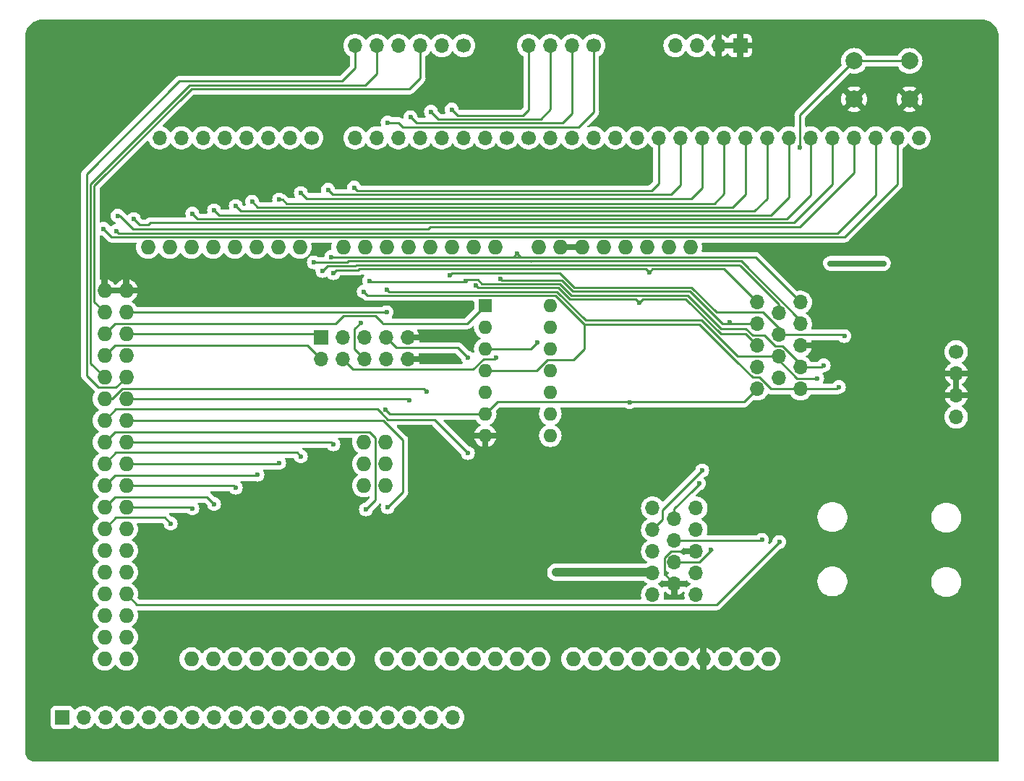
<source format=gbr>
G04 #@! TF.GenerationSoftware,KiCad,Pcbnew,7.0.9*
G04 #@! TF.CreationDate,2024-04-03T04:08:09-05:00*
G04 #@! TF.ProjectId,Arduino Controller - Entrex Trapezoid,41726475-696e-46f2-9043-6f6e74726f6c,rev?*
G04 #@! TF.SameCoordinates,Original*
G04 #@! TF.FileFunction,Copper,L2,Bot*
G04 #@! TF.FilePolarity,Positive*
%FSLAX46Y46*%
G04 Gerber Fmt 4.6, Leading zero omitted, Abs format (unit mm)*
G04 Created by KiCad (PCBNEW 7.0.9) date 2024-04-03 04:08:09*
%MOMM*%
%LPD*%
G01*
G04 APERTURE LIST*
G04 #@! TA.AperFunction,ComponentPad*
%ADD10C,1.700000*%
G04 #@! TD*
G04 #@! TA.AperFunction,ComponentPad*
%ADD11O,1.700000X1.700000*%
G04 #@! TD*
G04 #@! TA.AperFunction,ComponentPad*
%ADD12C,2.000000*%
G04 #@! TD*
G04 #@! TA.AperFunction,ComponentPad*
%ADD13O,1.727200X1.727200*%
G04 #@! TD*
G04 #@! TA.AperFunction,ComponentPad*
%ADD14R,1.700000X1.700000*%
G04 #@! TD*
G04 #@! TA.AperFunction,ComponentPad*
%ADD15R,1.600000X1.600000*%
G04 #@! TD*
G04 #@! TA.AperFunction,ComponentPad*
%ADD16O,1.600000X1.600000*%
G04 #@! TD*
G04 #@! TA.AperFunction,ViaPad*
%ADD17C,0.600000*%
G04 #@! TD*
G04 #@! TA.AperFunction,Conductor*
%ADD18C,0.250000*%
G04 #@! TD*
G04 #@! TA.AperFunction,Conductor*
%ADD19C,1.000000*%
G04 #@! TD*
G04 #@! TA.AperFunction,Conductor*
%ADD20C,0.700000*%
G04 #@! TD*
G04 APERTURE END LIST*
D10*
X153568000Y-80346000D03*
D11*
X153568000Y-82886000D03*
X153568000Y-85426000D03*
X153568000Y-87966000D03*
D10*
X100956000Y-55256000D03*
D11*
X98416000Y-55256000D03*
X95876000Y-55256000D03*
X93336000Y-55256000D03*
X90796000Y-55256000D03*
X88256000Y-55256000D03*
X85716000Y-55256000D03*
X83176000Y-55256000D03*
D10*
X78096000Y-55246000D03*
D11*
X75556000Y-55246000D03*
X73016000Y-55246000D03*
X70476000Y-55246000D03*
X67936000Y-55246000D03*
X65396000Y-55246000D03*
X62856000Y-55246000D03*
X60316000Y-55246000D03*
D10*
X95885000Y-44450000D03*
D11*
X93345000Y-44450000D03*
X90805000Y-44450000D03*
X88265000Y-44450000D03*
X85725000Y-44450000D03*
X83185000Y-44450000D03*
D10*
X111125000Y-44450000D03*
D11*
X108585000Y-44450000D03*
X106045000Y-44450000D03*
X103505000Y-44450000D03*
D12*
X148108000Y-50736000D03*
X141608000Y-50736000D03*
X148108000Y-46236000D03*
X141608000Y-46236000D03*
D10*
X103496000Y-55246000D03*
D11*
X106036000Y-55246000D03*
X108576000Y-55246000D03*
X111116000Y-55246000D03*
X113656000Y-55246000D03*
X116196000Y-55246000D03*
X118736000Y-55246000D03*
X121276000Y-55246000D03*
X123816000Y-55246000D03*
X126356000Y-55246000D03*
X128896000Y-55246000D03*
X131436000Y-55246000D03*
X133976000Y-55246000D03*
X136516000Y-55246000D03*
X139056000Y-55246000D03*
X141596000Y-55246000D03*
X144136000Y-55246000D03*
X146676000Y-55246000D03*
X149216000Y-55246000D03*
D13*
X122428000Y-68072000D03*
X114808000Y-68072000D03*
X112268000Y-68072000D03*
X84201000Y-96012000D03*
X56388000Y-116332000D03*
X53848000Y-116332000D03*
X99568000Y-68072000D03*
X97028000Y-68072000D03*
X94488000Y-68072000D03*
X91948000Y-68072000D03*
X89408000Y-68072000D03*
X86868000Y-68072000D03*
X84328000Y-68072000D03*
X81788000Y-68072000D03*
X76708000Y-68072000D03*
X74168000Y-68072000D03*
X71628000Y-68072000D03*
X69088000Y-68072000D03*
X66548000Y-68072000D03*
X64008000Y-68072000D03*
X61468000Y-68072000D03*
X58928000Y-68072000D03*
X126492000Y-116332000D03*
X86868000Y-116332000D03*
X89408000Y-116332000D03*
X91948000Y-116332000D03*
X94488000Y-116332000D03*
X97028000Y-116332000D03*
X99568000Y-116332000D03*
X102108000Y-116332000D03*
X104648000Y-116332000D03*
X108712000Y-116332000D03*
X111252000Y-116332000D03*
X113792000Y-116332000D03*
X116332000Y-116332000D03*
X118872000Y-116332000D03*
X121412000Y-116332000D03*
X81788000Y-116332000D03*
X79248000Y-116332000D03*
X76708000Y-116332000D03*
X74168000Y-116332000D03*
X71628000Y-116332000D03*
X69088000Y-116332000D03*
X66548000Y-116332000D03*
X64008000Y-116332000D03*
X56388000Y-113792000D03*
X53848000Y-113792000D03*
X56388000Y-111252000D03*
X53848000Y-111252000D03*
X56388000Y-108712000D03*
X53848000Y-108712000D03*
X56388000Y-106172000D03*
X53848000Y-106172000D03*
X56388000Y-103632000D03*
X53848000Y-103632000D03*
X56388000Y-101092000D03*
X53848000Y-101092000D03*
X56388000Y-98552000D03*
X53848000Y-98552000D03*
X56388000Y-96012000D03*
X53848000Y-96012000D03*
X56388000Y-93472000D03*
X53848000Y-93472000D03*
X56388000Y-90932000D03*
X53848000Y-90932000D03*
X56388000Y-88392000D03*
X53848000Y-88392000D03*
X56388000Y-85852000D03*
X53848000Y-85852000D03*
X56388000Y-83312000D03*
X53848000Y-83312000D03*
X56388000Y-80772000D03*
X53848000Y-80772000D03*
X56388000Y-78232000D03*
X53848000Y-78232000D03*
X56388000Y-75692000D03*
X53848000Y-75692000D03*
X123952000Y-116332000D03*
X109728000Y-68072000D03*
X107188000Y-68072000D03*
X84201000Y-90932000D03*
X56388000Y-73152000D03*
X53848000Y-73152000D03*
X119888000Y-68072000D03*
X86741000Y-96012000D03*
X84201000Y-93472000D03*
X117348000Y-68072000D03*
X86741000Y-90932000D03*
X86741000Y-93472000D03*
X131572000Y-116332000D03*
X129032000Y-116332000D03*
X104648000Y-68072000D03*
D11*
X118015000Y-98640000D03*
X120555000Y-99910000D03*
X123095000Y-98640000D03*
X118015000Y-101180000D03*
X120555000Y-102450000D03*
X123095000Y-101180000D03*
X118015000Y-103720000D03*
X120555000Y-104990000D03*
X123095000Y-103720000D03*
X118015000Y-106260000D03*
X120555000Y-107530000D03*
X123095000Y-106260000D03*
X118015000Y-108800000D03*
X123095000Y-108800000D03*
D14*
X48895000Y-123190000D03*
D11*
X51435000Y-123190000D03*
X53975000Y-123190000D03*
X56515000Y-123190000D03*
X59055000Y-123190000D03*
X61595000Y-123190000D03*
X64135000Y-123190000D03*
X66675000Y-123190000D03*
X69215000Y-123190000D03*
X71755000Y-123190000D03*
X74295000Y-123190000D03*
X76835000Y-123190000D03*
X79375000Y-123190000D03*
X81915000Y-123190000D03*
X84455000Y-123190000D03*
X86995000Y-123190000D03*
X89535000Y-123190000D03*
X92075000Y-123190000D03*
X94615000Y-123190000D03*
D14*
X79220000Y-78660000D03*
D11*
X79220000Y-81200000D03*
X81760000Y-78660000D03*
X81760000Y-81200000D03*
X84300000Y-78660000D03*
X84300000Y-81200000D03*
X86840000Y-78660000D03*
X86840000Y-81200000D03*
X89380000Y-78660000D03*
X89380000Y-81200000D03*
X130235000Y-74520000D03*
X132775000Y-75790000D03*
X135315000Y-74520000D03*
X130235000Y-77060000D03*
X132775000Y-78330000D03*
X135315000Y-77060000D03*
X130235000Y-79600000D03*
X132775000Y-80870000D03*
X135315000Y-79600000D03*
X130235000Y-82140000D03*
X132775000Y-83410000D03*
X135315000Y-82140000D03*
X130235000Y-84680000D03*
X135315000Y-84680000D03*
D14*
X128270000Y-44450000D03*
D11*
X125730000Y-44450000D03*
X123190000Y-44450000D03*
X120650000Y-44450000D03*
D15*
X98425000Y-74930000D03*
D16*
X98425000Y-77470000D03*
X98425000Y-80010000D03*
X98425000Y-82550000D03*
X98425000Y-85090000D03*
X98425000Y-87630000D03*
X98425000Y-90170000D03*
X106045000Y-90170000D03*
X106045000Y-87630000D03*
X106045000Y-85090000D03*
X106045000Y-82550000D03*
X106045000Y-80010000D03*
X106045000Y-77470000D03*
X106045000Y-74930000D03*
D17*
X57277000Y-64770000D03*
X55245000Y-66167000D03*
X69215000Y-96266000D03*
X71120000Y-62738000D03*
X80645000Y-91186000D03*
X76835000Y-61722000D03*
X64135000Y-98679000D03*
X80010000Y-61341000D03*
X66675000Y-98171000D03*
X61595000Y-100457000D03*
X74295000Y-62484000D03*
X69215000Y-63246000D03*
X71755000Y-94742000D03*
X76835000Y-92583000D03*
X64135000Y-64135000D03*
X66675000Y-63754000D03*
X55372000Y-64389000D03*
X84455000Y-98806000D03*
X86995000Y-98552000D03*
X53721000Y-65913000D03*
X96393000Y-92202000D03*
X91567000Y-84963000D03*
X89535000Y-85979000D03*
X132842000Y-102616000D03*
X74295000Y-93345000D03*
X145034000Y-69977000D03*
X106680000Y-106172000D03*
X138811000Y-69977000D03*
X112268000Y-106172000D03*
X120523000Y-111125000D03*
X95250000Y-81280000D03*
X89408000Y-75438000D03*
X120523000Y-111760000D03*
X104394000Y-59182000D03*
X132842000Y-86106000D03*
X94488000Y-51943000D03*
X92075000Y-52197000D03*
X86995000Y-53467000D03*
X89662000Y-52832000D03*
X83058000Y-61087000D03*
X99695000Y-81026000D03*
X117602000Y-70993000D03*
X80645000Y-71120000D03*
X100203000Y-71755000D03*
X123825000Y-94234000D03*
X127000000Y-76835000D03*
X97282000Y-72517000D03*
X116459000Y-74549000D03*
X86741000Y-87122000D03*
X115316000Y-86233000D03*
X102108000Y-68834000D03*
X80391000Y-69215000D03*
X78359000Y-69850000D03*
X104521000Y-79248000D03*
X84836000Y-72009000D03*
X138049000Y-81915000D03*
X96139000Y-72009000D03*
X84201000Y-73279000D03*
X139827000Y-84455000D03*
X83820000Y-76962000D03*
X135255000Y-56388000D03*
X86868000Y-75692000D03*
X137287000Y-83439000D03*
X96393000Y-81026000D03*
X86868000Y-73025000D03*
X124841000Y-103505000D03*
X94234000Y-71374000D03*
X130810000Y-102362000D03*
X140462000Y-78486000D03*
X79375000Y-70866000D03*
X123444000Y-95758000D03*
D18*
X57970000Y-65463000D02*
X58928000Y-65463000D01*
X139056000Y-60715000D02*
X139056000Y-55246000D01*
X57277000Y-64770000D02*
X57970000Y-65463000D01*
X134562000Y-65209000D02*
X139056000Y-60715000D01*
X59182000Y-65209000D02*
X134562000Y-65209000D01*
X58928000Y-65463000D02*
X59182000Y-65209000D01*
X55511400Y-66433400D02*
X139687600Y-66433400D01*
X144136000Y-61985000D02*
X144136000Y-55246000D01*
X55245000Y-66167000D02*
X55511400Y-66433400D01*
X139687600Y-66433400D02*
X144136000Y-61985000D01*
X68961000Y-96012000D02*
X69215000Y-96266000D01*
X56388000Y-96012000D02*
X68961000Y-96012000D01*
X128896000Y-55246000D02*
X128896000Y-61894000D01*
X128896000Y-61894000D02*
X127381000Y-63409000D01*
X71791000Y-63409000D02*
X89027000Y-63409000D01*
X71120000Y-62738000D02*
X71791000Y-63409000D01*
X127381000Y-63409000D02*
X89027000Y-63409000D01*
X56388000Y-90932000D02*
X80391000Y-90932000D01*
X80391000Y-90932000D02*
X80645000Y-91186000D01*
X76835000Y-61722000D02*
X77470000Y-62357000D01*
X122580000Y-62357000D02*
X123816000Y-61121000D01*
X77470000Y-62357000D02*
X122580000Y-62357000D01*
X123816000Y-61121000D02*
X123816000Y-55246000D01*
X64008000Y-98552000D02*
X64135000Y-98679000D01*
X56388000Y-98552000D02*
X64008000Y-98552000D01*
X121276000Y-55246000D02*
X121276000Y-60773000D01*
X120142000Y-61907000D02*
X80576000Y-61907000D01*
X121276000Y-60773000D02*
X120142000Y-61907000D01*
X80576000Y-61907000D02*
X80010000Y-61341000D01*
X55036600Y-97363400D02*
X65867400Y-97363400D01*
X53848000Y-98552000D02*
X55036600Y-97363400D01*
X65867400Y-97363400D02*
X66675000Y-98171000D01*
X55199400Y-99740600D02*
X60878600Y-99740600D01*
X60878600Y-99740600D02*
X61595000Y-100457000D01*
X53848000Y-101092000D02*
X55199400Y-99740600D01*
X74676000Y-62484000D02*
X74295000Y-62484000D01*
X126356000Y-61825000D02*
X125222000Y-62959000D01*
X75151000Y-62959000D02*
X74676000Y-62484000D01*
X126356000Y-55246000D02*
X126356000Y-61825000D01*
X125222000Y-62959000D02*
X75151000Y-62959000D01*
X131436000Y-62366000D02*
X129943000Y-63859000D01*
X129943000Y-63859000D02*
X69828000Y-63859000D01*
X131436000Y-55246000D02*
X131436000Y-62366000D01*
X69828000Y-63859000D02*
X69215000Y-63246000D01*
X55036600Y-94823400D02*
X71673600Y-94823400D01*
X71673600Y-94823400D02*
X71755000Y-94742000D01*
X53848000Y-96012000D02*
X55036600Y-94823400D01*
X53848000Y-93472000D02*
X55199400Y-92120600D01*
X76372600Y-92120600D02*
X76835000Y-92583000D01*
X55199400Y-92120600D02*
X76372600Y-92120600D01*
X136516000Y-61974000D02*
X133731000Y-64759000D01*
X133731000Y-64759000D02*
X64759000Y-64759000D01*
X64759000Y-64759000D02*
X64135000Y-64135000D01*
X136516000Y-55246000D02*
X136516000Y-61974000D01*
X67230000Y-64309000D02*
X66675000Y-63754000D01*
X133985000Y-62230000D02*
X131906000Y-64309000D01*
X131906000Y-64309000D02*
X67230000Y-64309000D01*
X133985000Y-61722000D02*
X133985000Y-62230000D01*
X133976000Y-61713000D02*
X133985000Y-61722000D01*
X133976000Y-55246000D02*
X133976000Y-61713000D01*
X91948000Y-65659000D02*
X135255000Y-65659000D01*
X55626000Y-64389000D02*
X57150000Y-65913000D01*
X135255000Y-65659000D02*
X141596000Y-59318000D01*
X141596000Y-59318000D02*
X141596000Y-55246000D01*
X91694000Y-65913000D02*
X91948000Y-65659000D01*
X57150000Y-65913000D02*
X91694000Y-65913000D01*
X55372000Y-64389000D02*
X55626000Y-64389000D01*
X55036600Y-89743400D02*
X84856135Y-89743400D01*
X84856135Y-89743400D02*
X85552400Y-90439665D01*
X85552400Y-97708600D02*
X84455000Y-98806000D01*
X53848000Y-90932000D02*
X55036600Y-89743400D01*
X85552400Y-90439665D02*
X85552400Y-97708600D01*
X88773000Y-96774000D02*
X88773000Y-90678000D01*
X86995000Y-98552000D02*
X88773000Y-96774000D01*
X86487000Y-88392000D02*
X56388000Y-88392000D01*
X88773000Y-90678000D02*
X86487000Y-88392000D01*
X55118000Y-66883400D02*
X140507600Y-66883400D01*
X146676000Y-60715000D02*
X146676000Y-55246000D01*
X140507600Y-66883400D02*
X146676000Y-60715000D01*
X54691400Y-66883400D02*
X53721000Y-65913000D01*
X55118000Y-66883400D02*
X54691400Y-66883400D01*
X53848000Y-88392000D02*
X55199400Y-87040600D01*
X86299058Y-87563942D02*
X87000116Y-88265000D01*
X87000116Y-88265000D02*
X92456000Y-88265000D01*
X92456000Y-88265000D02*
X94424500Y-90233500D01*
X55199400Y-87040600D02*
X85775716Y-87040600D01*
X94424500Y-90233500D02*
X96393000Y-92202000D01*
X85775716Y-87040600D02*
X86299058Y-87563942D01*
X54707065Y-85852000D02*
X55895665Y-84663400D01*
X55895665Y-84663400D02*
X91267400Y-84663400D01*
X91267400Y-84663400D02*
X91567000Y-84963000D01*
X53848000Y-85852000D02*
X54707065Y-85852000D01*
X89408000Y-85852000D02*
X89535000Y-85979000D01*
X56388000Y-85852000D02*
X89408000Y-85852000D01*
X56388000Y-108712000D02*
X57651000Y-109975000D01*
X125483000Y-109975000D02*
X132842000Y-102616000D01*
X57651000Y-109975000D02*
X125483000Y-109975000D01*
X63821604Y-49080000D02*
X84397000Y-49080000D01*
X84397000Y-49080000D02*
X85725000Y-47752000D01*
X52209400Y-81673400D02*
X52209400Y-60692204D01*
X52209400Y-60692204D02*
X63821604Y-49080000D01*
X53848000Y-83312000D02*
X52209400Y-81673400D01*
X85725000Y-47752000D02*
X85725000Y-44450000D01*
X62622000Y-48630000D02*
X51759400Y-59492600D01*
X83185000Y-44450000D02*
X83185000Y-47106000D01*
X51759400Y-59492600D02*
X51759400Y-83128400D01*
X81661000Y-48630000D02*
X62622000Y-48630000D01*
X53131600Y-84500600D02*
X55199400Y-84500600D01*
X51759400Y-83128400D02*
X53131600Y-84500600D01*
X83185000Y-47106000D02*
X81661000Y-48630000D01*
X55199400Y-84500600D02*
X56388000Y-83312000D01*
X74168000Y-93472000D02*
X74295000Y-93345000D01*
X56388000Y-93472000D02*
X74168000Y-93472000D01*
D19*
X112268000Y-106172000D02*
X117927000Y-106172000D01*
X106680000Y-106172000D02*
X112268000Y-106172000D01*
D20*
X138811000Y-69977000D02*
X145034000Y-69977000D01*
D19*
X117927000Y-106172000D02*
X118015000Y-106260000D01*
D18*
X119380000Y-104503299D02*
X119380000Y-106355000D01*
X123095000Y-103720000D02*
X120163299Y-103720000D01*
X120163299Y-103720000D02*
X119380000Y-104503299D01*
X119380000Y-106355000D02*
X120555000Y-107530000D01*
X103505000Y-44450000D02*
X103505000Y-51943000D01*
X95170000Y-52625000D02*
X94488000Y-51943000D01*
X102823000Y-52625000D02*
X95170000Y-52625000D01*
X103505000Y-51943000D02*
X102823000Y-52625000D01*
X106045000Y-44450000D02*
X106045000Y-51932000D01*
X92953000Y-53075000D02*
X92075000Y-52197000D01*
X106045000Y-51932000D02*
X104902000Y-53075000D01*
X104902000Y-53075000D02*
X92953000Y-53075000D01*
X90805000Y-44450000D02*
X90805000Y-48260000D01*
X64008000Y-49530000D02*
X52659400Y-60878600D01*
X90805000Y-48260000D02*
X89535000Y-49530000D01*
X89535000Y-49530000D02*
X64008000Y-49530000D01*
X52659400Y-74503400D02*
X53848000Y-75692000D01*
X52659400Y-60878600D02*
X52659400Y-74503400D01*
X86995000Y-53467000D02*
X88265000Y-53467000D01*
X109347000Y-53975000D02*
X111125000Y-52197000D01*
X88773000Y-53975000D02*
X109347000Y-53975000D01*
X111125000Y-52197000D02*
X111125000Y-44450000D01*
X88265000Y-53467000D02*
X88773000Y-53975000D01*
X108585000Y-44450000D02*
X108585000Y-52382000D01*
X108585000Y-52382000D02*
X107442000Y-53525000D01*
X107442000Y-53525000D02*
X90355000Y-53525000D01*
X90355000Y-53525000D02*
X89662000Y-52832000D01*
X118736000Y-55246000D02*
X118736000Y-60577000D01*
X118736000Y-60577000D02*
X117856000Y-61457000D01*
X83428000Y-61457000D02*
X83058000Y-61087000D01*
X117856000Y-61457000D02*
X83428000Y-61457000D01*
X83705400Y-70623000D02*
X83693000Y-70610600D01*
X117232000Y-70623000D02*
X83705400Y-70623000D01*
X81661000Y-70740000D02*
X81025000Y-70740000D01*
X81760000Y-81200000D02*
X82935000Y-82375000D01*
X130235000Y-74520000D02*
X126338000Y-70623000D01*
X117602000Y-70993000D02*
X117232000Y-70623000D01*
X83693000Y-70610600D02*
X83563600Y-70740000D01*
X126338000Y-70623000D02*
X117972000Y-70623000D01*
X82935000Y-82375000D02*
X97009009Y-82375000D01*
X97009009Y-82375000D02*
X98231009Y-81153000D01*
X98231009Y-81153000D02*
X99568000Y-81153000D01*
X81025000Y-70740000D02*
X80645000Y-71120000D01*
X99568000Y-81153000D02*
X99695000Y-81026000D01*
X83563600Y-70740000D02*
X81661000Y-70740000D01*
X117972000Y-70623000D02*
X117602000Y-70993000D01*
X98425000Y-74930000D02*
X96311600Y-77043400D01*
X118015000Y-101180000D02*
X119190000Y-100005000D01*
X81800400Y-76142000D02*
X80899000Y-77043400D01*
X107368584Y-71930000D02*
X108651292Y-73212708D01*
X108651292Y-73212708D02*
X122361708Y-73212708D01*
X119190000Y-100005000D02*
X119190000Y-98869000D01*
X127225000Y-77060000D02*
X127381000Y-77060000D01*
X86360000Y-76962000D02*
X85540000Y-76142000D01*
X126365000Y-77060000D02*
X127381000Y-77060000D01*
X96311600Y-77043400D02*
X86360000Y-77043400D01*
X122361708Y-73212708D02*
X126209000Y-77060000D01*
X100378000Y-71930000D02*
X107368584Y-71930000D01*
X119190000Y-98869000D02*
X123825000Y-94234000D01*
X85540000Y-76142000D02*
X81800400Y-76142000D01*
X80899000Y-77043400D02*
X55036600Y-77043400D01*
X126365000Y-77060000D02*
X126775000Y-77060000D01*
X127000000Y-76835000D02*
X127225000Y-77060000D01*
X126209000Y-77060000D02*
X126365000Y-77060000D01*
X126775000Y-77060000D02*
X127000000Y-76835000D01*
X55036600Y-77043400D02*
X53848000Y-78232000D01*
X86360000Y-77043400D02*
X86360000Y-76962000D01*
X127381000Y-77060000D02*
X130235000Y-77060000D01*
X100203000Y-71755000D02*
X100378000Y-71930000D01*
X125984000Y-78232000D02*
X128867000Y-78232000D01*
X97595000Y-72830000D02*
X97282000Y-72517000D01*
X116067000Y-74157000D02*
X108322792Y-74157000D01*
X116459000Y-74549000D02*
X116851000Y-74157000D01*
X116851000Y-74157000D02*
X121909000Y-74157000D01*
X121909000Y-74157000D02*
X125984000Y-78232000D01*
X108322792Y-74157000D02*
X106995792Y-72830000D01*
X106995792Y-72830000D02*
X97595000Y-72830000D01*
X116459000Y-74549000D02*
X116067000Y-74157000D01*
X128867000Y-78232000D02*
X130235000Y-79600000D01*
X115298000Y-86215000D02*
X115316000Y-86233000D01*
X98425000Y-87630000D02*
X99840000Y-86215000D01*
X98425000Y-87630000D02*
X87249000Y-87630000D01*
X114681000Y-86215000D02*
X115298000Y-86215000D01*
X99840000Y-86215000D02*
X114681000Y-86215000D01*
X87249000Y-87630000D02*
X86741000Y-87122000D01*
X128700000Y-86215000D02*
X130235000Y-84680000D01*
X114681000Y-86215000D02*
X128700000Y-86215000D01*
X102534600Y-69260600D02*
X102108000Y-68834000D01*
X80436600Y-69260600D02*
X80391000Y-69215000D01*
X81153000Y-69260600D02*
X101219000Y-69260600D01*
X102616000Y-69260600D02*
X130055600Y-69260600D01*
X101681400Y-69260600D02*
X102108000Y-68834000D01*
X101219000Y-69260600D02*
X102616000Y-69260600D01*
X81153000Y-69260600D02*
X80436600Y-69260600D01*
X130055600Y-69260600D02*
X135315000Y-74520000D01*
X102616000Y-69260600D02*
X102534600Y-69260600D01*
X101219000Y-69260600D02*
X101681400Y-69260600D01*
X103759000Y-69723000D02*
X103771400Y-69710600D01*
X82293600Y-69840000D02*
X82423000Y-69710600D01*
X135315000Y-76668299D02*
X135315000Y-77060000D01*
X78349000Y-69840000D02*
X78242000Y-69840000D01*
X78369000Y-69840000D02*
X82293600Y-69840000D01*
X103746600Y-69710600D02*
X103759000Y-69723000D01*
X79220000Y-81200000D02*
X77603400Y-79583400D01*
X82423000Y-69710600D02*
X103746600Y-69710600D01*
X128357301Y-69710600D02*
X135315000Y-76668299D01*
X78359000Y-69850000D02*
X78369000Y-69840000D01*
X103771400Y-69710600D02*
X128357301Y-69710600D01*
X77603400Y-79583400D02*
X55036600Y-79583400D01*
X55036600Y-79583400D02*
X53848000Y-80772000D01*
X78359000Y-69850000D02*
X78349000Y-69840000D01*
X132397000Y-79695000D02*
X131127000Y-78425000D01*
X128919601Y-77596302D02*
X125984698Y-77596302D01*
X137824000Y-82140000D02*
X138049000Y-81915000D01*
X98028884Y-72380000D02*
X97540884Y-71892000D01*
X135315000Y-82140000D02*
X137824000Y-82140000D01*
X107182188Y-72380000D02*
X98028884Y-72380000D01*
X135315000Y-82140000D02*
X135315000Y-81748298D01*
X129748299Y-78425000D02*
X128919601Y-77596302D01*
X98425000Y-80010000D02*
X103759000Y-80010000D01*
X96012000Y-72136000D02*
X84963000Y-72136000D01*
X135315000Y-81748298D02*
X133261701Y-79695000D01*
X133261701Y-79695000D02*
X132397000Y-79695000D01*
X125984698Y-77596302D02*
X122095396Y-73707000D01*
X103759000Y-80010000D02*
X104521000Y-79248000D01*
X122095396Y-73707000D02*
X108509188Y-73707000D01*
X96139000Y-72009000D02*
X96012000Y-72136000D01*
X108509188Y-73707000D02*
X107182188Y-72380000D01*
X97540884Y-71892000D02*
X96256000Y-71892000D01*
X96256000Y-71892000D02*
X96139000Y-72009000D01*
X131127000Y-78425000D02*
X129748299Y-78425000D01*
X84963000Y-72136000D02*
X84836000Y-72009000D01*
X135315000Y-84680000D02*
X139602000Y-84680000D01*
X127928150Y-81494850D02*
X123522300Y-77089000D01*
X131896701Y-84680000D02*
X130531701Y-83315000D01*
X129748299Y-83315000D02*
X127928150Y-81494850D01*
X108712000Y-81280000D02*
X109982000Y-80010000D01*
X105724009Y-81280000D02*
X108712000Y-81280000D01*
X98425000Y-82550000D02*
X104454009Y-82550000D01*
X83125000Y-80025000D02*
X83125000Y-77657000D01*
X130531701Y-83315000D02*
X129748299Y-83315000D01*
X83125000Y-77657000D02*
X83820000Y-76962000D01*
X98425000Y-82550000D02*
X99314000Y-82550000D01*
X109982000Y-77089000D02*
X106623000Y-73730000D01*
X84300000Y-81200000D02*
X83125000Y-80025000D01*
X139602000Y-84680000D02*
X139827000Y-84455000D01*
X106623000Y-73730000D02*
X84652000Y-73730000D01*
X135315000Y-84680000D02*
X131896701Y-84680000D01*
X104454009Y-82550000D02*
X105724009Y-81280000D01*
X109982000Y-80010000D02*
X109982000Y-77089000D01*
X123522300Y-77089000D02*
X109982000Y-77089000D01*
X84652000Y-73730000D02*
X84201000Y-73279000D01*
X135255000Y-52589000D02*
X135255000Y-56388000D01*
X141608000Y-46236000D02*
X148108000Y-46236000D01*
X135255000Y-56388000D02*
X135255000Y-56515000D01*
X141608000Y-46236000D02*
X135255000Y-52589000D01*
X87123000Y-73280000D02*
X86868000Y-73025000D01*
X123708696Y-76639000D02*
X127939696Y-80870000D01*
X56388000Y-75692000D02*
X86868000Y-75692000D01*
X88015000Y-79835000D02*
X95202000Y-79835000D01*
X110168396Y-76639000D02*
X123708696Y-76639000D01*
X132775000Y-80870000D02*
X132775000Y-81261701D01*
X134952299Y-83439000D02*
X136525000Y-83439000D01*
X124841000Y-103635701D02*
X124841000Y-103505000D01*
X106809396Y-73280000D02*
X110168396Y-76639000D01*
X86840000Y-78660000D02*
X88015000Y-79835000D01*
X87630000Y-73280000D02*
X106809396Y-73280000D01*
X87630000Y-73280000D02*
X87123000Y-73280000D01*
X136525000Y-83439000D02*
X137287000Y-83439000D01*
X87250000Y-73280000D02*
X87630000Y-73280000D01*
X120555000Y-104990000D02*
X123486701Y-104990000D01*
X123486701Y-104990000D02*
X124841000Y-103635701D01*
X132775000Y-81261701D02*
X134952299Y-83439000D01*
X127939696Y-80870000D02*
X132775000Y-80870000D01*
X95202000Y-79835000D02*
X96393000Y-81026000D01*
X124841000Y-103505000D02*
X124971701Y-103505000D01*
X94488000Y-71073000D02*
X94488000Y-71120000D01*
X125480396Y-75695000D02*
X130940000Y-75695000D01*
X140306000Y-78330000D02*
X140462000Y-78486000D01*
X94488000Y-71073000D02*
X107147980Y-71073000D01*
X107147980Y-71073000D02*
X108837688Y-72762708D01*
X130810000Y-102362000D02*
X130898000Y-102450000D01*
X130940000Y-75695000D02*
X132775000Y-77530000D01*
X132775000Y-77530000D02*
X132775000Y-78330000D01*
X123190000Y-102450000D02*
X130722000Y-102450000D01*
X130722000Y-102450000D02*
X130810000Y-102362000D01*
X120555000Y-102450000D02*
X123190000Y-102450000D01*
X94488000Y-71120000D02*
X94234000Y-71374000D01*
X108837688Y-72762708D02*
X122548104Y-72762708D01*
X132775000Y-78330000D02*
X140306000Y-78330000D01*
X122548104Y-72762708D02*
X125480396Y-75695000D01*
X56388000Y-78232000D02*
X78792000Y-78232000D01*
X99453400Y-70173000D02*
X106540600Y-70173000D01*
X128183304Y-70173000D02*
X128280152Y-70269848D01*
X83312000Y-70160600D02*
X99441000Y-70160600D01*
X79951000Y-70290000D02*
X83182600Y-70290000D01*
X119253000Y-70173000D02*
X128183304Y-70173000D01*
X128280152Y-70269848D02*
X132775000Y-74764696D01*
X79375000Y-70866000D02*
X79951000Y-70290000D01*
X99441000Y-70160600D02*
X99453400Y-70173000D01*
X120555000Y-98707919D02*
X122775959Y-96486959D01*
X83182600Y-70290000D02*
X83312000Y-70160600D01*
X123444000Y-95818918D02*
X123444000Y-95758000D01*
X120555000Y-99910000D02*
X120555000Y-98707919D01*
X128183305Y-70173000D02*
X128280152Y-70269848D01*
X106540600Y-70173000D02*
X106553000Y-70160600D01*
X78792000Y-78232000D02*
X79220000Y-78660000D01*
X119240600Y-70160600D02*
X119253000Y-70173000D01*
X106553000Y-70160600D02*
X119240600Y-70160600D01*
X122775959Y-96486959D02*
X123444000Y-95818918D01*
X132775000Y-74764696D02*
X132775000Y-75790000D01*
G04 #@! TA.AperFunction,Conductor*
G36*
X120905000Y-108845638D02*
G01*
X121102369Y-108777883D01*
X121102371Y-108777882D01*
X121300300Y-108670768D01*
X121300301Y-108670767D01*
X121477902Y-108532534D01*
X121532915Y-108472774D01*
X121593768Y-108436203D01*
X121664732Y-108438336D01*
X121723278Y-108478497D01*
X121750817Y-108543935D01*
X121750126Y-108570376D01*
X121750867Y-108570438D01*
X121750436Y-108575628D01*
X121750436Y-108575632D01*
X121731844Y-108800000D01*
X121747788Y-108992418D01*
X121750437Y-109024375D01*
X121791004Y-109184569D01*
X121788337Y-109255515D01*
X121747737Y-109313757D01*
X121682094Y-109340803D01*
X121668860Y-109341500D01*
X119441140Y-109341500D01*
X119373019Y-109321498D01*
X119326526Y-109267842D01*
X119316422Y-109197568D01*
X119318996Y-109184569D01*
X119359562Y-109024375D01*
X119359564Y-109024368D01*
X119378156Y-108800000D01*
X119359564Y-108575632D01*
X119359563Y-108575628D01*
X119359133Y-108570438D01*
X119361140Y-108570271D01*
X119368611Y-108508382D01*
X119413874Y-108453686D01*
X119481524Y-108432143D01*
X119550081Y-108450595D01*
X119577083Y-108472774D01*
X119632093Y-108532531D01*
X119809698Y-108670767D01*
X119809699Y-108670768D01*
X120007628Y-108777882D01*
X120007630Y-108777883D01*
X120204999Y-108845638D01*
X120205000Y-108845638D01*
X120205000Y-107888318D01*
X120281900Y-107954952D01*
X120412685Y-108014680D01*
X120519237Y-108030000D01*
X120590763Y-108030000D01*
X120697315Y-108014680D01*
X120828100Y-107954952D01*
X120905000Y-107888318D01*
X120905000Y-108845638D01*
G37*
G04 #@! TD.AperFunction*
G04 #@! TA.AperFunction,Conductor*
G36*
X119169275Y-107120690D02*
G01*
X119227821Y-107160851D01*
X119229590Y-107163073D01*
X119242765Y-107180000D01*
X120195400Y-107180000D01*
X120173239Y-107199202D01*
X120095507Y-107320156D01*
X120055000Y-107458111D01*
X120055000Y-107601889D01*
X120095507Y-107739844D01*
X120173239Y-107860798D01*
X120195400Y-107880000D01*
X119242765Y-107880000D01*
X119229590Y-107896927D01*
X119171964Y-107938398D01*
X119101066Y-107942130D01*
X119039404Y-107906940D01*
X119037481Y-107904897D01*
X118938240Y-107797094D01*
X118938239Y-107797093D01*
X118938237Y-107797091D01*
X118812282Y-107699056D01*
X118760576Y-107658811D01*
X118727319Y-107640813D01*
X118676929Y-107590802D01*
X118661576Y-107521485D01*
X118686136Y-107454872D01*
X118727320Y-107419186D01*
X118760576Y-107401189D01*
X118938240Y-107262906D01*
X119037461Y-107155124D01*
X119098311Y-107118555D01*
X119169275Y-107120690D01*
G37*
G04 #@! TD.AperFunction*
G04 #@! TA.AperFunction,Conductor*
G36*
X122070593Y-107153058D02*
G01*
X122072521Y-107155105D01*
X122099992Y-107184946D01*
X122171762Y-107262908D01*
X122226331Y-107305381D01*
X122349424Y-107401189D01*
X122382680Y-107419186D01*
X122433071Y-107469200D01*
X122448423Y-107538516D01*
X122423862Y-107605129D01*
X122382680Y-107640813D01*
X122349426Y-107658810D01*
X122349424Y-107658811D01*
X122171759Y-107797094D01*
X122072540Y-107904873D01*
X122011687Y-107941444D01*
X121940723Y-107939309D01*
X121882178Y-107899147D01*
X121880408Y-107896926D01*
X121867234Y-107880000D01*
X120914600Y-107880000D01*
X120936761Y-107860798D01*
X121014493Y-107739844D01*
X121055000Y-107601889D01*
X121055000Y-107458111D01*
X121014493Y-107320156D01*
X120936761Y-107199202D01*
X120914600Y-107180000D01*
X121867234Y-107180000D01*
X121880408Y-107163074D01*
X121938033Y-107121602D01*
X122008931Y-107117868D01*
X122070593Y-107153058D01*
G37*
G04 #@! TD.AperFunction*
G04 #@! TA.AperFunction,Conductor*
G36*
X119550164Y-105911457D02*
G01*
X119577232Y-105933674D01*
X119631762Y-105992908D01*
X119647091Y-106004839D01*
X119809424Y-106131189D01*
X119843205Y-106149470D01*
X119893596Y-106199482D01*
X119908949Y-106268799D01*
X119884389Y-106335412D01*
X119843209Y-106371096D01*
X119809704Y-106389228D01*
X119809698Y-106389232D01*
X119632096Y-106527466D01*
X119577083Y-106587226D01*
X119516229Y-106623797D01*
X119445265Y-106621662D01*
X119386720Y-106581500D01*
X119359182Y-106516062D01*
X119359880Y-106489623D01*
X119359133Y-106489562D01*
X119359563Y-106484371D01*
X119359564Y-106484368D01*
X119378156Y-106260000D01*
X119359564Y-106035632D01*
X119359563Y-106035628D01*
X119359133Y-106030438D01*
X119361418Y-106030248D01*
X119368730Y-105969355D01*
X119413960Y-105914631D01*
X119481596Y-105893047D01*
X119550164Y-105911457D01*
G37*
G04 #@! TD.AperFunction*
G04 #@! TA.AperFunction,Conductor*
G36*
X121709275Y-103310690D02*
G01*
X121767821Y-103350851D01*
X121769590Y-103353073D01*
X121782765Y-103370000D01*
X122735400Y-103370000D01*
X122713239Y-103389202D01*
X122635507Y-103510156D01*
X122595000Y-103648111D01*
X122595000Y-103791889D01*
X122635507Y-103929844D01*
X122713239Y-104050798D01*
X122735400Y-104070000D01*
X121782765Y-104070000D01*
X121769590Y-104086927D01*
X121711964Y-104128398D01*
X121641066Y-104132130D01*
X121579404Y-104096940D01*
X121577481Y-104094897D01*
X121478240Y-103987094D01*
X121478239Y-103987093D01*
X121478237Y-103987091D01*
X121396382Y-103923381D01*
X121300576Y-103848811D01*
X121267319Y-103830813D01*
X121216929Y-103780802D01*
X121201576Y-103711485D01*
X121226136Y-103644872D01*
X121267320Y-103609186D01*
X121300576Y-103591189D01*
X121478240Y-103452906D01*
X121577461Y-103345124D01*
X121638311Y-103308555D01*
X121709275Y-103310690D01*
G37*
G04 #@! TD.AperFunction*
G04 #@! TA.AperFunction,Conductor*
G36*
X94955527Y-80488502D02*
G01*
X94976501Y-80505405D01*
X95558655Y-81087559D01*
X95592681Y-81149871D01*
X95594767Y-81162543D01*
X95599781Y-81207038D01*
X95599784Y-81207052D01*
X95659957Y-81379015D01*
X95659958Y-81379018D01*
X95756886Y-81533278D01*
X95759805Y-81536938D01*
X95786641Y-81602667D01*
X95773681Y-81672471D01*
X95725040Y-81724186D01*
X95661296Y-81741500D01*
X90805625Y-81741500D01*
X90737504Y-81721498D01*
X90691011Y-81667842D01*
X90680907Y-81597568D01*
X90683480Y-81584569D01*
X90692234Y-81550000D01*
X89739600Y-81550000D01*
X89761761Y-81530798D01*
X89839493Y-81409844D01*
X89880000Y-81271889D01*
X89880000Y-81128111D01*
X89839493Y-80990156D01*
X89761761Y-80869202D01*
X89739600Y-80850000D01*
X90692234Y-80850000D01*
X90692234Y-80849999D01*
X90668823Y-80757550D01*
X90668820Y-80757543D01*
X90619504Y-80645114D01*
X90610457Y-80574696D01*
X90640917Y-80510566D01*
X90701213Y-80473084D01*
X90734891Y-80468500D01*
X94887406Y-80468500D01*
X94955527Y-80488502D01*
G37*
G04 #@! TD.AperFunction*
G04 #@! TA.AperFunction,Conductor*
G36*
X89672121Y-80488502D02*
G01*
X89718614Y-80542158D01*
X89730000Y-80594500D01*
X89730000Y-80841681D01*
X89653100Y-80775048D01*
X89522315Y-80715320D01*
X89415763Y-80700000D01*
X89344237Y-80700000D01*
X89237685Y-80715320D01*
X89106900Y-80775048D01*
X89030000Y-80841681D01*
X89030000Y-80594500D01*
X89050002Y-80526379D01*
X89103658Y-80479886D01*
X89156000Y-80468500D01*
X89604000Y-80468500D01*
X89672121Y-80488502D01*
G37*
G04 #@! TD.AperFunction*
G04 #@! TA.AperFunction,Conductor*
G36*
X97031538Y-77323531D02*
G01*
X97088374Y-77366078D01*
X97113185Y-77432598D01*
X97113027Y-77452566D01*
X97112150Y-77462595D01*
X97111502Y-77470000D01*
X97131457Y-77698087D01*
X97146160Y-77752958D01*
X97190715Y-77919240D01*
X97190717Y-77919246D01*
X97230579Y-78004731D01*
X97287477Y-78126749D01*
X97418802Y-78314300D01*
X97580700Y-78476198D01*
X97768251Y-78607523D01*
X97803359Y-78623894D01*
X97807457Y-78625805D01*
X97860742Y-78672722D01*
X97880203Y-78740999D01*
X97859661Y-78808959D01*
X97807457Y-78854195D01*
X97768250Y-78872477D01*
X97580703Y-79003799D01*
X97580697Y-79003804D01*
X97418804Y-79165697D01*
X97418799Y-79165703D01*
X97287477Y-79353250D01*
X97190717Y-79560753D01*
X97190715Y-79560759D01*
X97131457Y-79781913D01*
X97111502Y-80010000D01*
X97131457Y-80238088D01*
X97149930Y-80307030D01*
X97148240Y-80378006D01*
X97108445Y-80436802D01*
X97043181Y-80464749D01*
X96973167Y-80452975D01*
X96939128Y-80428735D01*
X96900281Y-80389888D01*
X96900279Y-80389887D01*
X96746018Y-80292958D01*
X96746015Y-80292957D01*
X96574049Y-80232783D01*
X96574042Y-80232782D01*
X96529546Y-80227768D01*
X96464094Y-80200264D01*
X96454561Y-80191656D01*
X95709244Y-79446339D01*
X95699279Y-79433901D01*
X95699052Y-79434090D01*
X95694001Y-79427984D01*
X95694000Y-79427982D01*
X95642921Y-79380016D01*
X95636525Y-79373620D01*
X95621777Y-79358871D01*
X95621772Y-79358866D01*
X95616225Y-79354563D01*
X95611717Y-79350712D01*
X95577325Y-79318417D01*
X95577319Y-79318413D01*
X95559563Y-79308651D01*
X95543047Y-79297802D01*
X95527041Y-79285386D01*
X95496289Y-79272078D01*
X95483740Y-79266648D01*
X95478408Y-79264036D01*
X95437061Y-79241305D01*
X95417436Y-79236266D01*
X95398736Y-79229864D01*
X95380145Y-79221819D01*
X95380143Y-79221818D01*
X95380142Y-79221818D01*
X95333542Y-79214437D01*
X95327729Y-79213233D01*
X95282030Y-79201500D01*
X95261776Y-79201500D01*
X95242066Y-79199949D01*
X95222057Y-79196780D01*
X95222056Y-79196780D01*
X95175083Y-79201220D01*
X95169150Y-79201500D01*
X90805625Y-79201500D01*
X90737504Y-79181498D01*
X90691011Y-79127842D01*
X90680907Y-79057568D01*
X90683480Y-79044569D01*
X90692234Y-79010000D01*
X89739600Y-79010000D01*
X89761761Y-78990798D01*
X89839493Y-78869844D01*
X89880000Y-78731889D01*
X89880000Y-78588111D01*
X89839493Y-78450156D01*
X89761761Y-78329202D01*
X89739600Y-78310000D01*
X90692234Y-78310000D01*
X90692234Y-78309999D01*
X90668823Y-78217550D01*
X90668820Y-78217543D01*
X90578419Y-78011451D01*
X90487191Y-77871816D01*
X90466678Y-77803847D01*
X90486167Y-77735578D01*
X90539472Y-77688683D01*
X90592674Y-77676900D01*
X96227747Y-77676900D01*
X96243588Y-77678649D01*
X96243616Y-77678356D01*
X96251502Y-77679100D01*
X96251509Y-77679102D01*
X96321558Y-77676900D01*
X96351456Y-77676900D01*
X96358418Y-77676019D01*
X96364319Y-77675554D01*
X96411489Y-77674073D01*
X96430947Y-77668419D01*
X96450294Y-77664413D01*
X96470397Y-77661874D01*
X96514279Y-77644499D01*
X96519874Y-77642583D01*
X96548416Y-77634291D01*
X96565191Y-77629419D01*
X96565195Y-77629417D01*
X96582626Y-77619108D01*
X96600380Y-77610409D01*
X96619217Y-77602952D01*
X96657386Y-77575218D01*
X96662344Y-77571962D01*
X96702962Y-77547942D01*
X96717285Y-77533618D01*
X96732324Y-77520774D01*
X96748707Y-77508872D01*
X96778788Y-77472508D01*
X96782766Y-77468136D01*
X96898411Y-77352491D01*
X96960723Y-77318466D01*
X97031538Y-77323531D01*
G37*
G04 #@! TD.AperFunction*
G04 #@! TA.AperFunction,Conductor*
G36*
X89730000Y-79075500D02*
G01*
X89709998Y-79143621D01*
X89656342Y-79190114D01*
X89604000Y-79201500D01*
X89156000Y-79201500D01*
X89087879Y-79181498D01*
X89041386Y-79127842D01*
X89030000Y-79075500D01*
X89030000Y-79018318D01*
X89106900Y-79084952D01*
X89237685Y-79144680D01*
X89344237Y-79160000D01*
X89415763Y-79160000D01*
X89522315Y-79144680D01*
X89653100Y-79084952D01*
X89730000Y-79018318D01*
X89730000Y-79075500D01*
G37*
G04 #@! TD.AperFunction*
G04 #@! TA.AperFunction,Conductor*
G36*
X53460507Y-66678417D02*
G01*
X53539953Y-66706217D01*
X53584451Y-66711230D01*
X53649903Y-66738734D01*
X53659437Y-66747342D01*
X54184154Y-67272058D01*
X54194122Y-67284501D01*
X54194350Y-67284313D01*
X54199401Y-67290419D01*
X54250478Y-67338383D01*
X54271623Y-67359529D01*
X54271627Y-67359532D01*
X54271630Y-67359535D01*
X54277182Y-67363842D01*
X54281669Y-67367673D01*
X54303252Y-67387941D01*
X54316077Y-67399985D01*
X54316079Y-67399986D01*
X54333828Y-67409743D01*
X54350353Y-67420598D01*
X54366359Y-67433014D01*
X54406549Y-67450405D01*
X54409662Y-67451752D01*
X54414983Y-67454358D01*
X54456340Y-67477095D01*
X54456348Y-67477097D01*
X54475958Y-67482132D01*
X54494667Y-67488537D01*
X54513255Y-67496581D01*
X54559877Y-67503964D01*
X54565662Y-67505163D01*
X54611370Y-67516900D01*
X54631624Y-67516900D01*
X54651334Y-67518451D01*
X54653541Y-67518800D01*
X54671343Y-67521620D01*
X54705872Y-67518356D01*
X54718317Y-67517180D01*
X54724250Y-67516900D01*
X55037970Y-67516900D01*
X57491275Y-67516900D01*
X57559396Y-67536902D01*
X57605889Y-67590558D01*
X57615993Y-67660832D01*
X57613419Y-67673831D01*
X57569977Y-67845378D01*
X57569976Y-67845384D01*
X57569976Y-67845386D01*
X57551198Y-68072000D01*
X57569759Y-68296000D01*
X57569977Y-68298621D01*
X57625795Y-68519043D01*
X57625798Y-68519050D01*
X57717138Y-68727284D01*
X57805218Y-68862101D01*
X57841510Y-68917649D01*
X57995517Y-69084946D01*
X58174961Y-69224612D01*
X58174963Y-69224613D01*
X58174966Y-69224615D01*
X58374941Y-69332837D01*
X58374947Y-69332840D01*
X58425117Y-69350063D01*
X58590015Y-69406672D01*
X58814305Y-69444100D01*
X58814309Y-69444100D01*
X59041691Y-69444100D01*
X59041695Y-69444100D01*
X59265985Y-69406672D01*
X59481055Y-69332839D01*
X59681039Y-69224612D01*
X59860483Y-69084946D01*
X60014490Y-68917649D01*
X60092517Y-68798220D01*
X60146520Y-68752131D01*
X60216868Y-68742556D01*
X60281226Y-68772533D01*
X60303483Y-68798220D01*
X60345218Y-68862101D01*
X60381510Y-68917649D01*
X60535517Y-69084946D01*
X60714961Y-69224612D01*
X60714963Y-69224613D01*
X60714966Y-69224615D01*
X60914941Y-69332837D01*
X60914947Y-69332840D01*
X60965117Y-69350063D01*
X61130015Y-69406672D01*
X61354305Y-69444100D01*
X61354309Y-69444100D01*
X61581691Y-69444100D01*
X61581695Y-69444100D01*
X61805985Y-69406672D01*
X62021055Y-69332839D01*
X62221039Y-69224612D01*
X62400483Y-69084946D01*
X62554490Y-68917649D01*
X62632517Y-68798220D01*
X62686520Y-68752131D01*
X62756868Y-68742556D01*
X62821226Y-68772533D01*
X62843483Y-68798220D01*
X62885218Y-68862101D01*
X62921510Y-68917649D01*
X63075517Y-69084946D01*
X63254961Y-69224612D01*
X63254963Y-69224613D01*
X63254966Y-69224615D01*
X63454941Y-69332837D01*
X63454947Y-69332840D01*
X63505117Y-69350063D01*
X63670015Y-69406672D01*
X63894305Y-69444100D01*
X63894309Y-69444100D01*
X64121691Y-69444100D01*
X64121695Y-69444100D01*
X64345985Y-69406672D01*
X64561055Y-69332839D01*
X64761039Y-69224612D01*
X64940483Y-69084946D01*
X65094490Y-68917649D01*
X65172517Y-68798220D01*
X65226520Y-68752131D01*
X65296868Y-68742556D01*
X65361226Y-68772533D01*
X65383483Y-68798220D01*
X65425218Y-68862101D01*
X65461510Y-68917649D01*
X65615517Y-69084946D01*
X65794961Y-69224612D01*
X65794963Y-69224613D01*
X65794966Y-69224615D01*
X65994941Y-69332837D01*
X65994947Y-69332840D01*
X66045117Y-69350063D01*
X66210015Y-69406672D01*
X66434305Y-69444100D01*
X66434309Y-69444100D01*
X66661691Y-69444100D01*
X66661695Y-69444100D01*
X66885985Y-69406672D01*
X67101055Y-69332839D01*
X67301039Y-69224612D01*
X67480483Y-69084946D01*
X67634490Y-68917649D01*
X67712517Y-68798220D01*
X67766520Y-68752131D01*
X67836868Y-68742556D01*
X67901226Y-68772533D01*
X67923483Y-68798220D01*
X67965218Y-68862101D01*
X68001510Y-68917649D01*
X68155517Y-69084946D01*
X68334961Y-69224612D01*
X68334963Y-69224613D01*
X68334966Y-69224615D01*
X68534941Y-69332837D01*
X68534947Y-69332840D01*
X68585117Y-69350063D01*
X68750015Y-69406672D01*
X68974305Y-69444100D01*
X68974309Y-69444100D01*
X69201691Y-69444100D01*
X69201695Y-69444100D01*
X69425985Y-69406672D01*
X69641055Y-69332839D01*
X69841039Y-69224612D01*
X70020483Y-69084946D01*
X70174490Y-68917649D01*
X70252517Y-68798220D01*
X70306520Y-68752131D01*
X70376868Y-68742556D01*
X70441226Y-68772533D01*
X70463483Y-68798220D01*
X70505218Y-68862101D01*
X70541510Y-68917649D01*
X70695517Y-69084946D01*
X70874961Y-69224612D01*
X70874963Y-69224613D01*
X70874966Y-69224615D01*
X71074941Y-69332837D01*
X71074947Y-69332840D01*
X71125117Y-69350063D01*
X71290015Y-69406672D01*
X71514305Y-69444100D01*
X71514309Y-69444100D01*
X71741691Y-69444100D01*
X71741695Y-69444100D01*
X71965985Y-69406672D01*
X72181055Y-69332839D01*
X72381039Y-69224612D01*
X72560483Y-69084946D01*
X72714490Y-68917649D01*
X72792517Y-68798220D01*
X72846520Y-68752131D01*
X72916868Y-68742556D01*
X72981226Y-68772533D01*
X73003483Y-68798220D01*
X73045218Y-68862101D01*
X73081510Y-68917649D01*
X73235517Y-69084946D01*
X73414961Y-69224612D01*
X73414963Y-69224613D01*
X73414966Y-69224615D01*
X73614941Y-69332837D01*
X73614947Y-69332840D01*
X73665117Y-69350063D01*
X73830015Y-69406672D01*
X74054305Y-69444100D01*
X74054309Y-69444100D01*
X74281691Y-69444100D01*
X74281695Y-69444100D01*
X74505985Y-69406672D01*
X74721055Y-69332839D01*
X74921039Y-69224612D01*
X75100483Y-69084946D01*
X75254490Y-68917649D01*
X75332517Y-68798220D01*
X75386520Y-68752131D01*
X75456868Y-68742556D01*
X75521226Y-68772533D01*
X75543483Y-68798220D01*
X75585218Y-68862101D01*
X75621510Y-68917649D01*
X75775517Y-69084946D01*
X75954961Y-69224612D01*
X75954963Y-69224613D01*
X75954966Y-69224615D01*
X76154941Y-69332837D01*
X76154947Y-69332840D01*
X76205117Y-69350063D01*
X76370015Y-69406672D01*
X76594305Y-69444100D01*
X76594309Y-69444100D01*
X76821691Y-69444100D01*
X76821695Y-69444100D01*
X77045985Y-69406672D01*
X77261055Y-69332839D01*
X77461039Y-69224612D01*
X77484310Y-69206500D01*
X77543976Y-69160060D01*
X77573562Y-69137031D01*
X77639604Y-69110975D01*
X77681215Y-69119211D01*
X77675746Y-69078201D01*
X77705896Y-69013924D01*
X77707573Y-69012067D01*
X77794490Y-68917649D01*
X77830860Y-68861981D01*
X77918861Y-68727285D01*
X78010203Y-68519047D01*
X78066024Y-68298614D01*
X78084802Y-68072000D01*
X78066024Y-67845386D01*
X78053431Y-67795658D01*
X78022581Y-67673831D01*
X78025248Y-67602885D01*
X78065848Y-67544643D01*
X78131492Y-67517597D01*
X78144725Y-67516900D01*
X80351275Y-67516900D01*
X80419396Y-67536902D01*
X80465889Y-67590558D01*
X80475993Y-67660832D01*
X80473419Y-67673831D01*
X80429977Y-67845378D01*
X80429976Y-67845384D01*
X80429976Y-67845386D01*
X80428865Y-67858799D01*
X80411198Y-68072000D01*
X80427950Y-68274166D01*
X80413641Y-68343706D01*
X80364008Y-68394471D01*
X80316489Y-68409779D01*
X80276264Y-68414311D01*
X80209953Y-68421783D01*
X80209950Y-68421783D01*
X80209949Y-68421784D01*
X80037984Y-68481957D01*
X80037981Y-68481958D01*
X79883720Y-68578887D01*
X79883718Y-68578888D01*
X79754888Y-68707718D01*
X79754887Y-68707720D01*
X79657958Y-68861981D01*
X79657957Y-68861984D01*
X79597782Y-69033954D01*
X79590949Y-69094607D01*
X79563446Y-69160060D01*
X79504922Y-69200253D01*
X79465741Y-69206500D01*
X78890822Y-69206500D01*
X78823786Y-69187187D01*
X78712017Y-69116958D01*
X78712015Y-69116957D01*
X78540050Y-69056784D01*
X78540049Y-69056783D01*
X78540047Y-69056783D01*
X78359000Y-69036384D01*
X78177953Y-69056783D01*
X78177950Y-69056783D01*
X78177949Y-69056784D01*
X78005984Y-69116957D01*
X78005981Y-69116958D01*
X77867310Y-69204091D01*
X77798988Y-69223397D01*
X77770010Y-69214566D01*
X77776779Y-69243088D01*
X77753222Y-69310063D01*
X77740050Y-69325556D01*
X77722889Y-69342716D01*
X77722887Y-69342720D01*
X77625958Y-69496981D01*
X77625957Y-69496984D01*
X77569839Y-69657363D01*
X77565783Y-69668953D01*
X77545384Y-69850000D01*
X77565783Y-70031047D01*
X77565783Y-70031049D01*
X77565784Y-70031050D01*
X77625957Y-70203015D01*
X77625958Y-70203018D01*
X77722887Y-70357279D01*
X77722888Y-70357281D01*
X77851718Y-70486111D01*
X77851720Y-70486112D01*
X78005981Y-70583041D01*
X78005982Y-70583041D01*
X78005985Y-70583043D01*
X78177953Y-70643217D01*
X78359000Y-70663616D01*
X78430078Y-70655607D01*
X78500008Y-70667856D01*
X78552216Y-70715969D01*
X78570125Y-70784669D01*
X78569392Y-70794921D01*
X78561384Y-70865998D01*
X78561384Y-70866000D01*
X78581783Y-71047047D01*
X78581783Y-71047049D01*
X78581784Y-71047050D01*
X78641957Y-71219015D01*
X78641958Y-71219018D01*
X78738887Y-71373279D01*
X78738888Y-71373281D01*
X78867718Y-71502111D01*
X78867720Y-71502112D01*
X79021981Y-71599041D01*
X79021982Y-71599041D01*
X79021985Y-71599043D01*
X79193953Y-71659217D01*
X79375000Y-71679616D01*
X79556047Y-71659217D01*
X79728015Y-71599043D01*
X79809977Y-71547542D01*
X79878296Y-71528237D01*
X79946209Y-71548932D01*
X79983699Y-71587193D01*
X80008889Y-71627282D01*
X80137718Y-71756111D01*
X80137720Y-71756112D01*
X80291981Y-71853041D01*
X80291982Y-71853041D01*
X80291985Y-71853043D01*
X80463953Y-71913217D01*
X80645000Y-71933616D01*
X80826047Y-71913217D01*
X80998015Y-71853043D01*
X81152281Y-71756111D01*
X81281111Y-71627281D01*
X81378043Y-71473015D01*
X81383337Y-71457883D01*
X81424714Y-71400194D01*
X81490714Y-71374031D01*
X81502266Y-71373500D01*
X81580970Y-71373500D01*
X83479747Y-71373500D01*
X83495588Y-71375249D01*
X83495616Y-71374956D01*
X83503502Y-71375700D01*
X83503509Y-71375702D01*
X83573558Y-71373500D01*
X83603456Y-71373500D01*
X83610418Y-71372619D01*
X83616319Y-71372154D01*
X83663489Y-71370673D01*
X83682947Y-71365019D01*
X83702294Y-71361013D01*
X83722397Y-71358474D01*
X83766279Y-71341099D01*
X83771874Y-71339183D01*
X83800416Y-71330891D01*
X83817191Y-71326019D01*
X83817195Y-71326017D01*
X83834626Y-71315708D01*
X83852380Y-71307009D01*
X83871217Y-71299552D01*
X83897349Y-71280564D01*
X83964216Y-71256706D01*
X83971412Y-71256500D01*
X84140917Y-71256500D01*
X84209038Y-71276502D01*
X84255531Y-71330158D01*
X84265635Y-71400432D01*
X84236141Y-71465012D01*
X84230012Y-71471595D01*
X84199888Y-71501718D01*
X84199887Y-71501720D01*
X84102958Y-71655981D01*
X84102957Y-71655984D01*
X84057388Y-71786215D01*
X84042783Y-71827953D01*
X84022384Y-72009000D01*
X84042783Y-72190047D01*
X84042783Y-72190049D01*
X84042784Y-72190050D01*
X84090871Y-72327476D01*
X84094490Y-72398381D01*
X84059201Y-72459986D01*
X84013558Y-72488020D01*
X83847981Y-72545958D01*
X83693720Y-72642887D01*
X83693718Y-72642888D01*
X83564888Y-72771718D01*
X83564887Y-72771720D01*
X83467958Y-72925981D01*
X83467957Y-72925984D01*
X83414429Y-73078961D01*
X83407783Y-73097953D01*
X83387384Y-73279000D01*
X83407783Y-73460047D01*
X83407783Y-73460049D01*
X83407784Y-73460050D01*
X83467957Y-73632015D01*
X83467958Y-73632018D01*
X83564887Y-73786279D01*
X83564888Y-73786281D01*
X83693718Y-73915111D01*
X83693720Y-73915112D01*
X83847981Y-74012041D01*
X83847982Y-74012041D01*
X83847985Y-74012043D01*
X84019953Y-74072217D01*
X84064450Y-74077230D01*
X84129902Y-74104732D01*
X84139439Y-74113343D01*
X84144753Y-74118657D01*
X84154720Y-74131097D01*
X84154947Y-74130910D01*
X84159999Y-74137017D01*
X84211095Y-74184999D01*
X84232225Y-74206130D01*
X84237768Y-74210430D01*
X84242281Y-74214285D01*
X84276679Y-74246586D01*
X84276680Y-74246586D01*
X84276682Y-74246588D01*
X84294429Y-74256344D01*
X84310959Y-74267202D01*
X84326959Y-74279613D01*
X84358136Y-74293104D01*
X84370251Y-74298347D01*
X84375585Y-74300959D01*
X84416940Y-74323695D01*
X84436562Y-74328733D01*
X84455263Y-74335135D01*
X84467814Y-74340567D01*
X84473852Y-74343180D01*
X84473853Y-74343180D01*
X84473855Y-74343181D01*
X84520477Y-74350564D01*
X84526262Y-74351763D01*
X84571970Y-74363500D01*
X84592224Y-74363500D01*
X84611934Y-74365051D01*
X84614141Y-74365400D01*
X84631943Y-74368220D01*
X84665870Y-74365012D01*
X84678917Y-74363780D01*
X84684850Y-74363500D01*
X96990500Y-74363500D01*
X97058621Y-74383502D01*
X97105114Y-74437158D01*
X97116500Y-74489500D01*
X97116500Y-75290405D01*
X97096498Y-75358526D01*
X97079595Y-75379500D01*
X96086100Y-76372995D01*
X96023788Y-76407021D01*
X95997005Y-76409900D01*
X87597683Y-76409900D01*
X87529562Y-76389898D01*
X87483069Y-76336242D01*
X87472965Y-76265968D01*
X87500577Y-76205506D01*
X87499703Y-76204809D01*
X87504108Y-76199283D01*
X87504111Y-76199281D01*
X87601043Y-76045015D01*
X87661217Y-75873047D01*
X87681616Y-75692000D01*
X87661217Y-75510953D01*
X87601043Y-75338985D01*
X87601041Y-75338982D01*
X87601041Y-75338981D01*
X87504112Y-75184720D01*
X87504111Y-75184718D01*
X87375281Y-75055888D01*
X87375279Y-75055887D01*
X87221018Y-74958958D01*
X87221015Y-74958957D01*
X87049050Y-74898784D01*
X87049049Y-74898783D01*
X87049047Y-74898783D01*
X86868000Y-74878384D01*
X86686953Y-74898783D01*
X86686950Y-74898783D01*
X86686949Y-74898784D01*
X86514984Y-74958957D01*
X86514982Y-74958958D01*
X86387299Y-75039187D01*
X86320263Y-75058500D01*
X57681282Y-75058500D01*
X57613161Y-75038498D01*
X57575799Y-75001416D01*
X57474490Y-74846351D01*
X57320485Y-74679056D01*
X57320484Y-74679055D01*
X57320483Y-74679054D01*
X57141039Y-74539388D01*
X57141038Y-74539387D01*
X57133871Y-74535509D01*
X57128365Y-74532529D01*
X57077975Y-74482517D01*
X57062623Y-74413200D01*
X57087184Y-74346587D01*
X57128369Y-74310900D01*
X57140767Y-74304190D01*
X57320142Y-74164577D01*
X57474097Y-73997338D01*
X57598419Y-73807049D01*
X57689729Y-73598881D01*
X57689730Y-73598880D01*
X57714263Y-73502000D01*
X56759816Y-73502000D01*
X56775869Y-73488090D01*
X56854845Y-73365201D01*
X56896000Y-73225039D01*
X56896000Y-73078961D01*
X56854845Y-72938799D01*
X56775869Y-72815910D01*
X56759816Y-72802000D01*
X57714263Y-72802000D01*
X57714263Y-72801999D01*
X57689730Y-72705119D01*
X57689729Y-72705118D01*
X57598419Y-72496950D01*
X57474097Y-72306661D01*
X57320142Y-72139422D01*
X57140767Y-71999808D01*
X56940847Y-71891617D01*
X56738000Y-71821979D01*
X56738000Y-72783096D01*
X56665470Y-72720248D01*
X56532592Y-72659565D01*
X56424334Y-72644000D01*
X56351666Y-72644000D01*
X56243408Y-72659565D01*
X56110530Y-72720248D01*
X56038000Y-72783096D01*
X56038000Y-71821979D01*
X55835152Y-71891617D01*
X55635232Y-71999808D01*
X55455857Y-72139422D01*
X55301902Y-72306661D01*
X55223483Y-72426691D01*
X55169479Y-72472780D01*
X55099131Y-72482355D01*
X55034774Y-72452378D01*
X55012517Y-72426691D01*
X54934097Y-72306661D01*
X54780142Y-72139422D01*
X54600767Y-71999808D01*
X54400847Y-71891617D01*
X54198000Y-71821979D01*
X54198000Y-72783096D01*
X54125470Y-72720248D01*
X53992592Y-72659565D01*
X53884334Y-72644000D01*
X53811666Y-72644000D01*
X53703408Y-72659565D01*
X53570530Y-72720248D01*
X53498000Y-72783096D01*
X53498000Y-71821979D01*
X53459812Y-71835089D01*
X53388888Y-71838289D01*
X53327492Y-71802637D01*
X53295118Y-71739452D01*
X53292900Y-71715916D01*
X53292900Y-66797349D01*
X53312902Y-66729228D01*
X53366558Y-66682735D01*
X53436832Y-66672631D01*
X53460507Y-66678417D01*
G37*
G04 #@! TD.AperFunction*
G04 #@! TA.AperFunction,Conductor*
G36*
X56000131Y-72815910D02*
G01*
X55921155Y-72938799D01*
X55880000Y-73078961D01*
X55880000Y-73225039D01*
X55921155Y-73365201D01*
X56000131Y-73488090D01*
X56016184Y-73502000D01*
X54219816Y-73502000D01*
X54235869Y-73488090D01*
X54314845Y-73365201D01*
X54356000Y-73225039D01*
X54356000Y-73078961D01*
X54314845Y-72938799D01*
X54235869Y-72815910D01*
X54219816Y-72802000D01*
X56016184Y-72802000D01*
X56000131Y-72815910D01*
G37*
G04 #@! TD.AperFunction*
G04 #@! TA.AperFunction,Conductor*
G36*
X109340131Y-67735910D02*
G01*
X109261155Y-67858799D01*
X109220000Y-67998961D01*
X109220000Y-68145039D01*
X109261155Y-68285201D01*
X109340131Y-68408090D01*
X109356184Y-68422000D01*
X107559816Y-68422000D01*
X107575869Y-68408090D01*
X107654845Y-68285201D01*
X107696000Y-68145039D01*
X107696000Y-67998961D01*
X107654845Y-67858799D01*
X107575869Y-67735910D01*
X107559816Y-67722000D01*
X109356184Y-67722000D01*
X109340131Y-67735910D01*
G37*
G04 #@! TD.AperFunction*
G04 #@! TA.AperFunction,Conductor*
G36*
X153918000Y-85067681D02*
G01*
X153841100Y-85001048D01*
X153710315Y-84941320D01*
X153603763Y-84926000D01*
X153532237Y-84926000D01*
X153425685Y-84941320D01*
X153294900Y-85001048D01*
X153218000Y-85067681D01*
X153218000Y-83244318D01*
X153294900Y-83310952D01*
X153425685Y-83370680D01*
X153532237Y-83386000D01*
X153603763Y-83386000D01*
X153710315Y-83370680D01*
X153841100Y-83310952D01*
X153918000Y-83244318D01*
X153918000Y-85067681D01*
G37*
G04 #@! TD.AperFunction*
G04 #@! TA.AperFunction,Conductor*
G36*
X127888239Y-44119202D02*
G01*
X127810507Y-44240156D01*
X127770000Y-44378111D01*
X127770000Y-44521889D01*
X127810507Y-44659844D01*
X127888239Y-44780798D01*
X127910400Y-44800000D01*
X126089600Y-44800000D01*
X126111761Y-44780798D01*
X126189493Y-44659844D01*
X126230000Y-44521889D01*
X126230000Y-44378111D01*
X126189493Y-44240156D01*
X126111761Y-44119202D01*
X126089600Y-44100000D01*
X127910400Y-44100000D01*
X127888239Y-44119202D01*
G37*
G04 #@! TD.AperFunction*
G04 #@! TA.AperFunction,Conductor*
G36*
X156570058Y-41371634D02*
G01*
X156821604Y-41388122D01*
X156829759Y-41389194D01*
X157074989Y-41437973D01*
X157082943Y-41440104D01*
X157319698Y-41520473D01*
X157327308Y-41523624D01*
X157551558Y-41634212D01*
X157558676Y-41638322D01*
X157766563Y-41777228D01*
X157773101Y-41782245D01*
X157816017Y-41819881D01*
X157961074Y-41947092D01*
X157966907Y-41952925D01*
X158131753Y-42140896D01*
X158136773Y-42147438D01*
X158275674Y-42355318D01*
X158279789Y-42362446D01*
X158322090Y-42448222D01*
X158390371Y-42586683D01*
X158393528Y-42594305D01*
X158473892Y-42831047D01*
X158476027Y-42839016D01*
X158524802Y-43084222D01*
X158525878Y-43092401D01*
X158540062Y-43308810D01*
X158542365Y-43343938D01*
X158542500Y-43348059D01*
X158542500Y-127328966D01*
X158542466Y-127329316D01*
X158542500Y-127345998D01*
X158542500Y-127363124D01*
X158542534Y-127363470D01*
X158544197Y-128198242D01*
X158524330Y-128266402D01*
X158470768Y-128313002D01*
X158418193Y-128324493D01*
X45576285Y-128320500D01*
X45570758Y-128320500D01*
X45565264Y-128320260D01*
X45409760Y-128306654D01*
X45388131Y-128302841D01*
X45252137Y-128266402D01*
X45245346Y-128264582D01*
X45224712Y-128257072D01*
X45090738Y-128194599D01*
X45071718Y-128183618D01*
X44950629Y-128098830D01*
X44933805Y-128084712D01*
X44829287Y-127980194D01*
X44815169Y-127963370D01*
X44796319Y-127936449D01*
X44730378Y-127842276D01*
X44719402Y-127823265D01*
X44656924Y-127689281D01*
X44649419Y-127668660D01*
X44611157Y-127525866D01*
X44607344Y-127504238D01*
X44593740Y-127348735D01*
X44593500Y-127343241D01*
X44593500Y-124088649D01*
X47536500Y-124088649D01*
X47543009Y-124149196D01*
X47543011Y-124149204D01*
X47594110Y-124286202D01*
X47594112Y-124286207D01*
X47681738Y-124403261D01*
X47798792Y-124490887D01*
X47798794Y-124490888D01*
X47798796Y-124490889D01*
X47853900Y-124511442D01*
X47935795Y-124541988D01*
X47935803Y-124541990D01*
X47996350Y-124548499D01*
X47996355Y-124548499D01*
X47996362Y-124548500D01*
X47996368Y-124548500D01*
X49793632Y-124548500D01*
X49793638Y-124548500D01*
X49793645Y-124548499D01*
X49793649Y-124548499D01*
X49854196Y-124541990D01*
X49854199Y-124541989D01*
X49854201Y-124541989D01*
X49991204Y-124490889D01*
X50061399Y-124438342D01*
X50108261Y-124403261D01*
X50195886Y-124286208D01*
X50195885Y-124286208D01*
X50195889Y-124286204D01*
X50239999Y-124167939D01*
X50282545Y-124111107D01*
X50349066Y-124086296D01*
X50418440Y-124101388D01*
X50450753Y-124126635D01*
X50471529Y-124149204D01*
X50511762Y-124192908D01*
X50566331Y-124235381D01*
X50689424Y-124331189D01*
X50887426Y-124438342D01*
X50887427Y-124438342D01*
X50887428Y-124438343D01*
X50999227Y-124476723D01*
X51100365Y-124511444D01*
X51322431Y-124548500D01*
X51322435Y-124548500D01*
X51547565Y-124548500D01*
X51547569Y-124548500D01*
X51769635Y-124511444D01*
X51982574Y-124438342D01*
X52180576Y-124331189D01*
X52358240Y-124192906D01*
X52510722Y-124027268D01*
X52599518Y-123891354D01*
X52653520Y-123845268D01*
X52723868Y-123835692D01*
X52788225Y-123865669D01*
X52810480Y-123891353D01*
X52843607Y-123942058D01*
X52899275Y-124027265D01*
X52899279Y-124027270D01*
X53051762Y-124192908D01*
X53106331Y-124235381D01*
X53229424Y-124331189D01*
X53427426Y-124438342D01*
X53427427Y-124438342D01*
X53427428Y-124438343D01*
X53539227Y-124476723D01*
X53640365Y-124511444D01*
X53862431Y-124548500D01*
X53862435Y-124548500D01*
X54087565Y-124548500D01*
X54087569Y-124548500D01*
X54309635Y-124511444D01*
X54522574Y-124438342D01*
X54720576Y-124331189D01*
X54898240Y-124192906D01*
X55050722Y-124027268D01*
X55139518Y-123891354D01*
X55193520Y-123845268D01*
X55263868Y-123835692D01*
X55328225Y-123865669D01*
X55350480Y-123891353D01*
X55383607Y-123942058D01*
X55439275Y-124027265D01*
X55439279Y-124027270D01*
X55591762Y-124192908D01*
X55646331Y-124235381D01*
X55769424Y-124331189D01*
X55967426Y-124438342D01*
X55967427Y-124438342D01*
X55967428Y-124438343D01*
X56079227Y-124476723D01*
X56180365Y-124511444D01*
X56402431Y-124548500D01*
X56402435Y-124548500D01*
X56627565Y-124548500D01*
X56627569Y-124548500D01*
X56849635Y-124511444D01*
X57062574Y-124438342D01*
X57260576Y-124331189D01*
X57438240Y-124192906D01*
X57590722Y-124027268D01*
X57679518Y-123891354D01*
X57733520Y-123845268D01*
X57803868Y-123835692D01*
X57868225Y-123865669D01*
X57890480Y-123891353D01*
X57923607Y-123942058D01*
X57979275Y-124027265D01*
X57979279Y-124027270D01*
X58131762Y-124192908D01*
X58186331Y-124235381D01*
X58309424Y-124331189D01*
X58507426Y-124438342D01*
X58507427Y-124438342D01*
X58507428Y-124438343D01*
X58619227Y-124476723D01*
X58720365Y-124511444D01*
X58942431Y-124548500D01*
X58942435Y-124548500D01*
X59167565Y-124548500D01*
X59167569Y-124548500D01*
X59389635Y-124511444D01*
X59602574Y-124438342D01*
X59800576Y-124331189D01*
X59978240Y-124192906D01*
X60130722Y-124027268D01*
X60219518Y-123891354D01*
X60273520Y-123845268D01*
X60343868Y-123835692D01*
X60408225Y-123865669D01*
X60430480Y-123891353D01*
X60463607Y-123942058D01*
X60519275Y-124027265D01*
X60519279Y-124027270D01*
X60671762Y-124192908D01*
X60726331Y-124235381D01*
X60849424Y-124331189D01*
X61047426Y-124438342D01*
X61047427Y-124438342D01*
X61047428Y-124438343D01*
X61159227Y-124476723D01*
X61260365Y-124511444D01*
X61482431Y-124548500D01*
X61482435Y-124548500D01*
X61707565Y-124548500D01*
X61707569Y-124548500D01*
X61929635Y-124511444D01*
X62142574Y-124438342D01*
X62340576Y-124331189D01*
X62518240Y-124192906D01*
X62670722Y-124027268D01*
X62759518Y-123891354D01*
X62813520Y-123845268D01*
X62883868Y-123835692D01*
X62948225Y-123865669D01*
X62970480Y-123891353D01*
X63003607Y-123942058D01*
X63059275Y-124027265D01*
X63059279Y-124027270D01*
X63211762Y-124192908D01*
X63266331Y-124235381D01*
X63389424Y-124331189D01*
X63587426Y-124438342D01*
X63587427Y-124438342D01*
X63587428Y-124438343D01*
X63699227Y-124476723D01*
X63800365Y-124511444D01*
X64022431Y-124548500D01*
X64022435Y-124548500D01*
X64247565Y-124548500D01*
X64247569Y-124548500D01*
X64469635Y-124511444D01*
X64682574Y-124438342D01*
X64880576Y-124331189D01*
X65058240Y-124192906D01*
X65210722Y-124027268D01*
X65299518Y-123891354D01*
X65353520Y-123845268D01*
X65423868Y-123835692D01*
X65488225Y-123865669D01*
X65510480Y-123891353D01*
X65543607Y-123942058D01*
X65599275Y-124027265D01*
X65599279Y-124027270D01*
X65751762Y-124192908D01*
X65806331Y-124235381D01*
X65929424Y-124331189D01*
X66127426Y-124438342D01*
X66127427Y-124438342D01*
X66127428Y-124438343D01*
X66239227Y-124476723D01*
X66340365Y-124511444D01*
X66562431Y-124548500D01*
X66562435Y-124548500D01*
X66787565Y-124548500D01*
X66787569Y-124548500D01*
X67009635Y-124511444D01*
X67222574Y-124438342D01*
X67420576Y-124331189D01*
X67598240Y-124192906D01*
X67750722Y-124027268D01*
X67839518Y-123891354D01*
X67893520Y-123845268D01*
X67963868Y-123835692D01*
X68028225Y-123865669D01*
X68050480Y-123891353D01*
X68083607Y-123942058D01*
X68139275Y-124027265D01*
X68139279Y-124027270D01*
X68291762Y-124192908D01*
X68346331Y-124235381D01*
X68469424Y-124331189D01*
X68667426Y-124438342D01*
X68667427Y-124438342D01*
X68667428Y-124438343D01*
X68779227Y-124476723D01*
X68880365Y-124511444D01*
X69102431Y-124548500D01*
X69102435Y-124548500D01*
X69327565Y-124548500D01*
X69327569Y-124548500D01*
X69549635Y-124511444D01*
X69762574Y-124438342D01*
X69960576Y-124331189D01*
X70138240Y-124192906D01*
X70290722Y-124027268D01*
X70379518Y-123891354D01*
X70433520Y-123845268D01*
X70503868Y-123835692D01*
X70568225Y-123865669D01*
X70590480Y-123891353D01*
X70623607Y-123942058D01*
X70679275Y-124027265D01*
X70679279Y-124027270D01*
X70831762Y-124192908D01*
X70886331Y-124235381D01*
X71009424Y-124331189D01*
X71207426Y-124438342D01*
X71207427Y-124438342D01*
X71207428Y-124438343D01*
X71319227Y-124476723D01*
X71420365Y-124511444D01*
X71642431Y-124548500D01*
X71642435Y-124548500D01*
X71867565Y-124548500D01*
X71867569Y-124548500D01*
X72089635Y-124511444D01*
X72302574Y-124438342D01*
X72500576Y-124331189D01*
X72678240Y-124192906D01*
X72830722Y-124027268D01*
X72919518Y-123891354D01*
X72973520Y-123845268D01*
X73043868Y-123835692D01*
X73108225Y-123865669D01*
X73130480Y-123891353D01*
X73163607Y-123942058D01*
X73219275Y-124027265D01*
X73219279Y-124027270D01*
X73371762Y-124192908D01*
X73426331Y-124235381D01*
X73549424Y-124331189D01*
X73747426Y-124438342D01*
X73747427Y-124438342D01*
X73747428Y-124438343D01*
X73859227Y-124476723D01*
X73960365Y-124511444D01*
X74182431Y-124548500D01*
X74182435Y-124548500D01*
X74407565Y-124548500D01*
X74407569Y-124548500D01*
X74629635Y-124511444D01*
X74842574Y-124438342D01*
X75040576Y-124331189D01*
X75218240Y-124192906D01*
X75370722Y-124027268D01*
X75459518Y-123891354D01*
X75513520Y-123845268D01*
X75583868Y-123835692D01*
X75648225Y-123865669D01*
X75670480Y-123891353D01*
X75703607Y-123942058D01*
X75759275Y-124027265D01*
X75759279Y-124027270D01*
X75911762Y-124192908D01*
X75966331Y-124235381D01*
X76089424Y-124331189D01*
X76287426Y-124438342D01*
X76287427Y-124438342D01*
X76287428Y-124438343D01*
X76399227Y-124476723D01*
X76500365Y-124511444D01*
X76722431Y-124548500D01*
X76722435Y-124548500D01*
X76947565Y-124548500D01*
X76947569Y-124548500D01*
X77169635Y-124511444D01*
X77382574Y-124438342D01*
X77580576Y-124331189D01*
X77758240Y-124192906D01*
X77910722Y-124027268D01*
X77999518Y-123891354D01*
X78053520Y-123845268D01*
X78123868Y-123835692D01*
X78188225Y-123865669D01*
X78210480Y-123891353D01*
X78243607Y-123942058D01*
X78299275Y-124027265D01*
X78299279Y-124027270D01*
X78451762Y-124192908D01*
X78506331Y-124235381D01*
X78629424Y-124331189D01*
X78827426Y-124438342D01*
X78827427Y-124438342D01*
X78827428Y-124438343D01*
X78939227Y-124476723D01*
X79040365Y-124511444D01*
X79262431Y-124548500D01*
X79262435Y-124548500D01*
X79487565Y-124548500D01*
X79487569Y-124548500D01*
X79709635Y-124511444D01*
X79922574Y-124438342D01*
X80120576Y-124331189D01*
X80298240Y-124192906D01*
X80450722Y-124027268D01*
X80539518Y-123891354D01*
X80593520Y-123845268D01*
X80663868Y-123835692D01*
X80728225Y-123865669D01*
X80750480Y-123891353D01*
X80783607Y-123942058D01*
X80839275Y-124027265D01*
X80839279Y-124027270D01*
X80991762Y-124192908D01*
X81046331Y-124235381D01*
X81169424Y-124331189D01*
X81367426Y-124438342D01*
X81367427Y-124438342D01*
X81367428Y-124438343D01*
X81479227Y-124476723D01*
X81580365Y-124511444D01*
X81802431Y-124548500D01*
X81802435Y-124548500D01*
X82027565Y-124548500D01*
X82027569Y-124548500D01*
X82249635Y-124511444D01*
X82462574Y-124438342D01*
X82660576Y-124331189D01*
X82838240Y-124192906D01*
X82990722Y-124027268D01*
X83079518Y-123891354D01*
X83133520Y-123845268D01*
X83203868Y-123835692D01*
X83268225Y-123865669D01*
X83290480Y-123891353D01*
X83323607Y-123942058D01*
X83379275Y-124027265D01*
X83379279Y-124027270D01*
X83531762Y-124192908D01*
X83586331Y-124235381D01*
X83709424Y-124331189D01*
X83907426Y-124438342D01*
X83907427Y-124438342D01*
X83907428Y-124438343D01*
X84019227Y-124476723D01*
X84120365Y-124511444D01*
X84342431Y-124548500D01*
X84342435Y-124548500D01*
X84567565Y-124548500D01*
X84567569Y-124548500D01*
X84789635Y-124511444D01*
X85002574Y-124438342D01*
X85200576Y-124331189D01*
X85378240Y-124192906D01*
X85530722Y-124027268D01*
X85619518Y-123891354D01*
X85673520Y-123845268D01*
X85743868Y-123835692D01*
X85808225Y-123865669D01*
X85830480Y-123891353D01*
X85863607Y-123942058D01*
X85919275Y-124027265D01*
X85919279Y-124027270D01*
X86071762Y-124192908D01*
X86126331Y-124235381D01*
X86249424Y-124331189D01*
X86447426Y-124438342D01*
X86447427Y-124438342D01*
X86447428Y-124438343D01*
X86559227Y-124476723D01*
X86660365Y-124511444D01*
X86882431Y-124548500D01*
X86882435Y-124548500D01*
X87107565Y-124548500D01*
X87107569Y-124548500D01*
X87329635Y-124511444D01*
X87542574Y-124438342D01*
X87740576Y-124331189D01*
X87918240Y-124192906D01*
X88070722Y-124027268D01*
X88159518Y-123891354D01*
X88213520Y-123845268D01*
X88283868Y-123835692D01*
X88348225Y-123865669D01*
X88370480Y-123891353D01*
X88403607Y-123942058D01*
X88459275Y-124027265D01*
X88459279Y-124027270D01*
X88611762Y-124192908D01*
X88666331Y-124235381D01*
X88789424Y-124331189D01*
X88987426Y-124438342D01*
X88987427Y-124438342D01*
X88987428Y-124438343D01*
X89099227Y-124476723D01*
X89200365Y-124511444D01*
X89422431Y-124548500D01*
X89422435Y-124548500D01*
X89647565Y-124548500D01*
X89647569Y-124548500D01*
X89869635Y-124511444D01*
X90082574Y-124438342D01*
X90280576Y-124331189D01*
X90458240Y-124192906D01*
X90610722Y-124027268D01*
X90699518Y-123891354D01*
X90753520Y-123845268D01*
X90823868Y-123835692D01*
X90888225Y-123865669D01*
X90910480Y-123891353D01*
X90943607Y-123942058D01*
X90999275Y-124027265D01*
X90999279Y-124027270D01*
X91151762Y-124192908D01*
X91206331Y-124235381D01*
X91329424Y-124331189D01*
X91527426Y-124438342D01*
X91527427Y-124438342D01*
X91527428Y-124438343D01*
X91639227Y-124476723D01*
X91740365Y-124511444D01*
X91962431Y-124548500D01*
X91962435Y-124548500D01*
X92187565Y-124548500D01*
X92187569Y-124548500D01*
X92409635Y-124511444D01*
X92622574Y-124438342D01*
X92820576Y-124331189D01*
X92998240Y-124192906D01*
X93150722Y-124027268D01*
X93239518Y-123891354D01*
X93293520Y-123845268D01*
X93363868Y-123835692D01*
X93428225Y-123865669D01*
X93450480Y-123891353D01*
X93483607Y-123942058D01*
X93539275Y-124027265D01*
X93539279Y-124027270D01*
X93691762Y-124192908D01*
X93746331Y-124235381D01*
X93869424Y-124331189D01*
X94067426Y-124438342D01*
X94067427Y-124438342D01*
X94067428Y-124438343D01*
X94179227Y-124476723D01*
X94280365Y-124511444D01*
X94502431Y-124548500D01*
X94502435Y-124548500D01*
X94727565Y-124548500D01*
X94727569Y-124548500D01*
X94949635Y-124511444D01*
X95162574Y-124438342D01*
X95360576Y-124331189D01*
X95538240Y-124192906D01*
X95690722Y-124027268D01*
X95813860Y-123838791D01*
X95904296Y-123632616D01*
X95959564Y-123414368D01*
X95978156Y-123190000D01*
X95959564Y-122965632D01*
X95904296Y-122747384D01*
X95813860Y-122541209D01*
X95796500Y-122514637D01*
X95690724Y-122352734D01*
X95690720Y-122352729D01*
X95538237Y-122187091D01*
X95418367Y-122093792D01*
X95360576Y-122048811D01*
X95162574Y-121941658D01*
X95162572Y-121941657D01*
X95162571Y-121941656D01*
X94949639Y-121868557D01*
X94949630Y-121868555D01*
X94905476Y-121861187D01*
X94727569Y-121831500D01*
X94502431Y-121831500D01*
X94354211Y-121856233D01*
X94280369Y-121868555D01*
X94280360Y-121868557D01*
X94067428Y-121941656D01*
X94067426Y-121941658D01*
X93869426Y-122048810D01*
X93869424Y-122048811D01*
X93691762Y-122187091D01*
X93539279Y-122352729D01*
X93450483Y-122488643D01*
X93396479Y-122534731D01*
X93326131Y-122544306D01*
X93261774Y-122514329D01*
X93239517Y-122488643D01*
X93150720Y-122352729D01*
X92998237Y-122187091D01*
X92878367Y-122093792D01*
X92820576Y-122048811D01*
X92622574Y-121941658D01*
X92622572Y-121941657D01*
X92622571Y-121941656D01*
X92409639Y-121868557D01*
X92409630Y-121868555D01*
X92365476Y-121861187D01*
X92187569Y-121831500D01*
X91962431Y-121831500D01*
X91814211Y-121856233D01*
X91740369Y-121868555D01*
X91740360Y-121868557D01*
X91527428Y-121941656D01*
X91527426Y-121941658D01*
X91329426Y-122048810D01*
X91329424Y-122048811D01*
X91151762Y-122187091D01*
X90999279Y-122352729D01*
X90910483Y-122488643D01*
X90856479Y-122534731D01*
X90786131Y-122544306D01*
X90721774Y-122514329D01*
X90699517Y-122488643D01*
X90610720Y-122352729D01*
X90458237Y-122187091D01*
X90338367Y-122093792D01*
X90280576Y-122048811D01*
X90082574Y-121941658D01*
X90082572Y-121941657D01*
X90082571Y-121941656D01*
X89869639Y-121868557D01*
X89869630Y-121868555D01*
X89825476Y-121861187D01*
X89647569Y-121831500D01*
X89422431Y-121831500D01*
X89274211Y-121856233D01*
X89200369Y-121868555D01*
X89200360Y-121868557D01*
X88987428Y-121941656D01*
X88987426Y-121941658D01*
X88789426Y-122048810D01*
X88789424Y-122048811D01*
X88611762Y-122187091D01*
X88459279Y-122352729D01*
X88370483Y-122488643D01*
X88316479Y-122534731D01*
X88246131Y-122544306D01*
X88181774Y-122514329D01*
X88159517Y-122488643D01*
X88070720Y-122352729D01*
X87918237Y-122187091D01*
X87798367Y-122093792D01*
X87740576Y-122048811D01*
X87542574Y-121941658D01*
X87542572Y-121941657D01*
X87542571Y-121941656D01*
X87329639Y-121868557D01*
X87329630Y-121868555D01*
X87285476Y-121861187D01*
X87107569Y-121831500D01*
X86882431Y-121831500D01*
X86734211Y-121856233D01*
X86660369Y-121868555D01*
X86660360Y-121868557D01*
X86447428Y-121941656D01*
X86447426Y-121941658D01*
X86249426Y-122048810D01*
X86249424Y-122048811D01*
X86071762Y-122187091D01*
X85919279Y-122352729D01*
X85830483Y-122488643D01*
X85776479Y-122534731D01*
X85706131Y-122544306D01*
X85641774Y-122514329D01*
X85619517Y-122488643D01*
X85530720Y-122352729D01*
X85378237Y-122187091D01*
X85258367Y-122093792D01*
X85200576Y-122048811D01*
X85002574Y-121941658D01*
X85002572Y-121941657D01*
X85002571Y-121941656D01*
X84789639Y-121868557D01*
X84789630Y-121868555D01*
X84745476Y-121861187D01*
X84567569Y-121831500D01*
X84342431Y-121831500D01*
X84194211Y-121856233D01*
X84120369Y-121868555D01*
X84120360Y-121868557D01*
X83907428Y-121941656D01*
X83907426Y-121941658D01*
X83709426Y-122048810D01*
X83709424Y-122048811D01*
X83531762Y-122187091D01*
X83379279Y-122352729D01*
X83290483Y-122488643D01*
X83236479Y-122534731D01*
X83166131Y-122544306D01*
X83101774Y-122514329D01*
X83079517Y-122488643D01*
X82990720Y-122352729D01*
X82838237Y-122187091D01*
X82718367Y-122093792D01*
X82660576Y-122048811D01*
X82462574Y-121941658D01*
X82462572Y-121941657D01*
X82462571Y-121941656D01*
X82249639Y-121868557D01*
X82249630Y-121868555D01*
X82205476Y-121861187D01*
X82027569Y-121831500D01*
X81802431Y-121831500D01*
X81654211Y-121856233D01*
X81580369Y-121868555D01*
X81580360Y-121868557D01*
X81367428Y-121941656D01*
X81367426Y-121941658D01*
X81169426Y-122048810D01*
X81169424Y-122048811D01*
X80991762Y-122187091D01*
X80839279Y-122352729D01*
X80750483Y-122488643D01*
X80696479Y-122534731D01*
X80626131Y-122544306D01*
X80561774Y-122514329D01*
X80539517Y-122488643D01*
X80450720Y-122352729D01*
X80298237Y-122187091D01*
X80178367Y-122093792D01*
X80120576Y-122048811D01*
X79922574Y-121941658D01*
X79922572Y-121941657D01*
X79922571Y-121941656D01*
X79709639Y-121868557D01*
X79709630Y-121868555D01*
X79665476Y-121861187D01*
X79487569Y-121831500D01*
X79262431Y-121831500D01*
X79114211Y-121856233D01*
X79040369Y-121868555D01*
X79040360Y-121868557D01*
X78827428Y-121941656D01*
X78827426Y-121941658D01*
X78629426Y-122048810D01*
X78629424Y-122048811D01*
X78451762Y-122187091D01*
X78299279Y-122352729D01*
X78210483Y-122488643D01*
X78156479Y-122534731D01*
X78086131Y-122544306D01*
X78021774Y-122514329D01*
X77999517Y-122488643D01*
X77910720Y-122352729D01*
X77758237Y-122187091D01*
X77638367Y-122093792D01*
X77580576Y-122048811D01*
X77382574Y-121941658D01*
X77382572Y-121941657D01*
X77382571Y-121941656D01*
X77169639Y-121868557D01*
X77169630Y-121868555D01*
X77125476Y-121861187D01*
X76947569Y-121831500D01*
X76722431Y-121831500D01*
X76574211Y-121856233D01*
X76500369Y-121868555D01*
X76500360Y-121868557D01*
X76287428Y-121941656D01*
X76287426Y-121941658D01*
X76089426Y-122048810D01*
X76089424Y-122048811D01*
X75911762Y-122187091D01*
X75759279Y-122352729D01*
X75670483Y-122488643D01*
X75616479Y-122534731D01*
X75546131Y-122544306D01*
X75481774Y-122514329D01*
X75459517Y-122488643D01*
X75370720Y-122352729D01*
X75218237Y-122187091D01*
X75098367Y-122093792D01*
X75040576Y-122048811D01*
X74842574Y-121941658D01*
X74842572Y-121941657D01*
X74842571Y-121941656D01*
X74629639Y-121868557D01*
X74629630Y-121868555D01*
X74585476Y-121861187D01*
X74407569Y-121831500D01*
X74182431Y-121831500D01*
X74034211Y-121856233D01*
X73960369Y-121868555D01*
X73960360Y-121868557D01*
X73747428Y-121941656D01*
X73747426Y-121941658D01*
X73549426Y-122048810D01*
X73549424Y-122048811D01*
X73371762Y-122187091D01*
X73219279Y-122352729D01*
X73130483Y-122488643D01*
X73076479Y-122534731D01*
X73006131Y-122544306D01*
X72941774Y-122514329D01*
X72919517Y-122488643D01*
X72830720Y-122352729D01*
X72678237Y-122187091D01*
X72558367Y-122093792D01*
X72500576Y-122048811D01*
X72302574Y-121941658D01*
X72302572Y-121941657D01*
X72302571Y-121941656D01*
X72089639Y-121868557D01*
X72089630Y-121868555D01*
X72045476Y-121861187D01*
X71867569Y-121831500D01*
X71642431Y-121831500D01*
X71494211Y-121856233D01*
X71420369Y-121868555D01*
X71420360Y-121868557D01*
X71207428Y-121941656D01*
X71207426Y-121941658D01*
X71009426Y-122048810D01*
X71009424Y-122048811D01*
X70831762Y-122187091D01*
X70679279Y-122352729D01*
X70590483Y-122488643D01*
X70536479Y-122534731D01*
X70466131Y-122544306D01*
X70401774Y-122514329D01*
X70379517Y-122488643D01*
X70290720Y-122352729D01*
X70138237Y-122187091D01*
X70018367Y-122093792D01*
X69960576Y-122048811D01*
X69762574Y-121941658D01*
X69762572Y-121941657D01*
X69762571Y-121941656D01*
X69549639Y-121868557D01*
X69549630Y-121868555D01*
X69505476Y-121861187D01*
X69327569Y-121831500D01*
X69102431Y-121831500D01*
X68954211Y-121856233D01*
X68880369Y-121868555D01*
X68880360Y-121868557D01*
X68667428Y-121941656D01*
X68667426Y-121941658D01*
X68469426Y-122048810D01*
X68469424Y-122048811D01*
X68291762Y-122187091D01*
X68139279Y-122352729D01*
X68050483Y-122488643D01*
X67996479Y-122534731D01*
X67926131Y-122544306D01*
X67861774Y-122514329D01*
X67839517Y-122488643D01*
X67750720Y-122352729D01*
X67598237Y-122187091D01*
X67478367Y-122093792D01*
X67420576Y-122048811D01*
X67222574Y-121941658D01*
X67222572Y-121941657D01*
X67222571Y-121941656D01*
X67009639Y-121868557D01*
X67009630Y-121868555D01*
X66965476Y-121861187D01*
X66787569Y-121831500D01*
X66562431Y-121831500D01*
X66414211Y-121856233D01*
X66340369Y-121868555D01*
X66340360Y-121868557D01*
X66127428Y-121941656D01*
X66127426Y-121941658D01*
X65929426Y-122048810D01*
X65929424Y-122048811D01*
X65751762Y-122187091D01*
X65599279Y-122352729D01*
X65510483Y-122488643D01*
X65456479Y-122534731D01*
X65386131Y-122544306D01*
X65321774Y-122514329D01*
X65299517Y-122488643D01*
X65210720Y-122352729D01*
X65058237Y-122187091D01*
X64938367Y-122093792D01*
X64880576Y-122048811D01*
X64682574Y-121941658D01*
X64682572Y-121941657D01*
X64682571Y-121941656D01*
X64469639Y-121868557D01*
X64469630Y-121868555D01*
X64425476Y-121861187D01*
X64247569Y-121831500D01*
X64022431Y-121831500D01*
X63874211Y-121856233D01*
X63800369Y-121868555D01*
X63800360Y-121868557D01*
X63587428Y-121941656D01*
X63587426Y-121941658D01*
X63389426Y-122048810D01*
X63389424Y-122048811D01*
X63211762Y-122187091D01*
X63059279Y-122352729D01*
X62970483Y-122488643D01*
X62916479Y-122534731D01*
X62846131Y-122544306D01*
X62781774Y-122514329D01*
X62759517Y-122488643D01*
X62670720Y-122352729D01*
X62518237Y-122187091D01*
X62398367Y-122093792D01*
X62340576Y-122048811D01*
X62142574Y-121941658D01*
X62142572Y-121941657D01*
X62142571Y-121941656D01*
X61929639Y-121868557D01*
X61929630Y-121868555D01*
X61885476Y-121861187D01*
X61707569Y-121831500D01*
X61482431Y-121831500D01*
X61334211Y-121856233D01*
X61260369Y-121868555D01*
X61260360Y-121868557D01*
X61047428Y-121941656D01*
X61047426Y-121941658D01*
X60849426Y-122048810D01*
X60849424Y-122048811D01*
X60671762Y-122187091D01*
X60519279Y-122352729D01*
X60430483Y-122488643D01*
X60376479Y-122534731D01*
X60306131Y-122544306D01*
X60241774Y-122514329D01*
X60219517Y-122488643D01*
X60130720Y-122352729D01*
X59978237Y-122187091D01*
X59858367Y-122093792D01*
X59800576Y-122048811D01*
X59602574Y-121941658D01*
X59602572Y-121941657D01*
X59602571Y-121941656D01*
X59389639Y-121868557D01*
X59389630Y-121868555D01*
X59345476Y-121861187D01*
X59167569Y-121831500D01*
X58942431Y-121831500D01*
X58794211Y-121856233D01*
X58720369Y-121868555D01*
X58720360Y-121868557D01*
X58507428Y-121941656D01*
X58507426Y-121941658D01*
X58309426Y-122048810D01*
X58309424Y-122048811D01*
X58131762Y-122187091D01*
X57979279Y-122352729D01*
X57890483Y-122488643D01*
X57836479Y-122534731D01*
X57766131Y-122544306D01*
X57701774Y-122514329D01*
X57679517Y-122488643D01*
X57590720Y-122352729D01*
X57438237Y-122187091D01*
X57318367Y-122093792D01*
X57260576Y-122048811D01*
X57062574Y-121941658D01*
X57062572Y-121941657D01*
X57062571Y-121941656D01*
X56849639Y-121868557D01*
X56849630Y-121868555D01*
X56805476Y-121861187D01*
X56627569Y-121831500D01*
X56402431Y-121831500D01*
X56254211Y-121856233D01*
X56180369Y-121868555D01*
X56180360Y-121868557D01*
X55967428Y-121941656D01*
X55967426Y-121941658D01*
X55769426Y-122048810D01*
X55769424Y-122048811D01*
X55591762Y-122187091D01*
X55439279Y-122352729D01*
X55350483Y-122488643D01*
X55296479Y-122534731D01*
X55226131Y-122544306D01*
X55161774Y-122514329D01*
X55139517Y-122488643D01*
X55050720Y-122352729D01*
X54898237Y-122187091D01*
X54778367Y-122093792D01*
X54720576Y-122048811D01*
X54522574Y-121941658D01*
X54522572Y-121941657D01*
X54522571Y-121941656D01*
X54309639Y-121868557D01*
X54309630Y-121868555D01*
X54265476Y-121861187D01*
X54087569Y-121831500D01*
X53862431Y-121831500D01*
X53714211Y-121856233D01*
X53640369Y-121868555D01*
X53640360Y-121868557D01*
X53427428Y-121941656D01*
X53427426Y-121941658D01*
X53229426Y-122048810D01*
X53229424Y-122048811D01*
X53051762Y-122187091D01*
X52899279Y-122352729D01*
X52810483Y-122488643D01*
X52756479Y-122534731D01*
X52686131Y-122544306D01*
X52621774Y-122514329D01*
X52599517Y-122488643D01*
X52510720Y-122352729D01*
X52358237Y-122187091D01*
X52238367Y-122093792D01*
X52180576Y-122048811D01*
X51982574Y-121941658D01*
X51982572Y-121941657D01*
X51982571Y-121941656D01*
X51769639Y-121868557D01*
X51769630Y-121868555D01*
X51725476Y-121861187D01*
X51547569Y-121831500D01*
X51322431Y-121831500D01*
X51174211Y-121856233D01*
X51100369Y-121868555D01*
X51100360Y-121868557D01*
X50887428Y-121941656D01*
X50887426Y-121941658D01*
X50689426Y-122048810D01*
X50689424Y-122048811D01*
X50511762Y-122187091D01*
X50450754Y-122253363D01*
X50389901Y-122289933D01*
X50318936Y-122287798D01*
X50260391Y-122247636D01*
X50239999Y-122212057D01*
X50195889Y-122093797D01*
X50195887Y-122093792D01*
X50108261Y-121976738D01*
X49991207Y-121889112D01*
X49991202Y-121889110D01*
X49854204Y-121838011D01*
X49854196Y-121838009D01*
X49793649Y-121831500D01*
X49793638Y-121831500D01*
X47996362Y-121831500D01*
X47996350Y-121831500D01*
X47935803Y-121838009D01*
X47935795Y-121838011D01*
X47798797Y-121889110D01*
X47798792Y-121889112D01*
X47681738Y-121976738D01*
X47594112Y-122093792D01*
X47594110Y-122093797D01*
X47543011Y-122230795D01*
X47543009Y-122230803D01*
X47536500Y-122291350D01*
X47536500Y-124088649D01*
X44593500Y-124088649D01*
X44593500Y-59472543D01*
X51121180Y-59472543D01*
X51125620Y-59519517D01*
X51125900Y-59525450D01*
X51125900Y-83044546D01*
X51124151Y-83060388D01*
X51124444Y-83060416D01*
X51123698Y-83068307D01*
X51123698Y-83068309D01*
X51125069Y-83111929D01*
X51125900Y-83138357D01*
X51125900Y-83168251D01*
X51125901Y-83168272D01*
X51126778Y-83175220D01*
X51127244Y-83181132D01*
X51128726Y-83228288D01*
X51128727Y-83228293D01*
X51134377Y-83247739D01*
X51138386Y-83267097D01*
X51140925Y-83287193D01*
X51140926Y-83287199D01*
X51158293Y-83331062D01*
X51160216Y-83336679D01*
X51173382Y-83381993D01*
X51183694Y-83399431D01*
X51192388Y-83417179D01*
X51199844Y-83436009D01*
X51199850Y-83436020D01*
X51227577Y-83474183D01*
X51230837Y-83479146D01*
X51254860Y-83519765D01*
X51269179Y-83534084D01*
X51282017Y-83549114D01*
X51287166Y-83556200D01*
X51293928Y-83565507D01*
X51322194Y-83588891D01*
X51330286Y-83595585D01*
X51334667Y-83599571D01*
X52324136Y-84589041D01*
X52624355Y-84889260D01*
X52634320Y-84901697D01*
X52634547Y-84901510D01*
X52639597Y-84907614D01*
X52639600Y-84907618D01*
X52678118Y-84943789D01*
X52714084Y-85005001D01*
X52711247Y-85075941D01*
X52697350Y-85104553D01*
X52637142Y-85196709D01*
X52637136Y-85196720D01*
X52545798Y-85404949D01*
X52545795Y-85404956D01*
X52489977Y-85625378D01*
X52489976Y-85625384D01*
X52489976Y-85625386D01*
X52471198Y-85852000D01*
X52483581Y-86001444D01*
X52489977Y-86078621D01*
X52545795Y-86299043D01*
X52545798Y-86299050D01*
X52637138Y-86507284D01*
X52758063Y-86692374D01*
X52761510Y-86697649D01*
X52856668Y-86801019D01*
X52902404Y-86850702D01*
X52915517Y-86864946D01*
X53094961Y-87004612D01*
X53094963Y-87004613D01*
X53094966Y-87004615D01*
X53107110Y-87011187D01*
X53157500Y-87061200D01*
X53172852Y-87130517D01*
X53148291Y-87197130D01*
X53107110Y-87232813D01*
X53094966Y-87239384D01*
X53094960Y-87239388D01*
X52915514Y-87379056D01*
X52761507Y-87546354D01*
X52637138Y-87736715D01*
X52545798Y-87944949D01*
X52545795Y-87944956D01*
X52489977Y-88165378D01*
X52489976Y-88165384D01*
X52489976Y-88165386D01*
X52471198Y-88392000D01*
X52489659Y-88614793D01*
X52489977Y-88618621D01*
X52545795Y-88839043D01*
X52545798Y-88839050D01*
X52637138Y-89047284D01*
X52746282Y-89214342D01*
X52761510Y-89237649D01*
X52915517Y-89404946D01*
X53094961Y-89544612D01*
X53094963Y-89544613D01*
X53094966Y-89544615D01*
X53107110Y-89551187D01*
X53157500Y-89601200D01*
X53172852Y-89670517D01*
X53148291Y-89737130D01*
X53107110Y-89772813D01*
X53094966Y-89779384D01*
X53094960Y-89779388D01*
X52915514Y-89919056D01*
X52761507Y-90086354D01*
X52637138Y-90276715D01*
X52545798Y-90484949D01*
X52545795Y-90484956D01*
X52489977Y-90705378D01*
X52489976Y-90705384D01*
X52489976Y-90705386D01*
X52479403Y-90832981D01*
X52471198Y-90932000D01*
X52489977Y-91158621D01*
X52545795Y-91379043D01*
X52545798Y-91379050D01*
X52637138Y-91587284D01*
X52755892Y-91769051D01*
X52761510Y-91777649D01*
X52915517Y-91944946D01*
X53094961Y-92084612D01*
X53094963Y-92084613D01*
X53094966Y-92084615D01*
X53107110Y-92091187D01*
X53157500Y-92141200D01*
X53172852Y-92210517D01*
X53148291Y-92277130D01*
X53107110Y-92312813D01*
X53094966Y-92319384D01*
X53094960Y-92319388D01*
X52915514Y-92459056D01*
X52761507Y-92626354D01*
X52637138Y-92816715D01*
X52545798Y-93024949D01*
X52545795Y-93024956D01*
X52489977Y-93245378D01*
X52489976Y-93245384D01*
X52489976Y-93245386D01*
X52471198Y-93472000D01*
X52489926Y-93698015D01*
X52489977Y-93698621D01*
X52545795Y-93919043D01*
X52545798Y-93919050D01*
X52637138Y-94127284D01*
X52749022Y-94298536D01*
X52761510Y-94317649D01*
X52915517Y-94484946D01*
X53094961Y-94624612D01*
X53094963Y-94624613D01*
X53094966Y-94624615D01*
X53107110Y-94631187D01*
X53157500Y-94681200D01*
X53172852Y-94750517D01*
X53148291Y-94817130D01*
X53107110Y-94852813D01*
X53094966Y-94859384D01*
X53094960Y-94859388D01*
X52915514Y-94999056D01*
X52761507Y-95166354D01*
X52637138Y-95356715D01*
X52545798Y-95564949D01*
X52545795Y-95564956D01*
X52489977Y-95785378D01*
X52471198Y-96012000D01*
X52489977Y-96238621D01*
X52545795Y-96459043D01*
X52545798Y-96459050D01*
X52637138Y-96667284D01*
X52759145Y-96854030D01*
X52761510Y-96857649D01*
X52915517Y-97024946D01*
X53094961Y-97164612D01*
X53094963Y-97164613D01*
X53094966Y-97164615D01*
X53107110Y-97171187D01*
X53157500Y-97221200D01*
X53172852Y-97290517D01*
X53148291Y-97357130D01*
X53107110Y-97392813D01*
X53094966Y-97399384D01*
X53094960Y-97399388D01*
X52915514Y-97539056D01*
X52761507Y-97706354D01*
X52637138Y-97896715D01*
X52545798Y-98104949D01*
X52545795Y-98104956D01*
X52489977Y-98325378D01*
X52489976Y-98325384D01*
X52489976Y-98325386D01*
X52471198Y-98552000D01*
X52489019Y-98767069D01*
X52489977Y-98778621D01*
X52545795Y-98999043D01*
X52545798Y-98999050D01*
X52637138Y-99207284D01*
X52746310Y-99374385D01*
X52761510Y-99397649D01*
X52834804Y-99477268D01*
X52914478Y-99563818D01*
X52915517Y-99564946D01*
X53094961Y-99704612D01*
X53094963Y-99704613D01*
X53094966Y-99704615D01*
X53107110Y-99711187D01*
X53157500Y-99761200D01*
X53172852Y-99830517D01*
X53148291Y-99897130D01*
X53107110Y-99932813D01*
X53094966Y-99939384D01*
X53094960Y-99939388D01*
X52915514Y-100079056D01*
X52761507Y-100246354D01*
X52637138Y-100436715D01*
X52545798Y-100644949D01*
X52545795Y-100644956D01*
X52489977Y-100865378D01*
X52489976Y-100865384D01*
X52489976Y-100865386D01*
X52471198Y-101092000D01*
X52489163Y-101308807D01*
X52489977Y-101318621D01*
X52545795Y-101539043D01*
X52545798Y-101539050D01*
X52637138Y-101747284D01*
X52725778Y-101882958D01*
X52761510Y-101937649D01*
X52915517Y-102104946D01*
X53094961Y-102244612D01*
X53094963Y-102244613D01*
X53094966Y-102244615D01*
X53107110Y-102251187D01*
X53157500Y-102301200D01*
X53172852Y-102370517D01*
X53148291Y-102437130D01*
X53107110Y-102472813D01*
X53094966Y-102479384D01*
X53094960Y-102479388D01*
X52915514Y-102619056D01*
X52761507Y-102786354D01*
X52637138Y-102976715D01*
X52545798Y-103184949D01*
X52545795Y-103184956D01*
X52489977Y-103405378D01*
X52489976Y-103405384D01*
X52489976Y-103405386D01*
X52471198Y-103632000D01*
X52489926Y-103858015D01*
X52489977Y-103858621D01*
X52545795Y-104079043D01*
X52545798Y-104079050D01*
X52637138Y-104287284D01*
X52690390Y-104368793D01*
X52761510Y-104477649D01*
X52915517Y-104644946D01*
X53094961Y-104784612D01*
X53094963Y-104784613D01*
X53094966Y-104784615D01*
X53107110Y-104791187D01*
X53157500Y-104841200D01*
X53172852Y-104910517D01*
X53148291Y-104977130D01*
X53107110Y-105012813D01*
X53094966Y-105019384D01*
X53094960Y-105019388D01*
X52915514Y-105159056D01*
X52761507Y-105326354D01*
X52637138Y-105516715D01*
X52545798Y-105724949D01*
X52545795Y-105724956D01*
X52489977Y-105945378D01*
X52489976Y-105945384D01*
X52489976Y-105945386D01*
X52471198Y-106172000D01*
X52489198Y-106389231D01*
X52489977Y-106398621D01*
X52545795Y-106619043D01*
X52545798Y-106619050D01*
X52637138Y-106827284D01*
X52759514Y-107014595D01*
X52761510Y-107017649D01*
X52857205Y-107121602D01*
X52914478Y-107183818D01*
X52915517Y-107184946D01*
X53094961Y-107324612D01*
X53094963Y-107324613D01*
X53094966Y-107324615D01*
X53107110Y-107331187D01*
X53157500Y-107381200D01*
X53172852Y-107450517D01*
X53148291Y-107517130D01*
X53107110Y-107552813D01*
X53094966Y-107559384D01*
X53094960Y-107559388D01*
X52915514Y-107699056D01*
X52761507Y-107866354D01*
X52637138Y-108056715D01*
X52545798Y-108264949D01*
X52545795Y-108264956D01*
X52489977Y-108485378D01*
X52489976Y-108485384D01*
X52489976Y-108485386D01*
X52471198Y-108712000D01*
X52488634Y-108922420D01*
X52489977Y-108938621D01*
X52545795Y-109159043D01*
X52545798Y-109159050D01*
X52637138Y-109367284D01*
X52653371Y-109392131D01*
X52761510Y-109557649D01*
X52915517Y-109724946D01*
X53094961Y-109864612D01*
X53094963Y-109864613D01*
X53094966Y-109864615D01*
X53107110Y-109871187D01*
X53157500Y-109921200D01*
X53172852Y-109990517D01*
X53148291Y-110057130D01*
X53107110Y-110092813D01*
X53094966Y-110099384D01*
X53094960Y-110099388D01*
X52915514Y-110239056D01*
X52761507Y-110406354D01*
X52637138Y-110596715D01*
X52545798Y-110804949D01*
X52545795Y-110804956D01*
X52489977Y-111025378D01*
X52471198Y-111252000D01*
X52489977Y-111478621D01*
X52545795Y-111699043D01*
X52545798Y-111699050D01*
X52637138Y-111907284D01*
X52653371Y-111932131D01*
X52761510Y-112097649D01*
X52915517Y-112264946D01*
X53094961Y-112404612D01*
X53094963Y-112404613D01*
X53094966Y-112404615D01*
X53107110Y-112411187D01*
X53157500Y-112461200D01*
X53172852Y-112530517D01*
X53148291Y-112597130D01*
X53107110Y-112632813D01*
X53094966Y-112639384D01*
X53094960Y-112639388D01*
X52915514Y-112779056D01*
X52761507Y-112946354D01*
X52637138Y-113136715D01*
X52545798Y-113344949D01*
X52545795Y-113344956D01*
X52489977Y-113565378D01*
X52471198Y-113792000D01*
X52489977Y-114018621D01*
X52545795Y-114239043D01*
X52545798Y-114239050D01*
X52637138Y-114447284D01*
X52653371Y-114472131D01*
X52761510Y-114637649D01*
X52915517Y-114804946D01*
X53094961Y-114944612D01*
X53094963Y-114944613D01*
X53094966Y-114944615D01*
X53107110Y-114951187D01*
X53157500Y-115001200D01*
X53172852Y-115070517D01*
X53148291Y-115137130D01*
X53107110Y-115172813D01*
X53094966Y-115179384D01*
X53094960Y-115179388D01*
X52915514Y-115319056D01*
X52761507Y-115486354D01*
X52637138Y-115676715D01*
X52545798Y-115884949D01*
X52545795Y-115884956D01*
X52489977Y-116105378D01*
X52471198Y-116332000D01*
X52489977Y-116558621D01*
X52545795Y-116779043D01*
X52545798Y-116779050D01*
X52637138Y-116987284D01*
X52761308Y-117177341D01*
X52761510Y-117177649D01*
X52915517Y-117344946D01*
X53094961Y-117484612D01*
X53094963Y-117484613D01*
X53094966Y-117484615D01*
X53294941Y-117592837D01*
X53294947Y-117592840D01*
X53407863Y-117631603D01*
X53510015Y-117666672D01*
X53734305Y-117704100D01*
X53734309Y-117704100D01*
X53961691Y-117704100D01*
X53961695Y-117704100D01*
X54185985Y-117666672D01*
X54401055Y-117592839D01*
X54601039Y-117484612D01*
X54780483Y-117344946D01*
X54934490Y-117177649D01*
X55012517Y-117058220D01*
X55066520Y-117012131D01*
X55136868Y-117002556D01*
X55201226Y-117032533D01*
X55223483Y-117058220D01*
X55301308Y-117177341D01*
X55301510Y-117177649D01*
X55455517Y-117344946D01*
X55634961Y-117484612D01*
X55634963Y-117484613D01*
X55634966Y-117484615D01*
X55834941Y-117592837D01*
X55834947Y-117592840D01*
X55947863Y-117631603D01*
X56050015Y-117666672D01*
X56274305Y-117704100D01*
X56274309Y-117704100D01*
X56501691Y-117704100D01*
X56501695Y-117704100D01*
X56725985Y-117666672D01*
X56941055Y-117592839D01*
X57141039Y-117484612D01*
X57320483Y-117344946D01*
X57474490Y-117177649D01*
X57598861Y-116987285D01*
X57690203Y-116779047D01*
X57746024Y-116558614D01*
X57764802Y-116332000D01*
X62631198Y-116332000D01*
X62649977Y-116558621D01*
X62705795Y-116779043D01*
X62705798Y-116779050D01*
X62797138Y-116987284D01*
X62921308Y-117177341D01*
X62921510Y-117177649D01*
X63075517Y-117344946D01*
X63254961Y-117484612D01*
X63254963Y-117484613D01*
X63254966Y-117484615D01*
X63454941Y-117592837D01*
X63454947Y-117592840D01*
X63567863Y-117631603D01*
X63670015Y-117666672D01*
X63894305Y-117704100D01*
X63894309Y-117704100D01*
X64121691Y-117704100D01*
X64121695Y-117704100D01*
X64345985Y-117666672D01*
X64561055Y-117592839D01*
X64761039Y-117484612D01*
X64940483Y-117344946D01*
X65094490Y-117177649D01*
X65172517Y-117058220D01*
X65226520Y-117012131D01*
X65296868Y-117002556D01*
X65361226Y-117032533D01*
X65383483Y-117058220D01*
X65461308Y-117177341D01*
X65461510Y-117177649D01*
X65615517Y-117344946D01*
X65794961Y-117484612D01*
X65794963Y-117484613D01*
X65794966Y-117484615D01*
X65994941Y-117592837D01*
X65994947Y-117592840D01*
X66107863Y-117631603D01*
X66210015Y-117666672D01*
X66434305Y-117704100D01*
X66434309Y-117704100D01*
X66661691Y-117704100D01*
X66661695Y-117704100D01*
X66885985Y-117666672D01*
X67101055Y-117592839D01*
X67301039Y-117484612D01*
X67480483Y-117344946D01*
X67634490Y-117177649D01*
X67712517Y-117058220D01*
X67766520Y-117012131D01*
X67836868Y-117002556D01*
X67901226Y-117032533D01*
X67923483Y-117058220D01*
X68001308Y-117177341D01*
X68001510Y-117177649D01*
X68155517Y-117344946D01*
X68334961Y-117484612D01*
X68334963Y-117484613D01*
X68334966Y-117484615D01*
X68534941Y-117592837D01*
X68534947Y-117592840D01*
X68647863Y-117631603D01*
X68750015Y-117666672D01*
X68974305Y-117704100D01*
X68974309Y-117704100D01*
X69201691Y-117704100D01*
X69201695Y-117704100D01*
X69425985Y-117666672D01*
X69641055Y-117592839D01*
X69841039Y-117484612D01*
X70020483Y-117344946D01*
X70174490Y-117177649D01*
X70252517Y-117058220D01*
X70306520Y-117012131D01*
X70376868Y-117002556D01*
X70441226Y-117032533D01*
X70463483Y-117058220D01*
X70541308Y-117177341D01*
X70541510Y-117177649D01*
X70695517Y-117344946D01*
X70874961Y-117484612D01*
X70874963Y-117484613D01*
X70874966Y-117484615D01*
X71074941Y-117592837D01*
X71074947Y-117592840D01*
X71187863Y-117631603D01*
X71290015Y-117666672D01*
X71514305Y-117704100D01*
X71514309Y-117704100D01*
X71741691Y-117704100D01*
X71741695Y-117704100D01*
X71965985Y-117666672D01*
X72181055Y-117592839D01*
X72381039Y-117484612D01*
X72560483Y-117344946D01*
X72714490Y-117177649D01*
X72792517Y-117058220D01*
X72846520Y-117012131D01*
X72916868Y-117002556D01*
X72981226Y-117032533D01*
X73003483Y-117058220D01*
X73081308Y-117177341D01*
X73081510Y-117177649D01*
X73235517Y-117344946D01*
X73414961Y-117484612D01*
X73414963Y-117484613D01*
X73414966Y-117484615D01*
X73614941Y-117592837D01*
X73614947Y-117592840D01*
X73727863Y-117631603D01*
X73830015Y-117666672D01*
X74054305Y-117704100D01*
X74054309Y-117704100D01*
X74281691Y-117704100D01*
X74281695Y-117704100D01*
X74505985Y-117666672D01*
X74721055Y-117592839D01*
X74921039Y-117484612D01*
X75100483Y-117344946D01*
X75254490Y-117177649D01*
X75332517Y-117058220D01*
X75386520Y-117012131D01*
X75456868Y-117002556D01*
X75521226Y-117032533D01*
X75543483Y-117058220D01*
X75621308Y-117177341D01*
X75621510Y-117177649D01*
X75775517Y-117344946D01*
X75954961Y-117484612D01*
X75954963Y-117484613D01*
X75954966Y-117484615D01*
X76154941Y-117592837D01*
X76154947Y-117592840D01*
X76267863Y-117631603D01*
X76370015Y-117666672D01*
X76594305Y-117704100D01*
X76594309Y-117704100D01*
X76821691Y-117704100D01*
X76821695Y-117704100D01*
X77045985Y-117666672D01*
X77261055Y-117592839D01*
X77461039Y-117484612D01*
X77640483Y-117344946D01*
X77794490Y-117177649D01*
X77872517Y-117058220D01*
X77926520Y-117012131D01*
X77996868Y-117002556D01*
X78061226Y-117032533D01*
X78083483Y-117058220D01*
X78161308Y-117177341D01*
X78161510Y-117177649D01*
X78315517Y-117344946D01*
X78494961Y-117484612D01*
X78494963Y-117484613D01*
X78494966Y-117484615D01*
X78694941Y-117592837D01*
X78694947Y-117592840D01*
X78807863Y-117631603D01*
X78910015Y-117666672D01*
X79134305Y-117704100D01*
X79134309Y-117704100D01*
X79361691Y-117704100D01*
X79361695Y-117704100D01*
X79585985Y-117666672D01*
X79801055Y-117592839D01*
X80001039Y-117484612D01*
X80180483Y-117344946D01*
X80334490Y-117177649D01*
X80412517Y-117058220D01*
X80466520Y-117012131D01*
X80536868Y-117002556D01*
X80601226Y-117032533D01*
X80623483Y-117058220D01*
X80701308Y-117177341D01*
X80701510Y-117177649D01*
X80855517Y-117344946D01*
X81034961Y-117484612D01*
X81034963Y-117484613D01*
X81034966Y-117484615D01*
X81234941Y-117592837D01*
X81234947Y-117592840D01*
X81347863Y-117631603D01*
X81450015Y-117666672D01*
X81674305Y-117704100D01*
X81674309Y-117704100D01*
X81901691Y-117704100D01*
X81901695Y-117704100D01*
X82125985Y-117666672D01*
X82341055Y-117592839D01*
X82541039Y-117484612D01*
X82720483Y-117344946D01*
X82874490Y-117177649D01*
X82998861Y-116987285D01*
X83090203Y-116779047D01*
X83146024Y-116558614D01*
X83164802Y-116332000D01*
X85491198Y-116332000D01*
X85509977Y-116558621D01*
X85565795Y-116779043D01*
X85565798Y-116779050D01*
X85657138Y-116987284D01*
X85781308Y-117177341D01*
X85781510Y-117177649D01*
X85935517Y-117344946D01*
X86114961Y-117484612D01*
X86114963Y-117484613D01*
X86114966Y-117484615D01*
X86314941Y-117592837D01*
X86314947Y-117592840D01*
X86427863Y-117631603D01*
X86530015Y-117666672D01*
X86754305Y-117704100D01*
X86754309Y-117704100D01*
X86981691Y-117704100D01*
X86981695Y-117704100D01*
X87205985Y-117666672D01*
X87421055Y-117592839D01*
X87621039Y-117484612D01*
X87800483Y-117344946D01*
X87954490Y-117177649D01*
X88032517Y-117058220D01*
X88086520Y-117012131D01*
X88156868Y-117002556D01*
X88221226Y-117032533D01*
X88243483Y-117058220D01*
X88321308Y-117177341D01*
X88321510Y-117177649D01*
X88475517Y-117344946D01*
X88654961Y-117484612D01*
X88654963Y-117484613D01*
X88654966Y-117484615D01*
X88854941Y-117592837D01*
X88854947Y-117592840D01*
X88967863Y-117631603D01*
X89070015Y-117666672D01*
X89294305Y-117704100D01*
X89294309Y-117704100D01*
X89521691Y-117704100D01*
X89521695Y-117704100D01*
X89745985Y-117666672D01*
X89961055Y-117592839D01*
X90161039Y-117484612D01*
X90340483Y-117344946D01*
X90494490Y-117177649D01*
X90572517Y-117058220D01*
X90626520Y-117012131D01*
X90696868Y-117002556D01*
X90761226Y-117032533D01*
X90783483Y-117058220D01*
X90861308Y-117177341D01*
X90861510Y-117177649D01*
X91015517Y-117344946D01*
X91194961Y-117484612D01*
X91194963Y-117484613D01*
X91194966Y-117484615D01*
X91394941Y-117592837D01*
X91394947Y-117592840D01*
X91507863Y-117631603D01*
X91610015Y-117666672D01*
X91834305Y-117704100D01*
X91834309Y-117704100D01*
X92061691Y-117704100D01*
X92061695Y-117704100D01*
X92285985Y-117666672D01*
X92501055Y-117592839D01*
X92701039Y-117484612D01*
X92880483Y-117344946D01*
X93034490Y-117177649D01*
X93112517Y-117058220D01*
X93166520Y-117012131D01*
X93236868Y-117002556D01*
X93301226Y-117032533D01*
X93323483Y-117058220D01*
X93401308Y-117177341D01*
X93401510Y-117177649D01*
X93555517Y-117344946D01*
X93734961Y-117484612D01*
X93734963Y-117484613D01*
X93734966Y-117484615D01*
X93934941Y-117592837D01*
X93934947Y-117592840D01*
X94047863Y-117631603D01*
X94150015Y-117666672D01*
X94374305Y-117704100D01*
X94374309Y-117704100D01*
X94601691Y-117704100D01*
X94601695Y-117704100D01*
X94825985Y-117666672D01*
X95041055Y-117592839D01*
X95241039Y-117484612D01*
X95420483Y-117344946D01*
X95574490Y-117177649D01*
X95652517Y-117058220D01*
X95706520Y-117012131D01*
X95776868Y-117002556D01*
X95841226Y-117032533D01*
X95863483Y-117058220D01*
X95941308Y-117177341D01*
X95941510Y-117177649D01*
X96095517Y-117344946D01*
X96274961Y-117484612D01*
X96274963Y-117484613D01*
X96274966Y-117484615D01*
X96474941Y-117592837D01*
X96474947Y-117592840D01*
X96587863Y-117631603D01*
X96690015Y-117666672D01*
X96914305Y-117704100D01*
X96914309Y-117704100D01*
X97141691Y-117704100D01*
X97141695Y-117704100D01*
X97365985Y-117666672D01*
X97581055Y-117592839D01*
X97781039Y-117484612D01*
X97960483Y-117344946D01*
X98114490Y-117177649D01*
X98192517Y-117058220D01*
X98246520Y-117012131D01*
X98316868Y-117002556D01*
X98381226Y-117032533D01*
X98403483Y-117058220D01*
X98481308Y-117177341D01*
X98481510Y-117177649D01*
X98635517Y-117344946D01*
X98814961Y-117484612D01*
X98814963Y-117484613D01*
X98814966Y-117484615D01*
X99014941Y-117592837D01*
X99014947Y-117592840D01*
X99127863Y-117631603D01*
X99230015Y-117666672D01*
X99454305Y-117704100D01*
X99454309Y-117704100D01*
X99681691Y-117704100D01*
X99681695Y-117704100D01*
X99905985Y-117666672D01*
X100121055Y-117592839D01*
X100321039Y-117484612D01*
X100500483Y-117344946D01*
X100654490Y-117177649D01*
X100732517Y-117058220D01*
X100786520Y-117012131D01*
X100856868Y-117002556D01*
X100921226Y-117032533D01*
X100943483Y-117058220D01*
X101021308Y-117177341D01*
X101021510Y-117177649D01*
X101175517Y-117344946D01*
X101354961Y-117484612D01*
X101354963Y-117484613D01*
X101354966Y-117484615D01*
X101554941Y-117592837D01*
X101554947Y-117592840D01*
X101667863Y-117631603D01*
X101770015Y-117666672D01*
X101994305Y-117704100D01*
X101994309Y-117704100D01*
X102221691Y-117704100D01*
X102221695Y-117704100D01*
X102445985Y-117666672D01*
X102661055Y-117592839D01*
X102861039Y-117484612D01*
X103040483Y-117344946D01*
X103194490Y-117177649D01*
X103272517Y-117058220D01*
X103326520Y-117012131D01*
X103396868Y-117002556D01*
X103461226Y-117032533D01*
X103483483Y-117058220D01*
X103561308Y-117177341D01*
X103561510Y-117177649D01*
X103715517Y-117344946D01*
X103894961Y-117484612D01*
X103894963Y-117484613D01*
X103894966Y-117484615D01*
X104094941Y-117592837D01*
X104094947Y-117592840D01*
X104207863Y-117631603D01*
X104310015Y-117666672D01*
X104534305Y-117704100D01*
X104534309Y-117704100D01*
X104761691Y-117704100D01*
X104761695Y-117704100D01*
X104985985Y-117666672D01*
X105201055Y-117592839D01*
X105401039Y-117484612D01*
X105580483Y-117344946D01*
X105734490Y-117177649D01*
X105858861Y-116987285D01*
X105950203Y-116779047D01*
X106006024Y-116558614D01*
X106024802Y-116332000D01*
X107335198Y-116332000D01*
X107353977Y-116558621D01*
X107409795Y-116779043D01*
X107409798Y-116779050D01*
X107501138Y-116987284D01*
X107625308Y-117177341D01*
X107625510Y-117177649D01*
X107779517Y-117344946D01*
X107958961Y-117484612D01*
X107958963Y-117484613D01*
X107958966Y-117484615D01*
X108158941Y-117592837D01*
X108158947Y-117592840D01*
X108271863Y-117631603D01*
X108374015Y-117666672D01*
X108598305Y-117704100D01*
X108598309Y-117704100D01*
X108825691Y-117704100D01*
X108825695Y-117704100D01*
X109049985Y-117666672D01*
X109265055Y-117592839D01*
X109465039Y-117484612D01*
X109644483Y-117344946D01*
X109798490Y-117177649D01*
X109876517Y-117058220D01*
X109930520Y-117012131D01*
X110000868Y-117002556D01*
X110065226Y-117032533D01*
X110087483Y-117058220D01*
X110165308Y-117177341D01*
X110165510Y-117177649D01*
X110319517Y-117344946D01*
X110498961Y-117484612D01*
X110498963Y-117484613D01*
X110498966Y-117484615D01*
X110698941Y-117592837D01*
X110698947Y-117592840D01*
X110811863Y-117631603D01*
X110914015Y-117666672D01*
X111138305Y-117704100D01*
X111138309Y-117704100D01*
X111365691Y-117704100D01*
X111365695Y-117704100D01*
X111589985Y-117666672D01*
X111805055Y-117592839D01*
X112005039Y-117484612D01*
X112184483Y-117344946D01*
X112338490Y-117177649D01*
X112416517Y-117058220D01*
X112470520Y-117012131D01*
X112540868Y-117002556D01*
X112605226Y-117032533D01*
X112627483Y-117058220D01*
X112705308Y-117177341D01*
X112705510Y-117177649D01*
X112859517Y-117344946D01*
X113038961Y-117484612D01*
X113038963Y-117484613D01*
X113038966Y-117484615D01*
X113238941Y-117592837D01*
X113238947Y-117592840D01*
X113351863Y-117631603D01*
X113454015Y-117666672D01*
X113678305Y-117704100D01*
X113678309Y-117704100D01*
X113905691Y-117704100D01*
X113905695Y-117704100D01*
X114129985Y-117666672D01*
X114345055Y-117592839D01*
X114545039Y-117484612D01*
X114724483Y-117344946D01*
X114878490Y-117177649D01*
X114956517Y-117058220D01*
X115010520Y-117012131D01*
X115080868Y-117002556D01*
X115145226Y-117032533D01*
X115167483Y-117058220D01*
X115245308Y-117177341D01*
X115245510Y-117177649D01*
X115399517Y-117344946D01*
X115578961Y-117484612D01*
X115578963Y-117484613D01*
X115578966Y-117484615D01*
X115778941Y-117592837D01*
X115778947Y-117592840D01*
X115891863Y-117631603D01*
X115994015Y-117666672D01*
X116218305Y-117704100D01*
X116218309Y-117704100D01*
X116445691Y-117704100D01*
X116445695Y-117704100D01*
X116669985Y-117666672D01*
X116885055Y-117592839D01*
X117085039Y-117484612D01*
X117264483Y-117344946D01*
X117418490Y-117177649D01*
X117496517Y-117058220D01*
X117550520Y-117012131D01*
X117620868Y-117002556D01*
X117685226Y-117032533D01*
X117707483Y-117058220D01*
X117785308Y-117177341D01*
X117785510Y-117177649D01*
X117939517Y-117344946D01*
X118118961Y-117484612D01*
X118118963Y-117484613D01*
X118118966Y-117484615D01*
X118318941Y-117592837D01*
X118318947Y-117592840D01*
X118431863Y-117631603D01*
X118534015Y-117666672D01*
X118758305Y-117704100D01*
X118758309Y-117704100D01*
X118985691Y-117704100D01*
X118985695Y-117704100D01*
X119209985Y-117666672D01*
X119425055Y-117592839D01*
X119625039Y-117484612D01*
X119804483Y-117344946D01*
X119958490Y-117177649D01*
X120036517Y-117058220D01*
X120090520Y-117012131D01*
X120160868Y-117002556D01*
X120225226Y-117032533D01*
X120247483Y-117058220D01*
X120325308Y-117177341D01*
X120325510Y-117177649D01*
X120479517Y-117344946D01*
X120658961Y-117484612D01*
X120658963Y-117484613D01*
X120658966Y-117484615D01*
X120858941Y-117592837D01*
X120858947Y-117592840D01*
X120971863Y-117631603D01*
X121074015Y-117666672D01*
X121298305Y-117704100D01*
X121298309Y-117704100D01*
X121525691Y-117704100D01*
X121525695Y-117704100D01*
X121749985Y-117666672D01*
X121965055Y-117592839D01*
X122165039Y-117484612D01*
X122344483Y-117344946D01*
X122498490Y-117177649D01*
X122576815Y-117057762D01*
X122630817Y-117011676D01*
X122701165Y-117002100D01*
X122765522Y-117032077D01*
X122787780Y-117057763D01*
X122865904Y-117177341D01*
X123019857Y-117344577D01*
X123199232Y-117484191D01*
X123399150Y-117592381D01*
X123602000Y-117662019D01*
X123602000Y-116700903D01*
X123674530Y-116763752D01*
X123807408Y-116824435D01*
X123915666Y-116840000D01*
X123988334Y-116840000D01*
X124096592Y-116824435D01*
X124229470Y-116763752D01*
X124302000Y-116700903D01*
X124302000Y-117662019D01*
X124504849Y-117592381D01*
X124704767Y-117484191D01*
X124884142Y-117344577D01*
X125038097Y-117177338D01*
X125116219Y-117057764D01*
X125170222Y-117011675D01*
X125240570Y-117002100D01*
X125304927Y-117032077D01*
X125327185Y-117057764D01*
X125405308Y-117177341D01*
X125405510Y-117177649D01*
X125559517Y-117344946D01*
X125738961Y-117484612D01*
X125738963Y-117484613D01*
X125738966Y-117484615D01*
X125938941Y-117592837D01*
X125938947Y-117592840D01*
X126051863Y-117631603D01*
X126154015Y-117666672D01*
X126378305Y-117704100D01*
X126378309Y-117704100D01*
X126605691Y-117704100D01*
X126605695Y-117704100D01*
X126829985Y-117666672D01*
X127045055Y-117592839D01*
X127245039Y-117484612D01*
X127424483Y-117344946D01*
X127578490Y-117177649D01*
X127656517Y-117058220D01*
X127710520Y-117012131D01*
X127780868Y-117002556D01*
X127845226Y-117032533D01*
X127867483Y-117058220D01*
X127945308Y-117177341D01*
X127945510Y-117177649D01*
X128099517Y-117344946D01*
X128278961Y-117484612D01*
X128278963Y-117484613D01*
X128278966Y-117484615D01*
X128478941Y-117592837D01*
X128478947Y-117592840D01*
X128591863Y-117631603D01*
X128694015Y-117666672D01*
X128918305Y-117704100D01*
X128918309Y-117704100D01*
X129145691Y-117704100D01*
X129145695Y-117704100D01*
X129369985Y-117666672D01*
X129585055Y-117592839D01*
X129785039Y-117484612D01*
X129964483Y-117344946D01*
X130118490Y-117177649D01*
X130196517Y-117058220D01*
X130250520Y-117012131D01*
X130320868Y-117002556D01*
X130385226Y-117032533D01*
X130407483Y-117058220D01*
X130485308Y-117177341D01*
X130485510Y-117177649D01*
X130639517Y-117344946D01*
X130818961Y-117484612D01*
X130818963Y-117484613D01*
X130818966Y-117484615D01*
X131018941Y-117592837D01*
X131018947Y-117592840D01*
X131131863Y-117631603D01*
X131234015Y-117666672D01*
X131458305Y-117704100D01*
X131458309Y-117704100D01*
X131685691Y-117704100D01*
X131685695Y-117704100D01*
X131909985Y-117666672D01*
X132125055Y-117592839D01*
X132325039Y-117484612D01*
X132504483Y-117344946D01*
X132658490Y-117177649D01*
X132782861Y-116987285D01*
X132874203Y-116779047D01*
X132930024Y-116558614D01*
X132948802Y-116332000D01*
X132930024Y-116105386D01*
X132874203Y-115884953D01*
X132782861Y-115676715D01*
X132658490Y-115486351D01*
X132504483Y-115319054D01*
X132325039Y-115179388D01*
X132325037Y-115179387D01*
X132325033Y-115179384D01*
X132125058Y-115071162D01*
X132125052Y-115071159D01*
X131909989Y-114997329D01*
X131909982Y-114997327D01*
X131813993Y-114981309D01*
X131685695Y-114959900D01*
X131458305Y-114959900D01*
X131346058Y-114978630D01*
X131234017Y-114997327D01*
X131234010Y-114997329D01*
X131018947Y-115071159D01*
X131018941Y-115071162D01*
X130818966Y-115179384D01*
X130818960Y-115179388D01*
X130639514Y-115319056D01*
X130485509Y-115486351D01*
X130407483Y-115605780D01*
X130353479Y-115651868D01*
X130283131Y-115661443D01*
X130218774Y-115631465D01*
X130196517Y-115605780D01*
X130118490Y-115486351D01*
X129964485Y-115319056D01*
X129964484Y-115319055D01*
X129964483Y-115319054D01*
X129785039Y-115179388D01*
X129785037Y-115179387D01*
X129785033Y-115179384D01*
X129585058Y-115071162D01*
X129585052Y-115071159D01*
X129369989Y-114997329D01*
X129369982Y-114997327D01*
X129273993Y-114981309D01*
X129145695Y-114959900D01*
X128918305Y-114959900D01*
X128806058Y-114978630D01*
X128694017Y-114997327D01*
X128694010Y-114997329D01*
X128478947Y-115071159D01*
X128478941Y-115071162D01*
X128278966Y-115179384D01*
X128278960Y-115179388D01*
X128099514Y-115319056D01*
X127945509Y-115486351D01*
X127867483Y-115605780D01*
X127813479Y-115651868D01*
X127743131Y-115661443D01*
X127678774Y-115631465D01*
X127656517Y-115605780D01*
X127578490Y-115486351D01*
X127424485Y-115319056D01*
X127424484Y-115319055D01*
X127424483Y-115319054D01*
X127245039Y-115179388D01*
X127245037Y-115179387D01*
X127245033Y-115179384D01*
X127045058Y-115071162D01*
X127045052Y-115071159D01*
X126829989Y-114997329D01*
X126829982Y-114997327D01*
X126733993Y-114981309D01*
X126605695Y-114959900D01*
X126378305Y-114959900D01*
X126266058Y-114978630D01*
X126154017Y-114997327D01*
X126154010Y-114997329D01*
X125938947Y-115071159D01*
X125938941Y-115071162D01*
X125738966Y-115179384D01*
X125738960Y-115179388D01*
X125559514Y-115319056D01*
X125405509Y-115486351D01*
X125327185Y-115606236D01*
X125273181Y-115652324D01*
X125202833Y-115661899D01*
X125138476Y-115631921D01*
X125116219Y-115606235D01*
X125038097Y-115486661D01*
X124884142Y-115319422D01*
X124704767Y-115179808D01*
X124504847Y-115071617D01*
X124302000Y-115001979D01*
X124302000Y-115963096D01*
X124229470Y-115900248D01*
X124096592Y-115839565D01*
X123988334Y-115824000D01*
X123915666Y-115824000D01*
X123807408Y-115839565D01*
X123674530Y-115900248D01*
X123602000Y-115963096D01*
X123602000Y-115001979D01*
X123399152Y-115071617D01*
X123199232Y-115179808D01*
X123019857Y-115319422D01*
X122865904Y-115486658D01*
X122787780Y-115606236D01*
X122733776Y-115652324D01*
X122663428Y-115661899D01*
X122599071Y-115631921D01*
X122576814Y-115606235D01*
X122498492Y-115486354D01*
X122498491Y-115486353D01*
X122498490Y-115486351D01*
X122344483Y-115319054D01*
X122165039Y-115179388D01*
X122165037Y-115179387D01*
X122165033Y-115179384D01*
X121965058Y-115071162D01*
X121965052Y-115071159D01*
X121749989Y-114997329D01*
X121749982Y-114997327D01*
X121653993Y-114981309D01*
X121525695Y-114959900D01*
X121298305Y-114959900D01*
X121186058Y-114978630D01*
X121074017Y-114997327D01*
X121074010Y-114997329D01*
X120858947Y-115071159D01*
X120858941Y-115071162D01*
X120658966Y-115179384D01*
X120658960Y-115179388D01*
X120479514Y-115319056D01*
X120325509Y-115486351D01*
X120247483Y-115605780D01*
X120193479Y-115651868D01*
X120123131Y-115661443D01*
X120058774Y-115631465D01*
X120036517Y-115605780D01*
X119958490Y-115486351D01*
X119804485Y-115319056D01*
X119804484Y-115319055D01*
X119804483Y-115319054D01*
X119625039Y-115179388D01*
X119625037Y-115179387D01*
X119625033Y-115179384D01*
X119425058Y-115071162D01*
X119425052Y-115071159D01*
X119209989Y-114997329D01*
X119209982Y-114997327D01*
X119113993Y-114981309D01*
X118985695Y-114959900D01*
X118758305Y-114959900D01*
X118646058Y-114978630D01*
X118534017Y-114997327D01*
X118534010Y-114997329D01*
X118318947Y-115071159D01*
X118318941Y-115071162D01*
X118118966Y-115179384D01*
X118118960Y-115179388D01*
X117939514Y-115319056D01*
X117785509Y-115486351D01*
X117707483Y-115605780D01*
X117653479Y-115651868D01*
X117583131Y-115661443D01*
X117518774Y-115631465D01*
X117496517Y-115605780D01*
X117418490Y-115486351D01*
X117264485Y-115319056D01*
X117264484Y-115319055D01*
X117264483Y-115319054D01*
X117085039Y-115179388D01*
X117085037Y-115179387D01*
X117085033Y-115179384D01*
X116885058Y-115071162D01*
X116885052Y-115071159D01*
X116669989Y-114997329D01*
X116669982Y-114997327D01*
X116573993Y-114981309D01*
X116445695Y-114959900D01*
X116218305Y-114959900D01*
X116106058Y-114978630D01*
X115994017Y-114997327D01*
X115994010Y-114997329D01*
X115778947Y-115071159D01*
X115778941Y-115071162D01*
X115578966Y-115179384D01*
X115578960Y-115179388D01*
X115399514Y-115319056D01*
X115245509Y-115486351D01*
X115167483Y-115605780D01*
X115113479Y-115651868D01*
X115043131Y-115661443D01*
X114978774Y-115631465D01*
X114956517Y-115605780D01*
X114878490Y-115486351D01*
X114724485Y-115319056D01*
X114724484Y-115319055D01*
X114724483Y-115319054D01*
X114545039Y-115179388D01*
X114545037Y-115179387D01*
X114545033Y-115179384D01*
X114345058Y-115071162D01*
X114345052Y-115071159D01*
X114129989Y-114997329D01*
X114129982Y-114997327D01*
X114033993Y-114981309D01*
X113905695Y-114959900D01*
X113678305Y-114959900D01*
X113566058Y-114978630D01*
X113454017Y-114997327D01*
X113454010Y-114997329D01*
X113238947Y-115071159D01*
X113238941Y-115071162D01*
X113038966Y-115179384D01*
X113038960Y-115179388D01*
X112859514Y-115319056D01*
X112705509Y-115486351D01*
X112627483Y-115605780D01*
X112573479Y-115651868D01*
X112503131Y-115661443D01*
X112438774Y-115631465D01*
X112416517Y-115605780D01*
X112338490Y-115486351D01*
X112184485Y-115319056D01*
X112184484Y-115319055D01*
X112184483Y-115319054D01*
X112005039Y-115179388D01*
X112005037Y-115179387D01*
X112005033Y-115179384D01*
X111805058Y-115071162D01*
X111805052Y-115071159D01*
X111589989Y-114997329D01*
X111589982Y-114997327D01*
X111493993Y-114981309D01*
X111365695Y-114959900D01*
X111138305Y-114959900D01*
X111026058Y-114978630D01*
X110914017Y-114997327D01*
X110914010Y-114997329D01*
X110698947Y-115071159D01*
X110698941Y-115071162D01*
X110498966Y-115179384D01*
X110498960Y-115179388D01*
X110319514Y-115319056D01*
X110165509Y-115486351D01*
X110087483Y-115605780D01*
X110033479Y-115651868D01*
X109963131Y-115661443D01*
X109898774Y-115631465D01*
X109876517Y-115605780D01*
X109798490Y-115486351D01*
X109644485Y-115319056D01*
X109644484Y-115319055D01*
X109644483Y-115319054D01*
X109465039Y-115179388D01*
X109465037Y-115179387D01*
X109465033Y-115179384D01*
X109265058Y-115071162D01*
X109265052Y-115071159D01*
X109049989Y-114997329D01*
X109049982Y-114997327D01*
X108953993Y-114981309D01*
X108825695Y-114959900D01*
X108598305Y-114959900D01*
X108486058Y-114978630D01*
X108374017Y-114997327D01*
X108374010Y-114997329D01*
X108158947Y-115071159D01*
X108158941Y-115071162D01*
X107958966Y-115179384D01*
X107958960Y-115179388D01*
X107779514Y-115319056D01*
X107625507Y-115486354D01*
X107501138Y-115676715D01*
X107409798Y-115884949D01*
X107409795Y-115884956D01*
X107353977Y-116105378D01*
X107335198Y-116332000D01*
X106024802Y-116332000D01*
X106006024Y-116105386D01*
X105950203Y-115884953D01*
X105858861Y-115676715D01*
X105734490Y-115486351D01*
X105580483Y-115319054D01*
X105401039Y-115179388D01*
X105401037Y-115179387D01*
X105401033Y-115179384D01*
X105201058Y-115071162D01*
X105201052Y-115071159D01*
X104985989Y-114997329D01*
X104985982Y-114997327D01*
X104889993Y-114981309D01*
X104761695Y-114959900D01*
X104534305Y-114959900D01*
X104422058Y-114978630D01*
X104310017Y-114997327D01*
X104310010Y-114997329D01*
X104094947Y-115071159D01*
X104094941Y-115071162D01*
X103894966Y-115179384D01*
X103894960Y-115179388D01*
X103715514Y-115319056D01*
X103561509Y-115486351D01*
X103483483Y-115605780D01*
X103429479Y-115651868D01*
X103359131Y-115661443D01*
X103294774Y-115631465D01*
X103272517Y-115605780D01*
X103194490Y-115486351D01*
X103040485Y-115319056D01*
X103040484Y-115319055D01*
X103040483Y-115319054D01*
X102861039Y-115179388D01*
X102861037Y-115179387D01*
X102861033Y-115179384D01*
X102661058Y-115071162D01*
X102661052Y-115071159D01*
X102445989Y-114997329D01*
X102445982Y-114997327D01*
X102349993Y-114981309D01*
X102221695Y-114959900D01*
X101994305Y-114959900D01*
X101882058Y-114978630D01*
X101770017Y-114997327D01*
X101770010Y-114997329D01*
X101554947Y-115071159D01*
X101554941Y-115071162D01*
X101354966Y-115179384D01*
X101354960Y-115179388D01*
X101175514Y-115319056D01*
X101021509Y-115486351D01*
X100943483Y-115605780D01*
X100889479Y-115651868D01*
X100819131Y-115661443D01*
X100754774Y-115631465D01*
X100732517Y-115605780D01*
X100654490Y-115486351D01*
X100500485Y-115319056D01*
X100500484Y-115319055D01*
X100500483Y-115319054D01*
X100321039Y-115179388D01*
X100321037Y-115179387D01*
X100321033Y-115179384D01*
X100121058Y-115071162D01*
X100121052Y-115071159D01*
X99905989Y-114997329D01*
X99905982Y-114997327D01*
X99809993Y-114981309D01*
X99681695Y-114959900D01*
X99454305Y-114959900D01*
X99342058Y-114978630D01*
X99230017Y-114997327D01*
X99230010Y-114997329D01*
X99014947Y-115071159D01*
X99014941Y-115071162D01*
X98814966Y-115179384D01*
X98814960Y-115179388D01*
X98635514Y-115319056D01*
X98481509Y-115486351D01*
X98403483Y-115605780D01*
X98349479Y-115651868D01*
X98279131Y-115661443D01*
X98214774Y-115631465D01*
X98192517Y-115605780D01*
X98114490Y-115486351D01*
X97960485Y-115319056D01*
X97960484Y-115319055D01*
X97960483Y-115319054D01*
X97781039Y-115179388D01*
X97781037Y-115179387D01*
X97781033Y-115179384D01*
X97581058Y-115071162D01*
X97581052Y-115071159D01*
X97365989Y-114997329D01*
X97365982Y-114997327D01*
X97269993Y-114981309D01*
X97141695Y-114959900D01*
X96914305Y-114959900D01*
X96802058Y-114978630D01*
X96690017Y-114997327D01*
X96690010Y-114997329D01*
X96474947Y-115071159D01*
X96474941Y-115071162D01*
X96274966Y-115179384D01*
X96274960Y-115179388D01*
X96095514Y-115319056D01*
X95941509Y-115486351D01*
X95863483Y-115605780D01*
X95809479Y-115651868D01*
X95739131Y-115661443D01*
X95674774Y-115631465D01*
X95652517Y-115605780D01*
X95574490Y-115486351D01*
X95420485Y-115319056D01*
X95420484Y-115319055D01*
X95420483Y-115319054D01*
X95241039Y-115179388D01*
X95241037Y-115179387D01*
X95241033Y-115179384D01*
X95041058Y-115071162D01*
X95041052Y-115071159D01*
X94825989Y-114997329D01*
X94825982Y-114997327D01*
X94729993Y-114981309D01*
X94601695Y-114959900D01*
X94374305Y-114959900D01*
X94262058Y-114978630D01*
X94150017Y-114997327D01*
X94150010Y-114997329D01*
X93934947Y-115071159D01*
X93934941Y-115071162D01*
X93734966Y-115179384D01*
X93734960Y-115179388D01*
X93555514Y-115319056D01*
X93401509Y-115486351D01*
X93323483Y-115605780D01*
X93269479Y-115651868D01*
X93199131Y-115661443D01*
X93134774Y-115631465D01*
X93112517Y-115605780D01*
X93034490Y-115486351D01*
X92880485Y-115319056D01*
X92880484Y-115319055D01*
X92880483Y-115319054D01*
X92701039Y-115179388D01*
X92701037Y-115179387D01*
X92701033Y-115179384D01*
X92501058Y-115071162D01*
X92501052Y-115071159D01*
X92285989Y-114997329D01*
X92285982Y-114997327D01*
X92189993Y-114981309D01*
X92061695Y-114959900D01*
X91834305Y-114959900D01*
X91722058Y-114978630D01*
X91610017Y-114997327D01*
X91610010Y-114997329D01*
X91394947Y-115071159D01*
X91394941Y-115071162D01*
X91194966Y-115179384D01*
X91194960Y-115179388D01*
X91015514Y-115319056D01*
X90861509Y-115486351D01*
X90783483Y-115605780D01*
X90729479Y-115651868D01*
X90659131Y-115661443D01*
X90594774Y-115631465D01*
X90572517Y-115605780D01*
X90494490Y-115486351D01*
X90340485Y-115319056D01*
X90340484Y-115319055D01*
X90340483Y-115319054D01*
X90161039Y-115179388D01*
X90161037Y-115179387D01*
X90161033Y-115179384D01*
X89961058Y-115071162D01*
X89961052Y-115071159D01*
X89745989Y-114997329D01*
X89745982Y-114997327D01*
X89649993Y-114981309D01*
X89521695Y-114959900D01*
X89294305Y-114959900D01*
X89182058Y-114978630D01*
X89070017Y-114997327D01*
X89070010Y-114997329D01*
X88854947Y-115071159D01*
X88854941Y-115071162D01*
X88654966Y-115179384D01*
X88654960Y-115179388D01*
X88475514Y-115319056D01*
X88321509Y-115486351D01*
X88243483Y-115605780D01*
X88189479Y-115651868D01*
X88119131Y-115661443D01*
X88054774Y-115631465D01*
X88032517Y-115605780D01*
X87954490Y-115486351D01*
X87800485Y-115319056D01*
X87800484Y-115319055D01*
X87800483Y-115319054D01*
X87621039Y-115179388D01*
X87621037Y-115179387D01*
X87621033Y-115179384D01*
X87421058Y-115071162D01*
X87421052Y-115071159D01*
X87205989Y-114997329D01*
X87205982Y-114997327D01*
X87109993Y-114981309D01*
X86981695Y-114959900D01*
X86754305Y-114959900D01*
X86642058Y-114978630D01*
X86530017Y-114997327D01*
X86530010Y-114997329D01*
X86314947Y-115071159D01*
X86314941Y-115071162D01*
X86114966Y-115179384D01*
X86114960Y-115179388D01*
X85935514Y-115319056D01*
X85781507Y-115486354D01*
X85657138Y-115676715D01*
X85565798Y-115884949D01*
X85565795Y-115884956D01*
X85509977Y-116105378D01*
X85491198Y-116332000D01*
X83164802Y-116332000D01*
X83146024Y-116105386D01*
X83090203Y-115884953D01*
X82998861Y-115676715D01*
X82874490Y-115486351D01*
X82720483Y-115319054D01*
X82541039Y-115179388D01*
X82541037Y-115179387D01*
X82541033Y-115179384D01*
X82341058Y-115071162D01*
X82341052Y-115071159D01*
X82125989Y-114997329D01*
X82125982Y-114997327D01*
X82029993Y-114981309D01*
X81901695Y-114959900D01*
X81674305Y-114959900D01*
X81562058Y-114978630D01*
X81450017Y-114997327D01*
X81450010Y-114997329D01*
X81234947Y-115071159D01*
X81234941Y-115071162D01*
X81034966Y-115179384D01*
X81034960Y-115179388D01*
X80855514Y-115319056D01*
X80701509Y-115486351D01*
X80623483Y-115605780D01*
X80569479Y-115651868D01*
X80499131Y-115661443D01*
X80434774Y-115631465D01*
X80412517Y-115605780D01*
X80334490Y-115486351D01*
X80180485Y-115319056D01*
X80180484Y-115319055D01*
X80180483Y-115319054D01*
X80001039Y-115179388D01*
X80001037Y-115179387D01*
X80001033Y-115179384D01*
X79801058Y-115071162D01*
X79801052Y-115071159D01*
X79585989Y-114997329D01*
X79585982Y-114997327D01*
X79489993Y-114981309D01*
X79361695Y-114959900D01*
X79134305Y-114959900D01*
X79022058Y-114978630D01*
X78910017Y-114997327D01*
X78910010Y-114997329D01*
X78694947Y-115071159D01*
X78694941Y-115071162D01*
X78494966Y-115179384D01*
X78494960Y-115179388D01*
X78315514Y-115319056D01*
X78161509Y-115486351D01*
X78083483Y-115605780D01*
X78029479Y-115651868D01*
X77959131Y-115661443D01*
X77894774Y-115631465D01*
X77872517Y-115605780D01*
X77794490Y-115486351D01*
X77640485Y-115319056D01*
X77640484Y-115319055D01*
X77640483Y-115319054D01*
X77461039Y-115179388D01*
X77461037Y-115179387D01*
X77461033Y-115179384D01*
X77261058Y-115071162D01*
X77261052Y-115071159D01*
X77045989Y-114997329D01*
X77045982Y-114997327D01*
X76949993Y-114981309D01*
X76821695Y-114959900D01*
X76594305Y-114959900D01*
X76482058Y-114978630D01*
X76370017Y-114997327D01*
X76370010Y-114997329D01*
X76154947Y-115071159D01*
X76154941Y-115071162D01*
X75954966Y-115179384D01*
X75954960Y-115179388D01*
X75775514Y-115319056D01*
X75621509Y-115486351D01*
X75543483Y-115605780D01*
X75489479Y-115651868D01*
X75419131Y-115661443D01*
X75354774Y-115631465D01*
X75332517Y-115605780D01*
X75254490Y-115486351D01*
X75100485Y-115319056D01*
X75100484Y-115319055D01*
X75100483Y-115319054D01*
X74921039Y-115179388D01*
X74921037Y-115179387D01*
X74921033Y-115179384D01*
X74721058Y-115071162D01*
X74721052Y-115071159D01*
X74505989Y-114997329D01*
X74505982Y-114997327D01*
X74409993Y-114981309D01*
X74281695Y-114959900D01*
X74054305Y-114959900D01*
X73942058Y-114978630D01*
X73830017Y-114997327D01*
X73830010Y-114997329D01*
X73614947Y-115071159D01*
X73614941Y-115071162D01*
X73414966Y-115179384D01*
X73414960Y-115179388D01*
X73235514Y-115319056D01*
X73081509Y-115486351D01*
X73003483Y-115605780D01*
X72949479Y-115651868D01*
X72879131Y-115661443D01*
X72814774Y-115631465D01*
X72792517Y-115605780D01*
X72714490Y-115486351D01*
X72560485Y-115319056D01*
X72560484Y-115319055D01*
X72560483Y-115319054D01*
X72381039Y-115179388D01*
X72381037Y-115179387D01*
X72381033Y-115179384D01*
X72181058Y-115071162D01*
X72181052Y-115071159D01*
X71965989Y-114997329D01*
X71965982Y-114997327D01*
X71869993Y-114981309D01*
X71741695Y-114959900D01*
X71514305Y-114959900D01*
X71402058Y-114978630D01*
X71290017Y-114997327D01*
X71290010Y-114997329D01*
X71074947Y-115071159D01*
X71074941Y-115071162D01*
X70874966Y-115179384D01*
X70874960Y-115179388D01*
X70695514Y-115319056D01*
X70541509Y-115486351D01*
X70463483Y-115605780D01*
X70409479Y-115651868D01*
X70339131Y-115661443D01*
X70274774Y-115631465D01*
X70252517Y-115605780D01*
X70174490Y-115486351D01*
X70020485Y-115319056D01*
X70020484Y-115319055D01*
X70020483Y-115319054D01*
X69841039Y-115179388D01*
X69841037Y-115179387D01*
X69841033Y-115179384D01*
X69641058Y-115071162D01*
X69641052Y-115071159D01*
X69425989Y-114997329D01*
X69425982Y-114997327D01*
X69329993Y-114981309D01*
X69201695Y-114959900D01*
X68974305Y-114959900D01*
X68862058Y-114978630D01*
X68750017Y-114997327D01*
X68750010Y-114997329D01*
X68534947Y-115071159D01*
X68534941Y-115071162D01*
X68334966Y-115179384D01*
X68334960Y-115179388D01*
X68155514Y-115319056D01*
X68001509Y-115486351D01*
X67923483Y-115605780D01*
X67869479Y-115651868D01*
X67799131Y-115661443D01*
X67734774Y-115631465D01*
X67712517Y-115605780D01*
X67634490Y-115486351D01*
X67480485Y-115319056D01*
X67480484Y-115319055D01*
X67480483Y-115319054D01*
X67301039Y-115179388D01*
X67301037Y-115179387D01*
X67301033Y-115179384D01*
X67101058Y-115071162D01*
X67101052Y-115071159D01*
X66885989Y-114997329D01*
X66885982Y-114997327D01*
X66789993Y-114981309D01*
X66661695Y-114959900D01*
X66434305Y-114959900D01*
X66322058Y-114978630D01*
X66210017Y-114997327D01*
X66210010Y-114997329D01*
X65994947Y-115071159D01*
X65994941Y-115071162D01*
X65794966Y-115179384D01*
X65794960Y-115179388D01*
X65615514Y-115319056D01*
X65461509Y-115486351D01*
X65383483Y-115605780D01*
X65329479Y-115651868D01*
X65259131Y-115661443D01*
X65194774Y-115631465D01*
X65172517Y-115605780D01*
X65094490Y-115486351D01*
X64940485Y-115319056D01*
X64940484Y-115319055D01*
X64940483Y-115319054D01*
X64761039Y-115179388D01*
X64761037Y-115179387D01*
X64761033Y-115179384D01*
X64561058Y-115071162D01*
X64561052Y-115071159D01*
X64345989Y-114997329D01*
X64345982Y-114997327D01*
X64249993Y-114981309D01*
X64121695Y-114959900D01*
X63894305Y-114959900D01*
X63782058Y-114978630D01*
X63670017Y-114997327D01*
X63670010Y-114997329D01*
X63454947Y-115071159D01*
X63454941Y-115071162D01*
X63254966Y-115179384D01*
X63254960Y-115179388D01*
X63075514Y-115319056D01*
X62921507Y-115486354D01*
X62797138Y-115676715D01*
X62705798Y-115884949D01*
X62705795Y-115884956D01*
X62649977Y-116105378D01*
X62631198Y-116332000D01*
X57764802Y-116332000D01*
X57746024Y-116105386D01*
X57690203Y-115884953D01*
X57598861Y-115676715D01*
X57474490Y-115486351D01*
X57320483Y-115319054D01*
X57141039Y-115179388D01*
X57141038Y-115179387D01*
X57136198Y-115176768D01*
X57128890Y-115172813D01*
X57078500Y-115122803D01*
X57063147Y-115053486D01*
X57087706Y-114986873D01*
X57128889Y-114951186D01*
X57141039Y-114944612D01*
X57320483Y-114804946D01*
X57474490Y-114637649D01*
X57598861Y-114447285D01*
X57690203Y-114239047D01*
X57746024Y-114018614D01*
X57764802Y-113792000D01*
X57746024Y-113565386D01*
X57690203Y-113344953D01*
X57598861Y-113136715D01*
X57474490Y-112946351D01*
X57320483Y-112779054D01*
X57141039Y-112639388D01*
X57141038Y-112639387D01*
X57136198Y-112636768D01*
X57128890Y-112632813D01*
X57078500Y-112582803D01*
X57063147Y-112513486D01*
X57087706Y-112446873D01*
X57128889Y-112411186D01*
X57141039Y-112404612D01*
X57320483Y-112264946D01*
X57474490Y-112097649D01*
X57598861Y-111907285D01*
X57690203Y-111699047D01*
X57746024Y-111478614D01*
X57764802Y-111252000D01*
X57746024Y-111025386D01*
X57690203Y-110804953D01*
X57681501Y-110785114D01*
X57672454Y-110714696D01*
X57702914Y-110650566D01*
X57763210Y-110613084D01*
X57796888Y-110608500D01*
X125399147Y-110608500D01*
X125414988Y-110610249D01*
X125415016Y-110609956D01*
X125422902Y-110610700D01*
X125422909Y-110610702D01*
X125492958Y-110608500D01*
X125522856Y-110608500D01*
X125529818Y-110607619D01*
X125535719Y-110607154D01*
X125582889Y-110605673D01*
X125602347Y-110600019D01*
X125621694Y-110596013D01*
X125641797Y-110593474D01*
X125685679Y-110576099D01*
X125691274Y-110574183D01*
X125719816Y-110565891D01*
X125736591Y-110561019D01*
X125736595Y-110561017D01*
X125754026Y-110550708D01*
X125771780Y-110542009D01*
X125790617Y-110534552D01*
X125828786Y-110506818D01*
X125833744Y-110503562D01*
X125874362Y-110479542D01*
X125888685Y-110465218D01*
X125903724Y-110452374D01*
X125920107Y-110440472D01*
X125950193Y-110404103D01*
X125954161Y-110399741D01*
X128977720Y-107376182D01*
X137314500Y-107376182D01*
X137334420Y-107508342D01*
X137353604Y-107635619D01*
X137430933Y-107886314D01*
X137430938Y-107886327D01*
X137544773Y-108122706D01*
X137544777Y-108122713D01*
X137692562Y-108339472D01*
X137692567Y-108339479D01*
X137871019Y-108531805D01*
X138076143Y-108695386D01*
X138076146Y-108695388D01*
X138303352Y-108826566D01*
X138303356Y-108826567D01*
X138303357Y-108826568D01*
X138547584Y-108922420D01*
X138803370Y-108980802D01*
X138955409Y-108992195D01*
X138999503Y-108995500D01*
X138999506Y-108995500D01*
X139130497Y-108995500D01*
X139171621Y-108992418D01*
X139326630Y-108980802D01*
X139582416Y-108922420D01*
X139826643Y-108826568D01*
X139826645Y-108826566D01*
X139826647Y-108826566D01*
X139940250Y-108760977D01*
X140053857Y-108695386D01*
X140258981Y-108531805D01*
X140437433Y-108339479D01*
X140585228Y-108122704D01*
X140699063Y-107886323D01*
X140699066Y-107886314D01*
X140776395Y-107635619D01*
X140781479Y-107601889D01*
X140804949Y-107446182D01*
X150649500Y-107446182D01*
X150671224Y-107590311D01*
X150688604Y-107705619D01*
X150765933Y-107956314D01*
X150765938Y-107956327D01*
X150879773Y-108192706D01*
X150879777Y-108192713D01*
X150992051Y-108357387D01*
X151027567Y-108409479D01*
X151206019Y-108601805D01*
X151411143Y-108765386D01*
X151411146Y-108765388D01*
X151638352Y-108896566D01*
X151638356Y-108896567D01*
X151638357Y-108896568D01*
X151882584Y-108992420D01*
X152138370Y-109050802D01*
X152290409Y-109062195D01*
X152334503Y-109065500D01*
X152334506Y-109065500D01*
X152465497Y-109065500D01*
X152506516Y-109062425D01*
X152661630Y-109050802D01*
X152917416Y-108992420D01*
X153161643Y-108896568D01*
X153161645Y-108896566D01*
X153161647Y-108896566D01*
X153328904Y-108800000D01*
X153388857Y-108765386D01*
X153593981Y-108601805D01*
X153772433Y-108409479D01*
X153920228Y-108192704D01*
X154034063Y-107956323D01*
X154049933Y-107904873D01*
X154111395Y-107705619D01*
X154111396Y-107705615D01*
X154150500Y-107446182D01*
X154150500Y-107183818D01*
X154111396Y-106924385D01*
X154111395Y-106924383D01*
X154111395Y-106924380D01*
X154034066Y-106673685D01*
X154034061Y-106673672D01*
X153975306Y-106551666D01*
X153920228Y-106437296D01*
X153920226Y-106437293D01*
X153920222Y-106437286D01*
X153772437Y-106220527D01*
X153772433Y-106220521D01*
X153593981Y-106028195D01*
X153388857Y-105864614D01*
X153388852Y-105864611D01*
X153388853Y-105864611D01*
X153161647Y-105733433D01*
X153161639Y-105733430D01*
X152917419Y-105637581D01*
X152917417Y-105637580D01*
X152661632Y-105579198D01*
X152465497Y-105564500D01*
X152465494Y-105564500D01*
X152334506Y-105564500D01*
X152334503Y-105564500D01*
X152138367Y-105579198D01*
X151882582Y-105637580D01*
X151882580Y-105637581D01*
X151638360Y-105733430D01*
X151638352Y-105733433D01*
X151411146Y-105864611D01*
X151206018Y-106028195D01*
X151027566Y-106220522D01*
X151027562Y-106220527D01*
X150879777Y-106437286D01*
X150879773Y-106437293D01*
X150765938Y-106673672D01*
X150765933Y-106673685D01*
X150688604Y-106924380D01*
X150674547Y-107017645D01*
X150649500Y-107183818D01*
X150649500Y-107446182D01*
X140804949Y-107446182D01*
X140815500Y-107376182D01*
X140815500Y-107113818D01*
X140776396Y-106854385D01*
X140776395Y-106854383D01*
X140776395Y-106854380D01*
X140699066Y-106603685D01*
X140699061Y-106603672D01*
X140644188Y-106489727D01*
X140585228Y-106367296D01*
X140585226Y-106367293D01*
X140585222Y-106367286D01*
X140437437Y-106150527D01*
X140437433Y-106150521D01*
X140258981Y-105958195D01*
X140053857Y-105794614D01*
X140053852Y-105794611D01*
X140053853Y-105794611D01*
X139826647Y-105663433D01*
X139826639Y-105663430D01*
X139582419Y-105567581D01*
X139582417Y-105567580D01*
X139326632Y-105509198D01*
X139130497Y-105494500D01*
X139130494Y-105494500D01*
X138999506Y-105494500D01*
X138999503Y-105494500D01*
X138803367Y-105509198D01*
X138547582Y-105567580D01*
X138547580Y-105567581D01*
X138303360Y-105663430D01*
X138303352Y-105663433D01*
X138076146Y-105794611D01*
X137871018Y-105958195D01*
X137692566Y-106150522D01*
X137692562Y-106150527D01*
X137544777Y-106367286D01*
X137544773Y-106367293D01*
X137430938Y-106603672D01*
X137430933Y-106603685D01*
X137353604Y-106854380D01*
X137343053Y-106924385D01*
X137314500Y-107113818D01*
X137314500Y-107376182D01*
X128977720Y-107376182D01*
X132903561Y-103450341D01*
X132965871Y-103416317D01*
X132978540Y-103414231D01*
X133023047Y-103409217D01*
X133195015Y-103349043D01*
X133349281Y-103252111D01*
X133478111Y-103123281D01*
X133575043Y-102969015D01*
X133635217Y-102797047D01*
X133655616Y-102616000D01*
X133635217Y-102434953D01*
X133575043Y-102262985D01*
X133575041Y-102262982D01*
X133575041Y-102262981D01*
X133478112Y-102108720D01*
X133478111Y-102108718D01*
X133349281Y-101979888D01*
X133349279Y-101979887D01*
X133195018Y-101882958D01*
X133195015Y-101882957D01*
X133023050Y-101822784D01*
X133023049Y-101822783D01*
X133023047Y-101822783D01*
X132842000Y-101802384D01*
X132660953Y-101822783D01*
X132660950Y-101822783D01*
X132660949Y-101822784D01*
X132488984Y-101882957D01*
X132488981Y-101882958D01*
X132334720Y-101979887D01*
X132334718Y-101979888D01*
X132205888Y-102108718D01*
X132205887Y-102108720D01*
X132108958Y-102262981D01*
X132108957Y-102262984D01*
X132048784Y-102434947D01*
X132048782Y-102434960D01*
X132043767Y-102479456D01*
X132016262Y-102544908D01*
X132007655Y-102554439D01*
X131769742Y-102792352D01*
X131707430Y-102826378D01*
X131636615Y-102821313D01*
X131579779Y-102778766D01*
X131554968Y-102712246D01*
X131561717Y-102661647D01*
X131603217Y-102543047D01*
X131623616Y-102362000D01*
X131603217Y-102180953D01*
X131543043Y-102008985D01*
X131543041Y-102008982D01*
X131543041Y-102008981D01*
X131446112Y-101854720D01*
X131446111Y-101854718D01*
X131317281Y-101725888D01*
X131317279Y-101725887D01*
X131163018Y-101628958D01*
X131163015Y-101628957D01*
X130991050Y-101568784D01*
X130991049Y-101568783D01*
X130991047Y-101568783D01*
X130810000Y-101548384D01*
X130628953Y-101568783D01*
X130628950Y-101568783D01*
X130628949Y-101568784D01*
X130456984Y-101628957D01*
X130456981Y-101628958D01*
X130302721Y-101725886D01*
X130285766Y-101742842D01*
X130249011Y-101779596D01*
X130186702Y-101813620D01*
X130159918Y-101816500D01*
X124492108Y-101816500D01*
X124423987Y-101796498D01*
X124377494Y-101742842D01*
X124367390Y-101672568D01*
X124376721Y-101639886D01*
X124381514Y-101628958D01*
X124384296Y-101622616D01*
X124439564Y-101404368D01*
X124458156Y-101180000D01*
X124439564Y-100955632D01*
X124403456Y-100813046D01*
X124384297Y-100737387D01*
X124384296Y-100737386D01*
X124384296Y-100737384D01*
X124293860Y-100531209D01*
X124212268Y-100406323D01*
X124170724Y-100342734D01*
X124170720Y-100342729D01*
X124018237Y-100177091D01*
X123936382Y-100113381D01*
X123840576Y-100038811D01*
X123807319Y-100020813D01*
X123756929Y-99970802D01*
X123741576Y-99901485D01*
X123766136Y-99834872D01*
X123776165Y-99826182D01*
X137314500Y-99826182D01*
X137333121Y-99949719D01*
X137353604Y-100085619D01*
X137430933Y-100336314D01*
X137430938Y-100336327D01*
X137544773Y-100572706D01*
X137544777Y-100572713D01*
X137657051Y-100737387D01*
X137692567Y-100789479D01*
X137871019Y-100981805D01*
X138076143Y-101145386D01*
X138076146Y-101145388D01*
X138303352Y-101276566D01*
X138303356Y-101276567D01*
X138303357Y-101276568D01*
X138547584Y-101372420D01*
X138803370Y-101430802D01*
X138955409Y-101442195D01*
X138999503Y-101445500D01*
X138999506Y-101445500D01*
X139130497Y-101445500D01*
X139171621Y-101442418D01*
X139326630Y-101430802D01*
X139582416Y-101372420D01*
X139826643Y-101276568D01*
X139826645Y-101276566D01*
X139826647Y-101276566D01*
X139976509Y-101190043D01*
X140053857Y-101145386D01*
X140258981Y-100981805D01*
X140437433Y-100789479D01*
X140585228Y-100572704D01*
X140699063Y-100336323D01*
X140718628Y-100272895D01*
X140776395Y-100085619D01*
X140776396Y-100085615D01*
X140804949Y-99896182D01*
X150649500Y-99896182D01*
X150662907Y-99985129D01*
X150688604Y-100155619D01*
X150765933Y-100406314D01*
X150765938Y-100406327D01*
X150879773Y-100642706D01*
X150879777Y-100642713D01*
X151023609Y-100853674D01*
X151027567Y-100859479D01*
X151116784Y-100955632D01*
X151205446Y-101051188D01*
X151206019Y-101051805D01*
X151411143Y-101215386D01*
X151411146Y-101215388D01*
X151638352Y-101346566D01*
X151638356Y-101346567D01*
X151638357Y-101346568D01*
X151882584Y-101442420D01*
X152138370Y-101500802D01*
X152290409Y-101512195D01*
X152334503Y-101515500D01*
X152334506Y-101515500D01*
X152465497Y-101515500D01*
X152506516Y-101512425D01*
X152661630Y-101500802D01*
X152917416Y-101442420D01*
X153161643Y-101346568D01*
X153161645Y-101346566D01*
X153161647Y-101346566D01*
X153293196Y-101270616D01*
X153388857Y-101215386D01*
X153593981Y-101051805D01*
X153772433Y-100859479D01*
X153918695Y-100644953D01*
X153920222Y-100642713D01*
X153920222Y-100642711D01*
X153920228Y-100642704D01*
X154034063Y-100406323D01*
X154037833Y-100394102D01*
X154111395Y-100155619D01*
X154111396Y-100155615D01*
X154150500Y-99896182D01*
X154150500Y-99633818D01*
X154111396Y-99374385D01*
X154111395Y-99374383D01*
X154111395Y-99374380D01*
X154034066Y-99123685D01*
X154034061Y-99123672D01*
X153968267Y-98987050D01*
X153920228Y-98887296D01*
X153920226Y-98887293D01*
X153920222Y-98887286D01*
X153772437Y-98670527D01*
X153772433Y-98670521D01*
X153593981Y-98478195D01*
X153388857Y-98314614D01*
X153388852Y-98314611D01*
X153388853Y-98314611D01*
X153161647Y-98183433D01*
X153161639Y-98183430D01*
X152917419Y-98087581D01*
X152917417Y-98087580D01*
X152661632Y-98029198D01*
X152465497Y-98014500D01*
X152465494Y-98014500D01*
X152334506Y-98014500D01*
X152334503Y-98014500D01*
X152138367Y-98029198D01*
X151882582Y-98087580D01*
X151882580Y-98087581D01*
X151638360Y-98183430D01*
X151638352Y-98183433D01*
X151411146Y-98314611D01*
X151206018Y-98478195D01*
X151027566Y-98670522D01*
X151027562Y-98670527D01*
X150879777Y-98887286D01*
X150879773Y-98887293D01*
X150765938Y-99123672D01*
X150765933Y-99123685D01*
X150688604Y-99374380D01*
X150673096Y-99477270D01*
X150649500Y-99633818D01*
X150649500Y-99896182D01*
X140804949Y-99896182D01*
X140815500Y-99826182D01*
X140815500Y-99563818D01*
X140776396Y-99304385D01*
X140776395Y-99304383D01*
X140776395Y-99304380D01*
X140699066Y-99053685D01*
X140699061Y-99053672D01*
X140628471Y-98907091D01*
X140585228Y-98817296D01*
X140585226Y-98817293D01*
X140585222Y-98817286D01*
X140437437Y-98600527D01*
X140437433Y-98600521D01*
X140258981Y-98408195D01*
X140053857Y-98244614D01*
X140053852Y-98244611D01*
X140053853Y-98244611D01*
X139826647Y-98113433D01*
X139826639Y-98113430D01*
X139582419Y-98017581D01*
X139582417Y-98017580D01*
X139326632Y-97959198D01*
X139130497Y-97944500D01*
X139130494Y-97944500D01*
X138999506Y-97944500D01*
X138999503Y-97944500D01*
X138803367Y-97959198D01*
X138547582Y-98017580D01*
X138547580Y-98017581D01*
X138303360Y-98113430D01*
X138303352Y-98113433D01*
X138076146Y-98244611D01*
X137871018Y-98408195D01*
X137692566Y-98600522D01*
X137692562Y-98600527D01*
X137544777Y-98817286D01*
X137544773Y-98817293D01*
X137430938Y-99053672D01*
X137430933Y-99053685D01*
X137353604Y-99304380D01*
X137343053Y-99374385D01*
X137314500Y-99563818D01*
X137314500Y-99826182D01*
X123776165Y-99826182D01*
X123807320Y-99799186D01*
X123840576Y-99781189D01*
X124018240Y-99642906D01*
X124170722Y-99477268D01*
X124293860Y-99288791D01*
X124384296Y-99082616D01*
X124439564Y-98864368D01*
X124458156Y-98640000D01*
X124439564Y-98415632D01*
X124428250Y-98370953D01*
X124384297Y-98197387D01*
X124384296Y-98197386D01*
X124384296Y-98197384D01*
X124293860Y-97991209D01*
X124244649Y-97915886D01*
X124170724Y-97802734D01*
X124170720Y-97802729D01*
X124018237Y-97637091D01*
X123892282Y-97539056D01*
X123840576Y-97498811D01*
X123642574Y-97391658D01*
X123642572Y-97391657D01*
X123642571Y-97391656D01*
X123429639Y-97318557D01*
X123429630Y-97318555D01*
X123354390Y-97306000D01*
X123207569Y-97281500D01*
X123181514Y-97281500D01*
X123113393Y-97261498D01*
X123066900Y-97207842D01*
X123056796Y-97137568D01*
X123086290Y-97072988D01*
X123092419Y-97066405D01*
X123257545Y-96901278D01*
X123257560Y-96901260D01*
X123577880Y-96580940D01*
X123625357Y-96551108D01*
X123797015Y-96491043D01*
X123951281Y-96394111D01*
X124080111Y-96265281D01*
X124177043Y-96111015D01*
X124237217Y-95939047D01*
X124257616Y-95758000D01*
X124237217Y-95576953D01*
X124177043Y-95404985D01*
X124177041Y-95404982D01*
X124177041Y-95404981D01*
X124080112Y-95250720D01*
X124080111Y-95250718D01*
X124037140Y-95207747D01*
X124003114Y-95145435D01*
X124008179Y-95074620D01*
X124050726Y-95017784D01*
X124084618Y-94999723D01*
X124178015Y-94967043D01*
X124332281Y-94870111D01*
X124461111Y-94741281D01*
X124558043Y-94587015D01*
X124618217Y-94415047D01*
X124638616Y-94234000D01*
X124618217Y-94052953D01*
X124558043Y-93880985D01*
X124558041Y-93880982D01*
X124558041Y-93880981D01*
X124461112Y-93726720D01*
X124461111Y-93726718D01*
X124332281Y-93597888D01*
X124332279Y-93597887D01*
X124178018Y-93500958D01*
X124178015Y-93500957D01*
X124006050Y-93440784D01*
X124006049Y-93440783D01*
X124006047Y-93440783D01*
X123825000Y-93420384D01*
X123643953Y-93440783D01*
X123643950Y-93440783D01*
X123643949Y-93440784D01*
X123471984Y-93500957D01*
X123471981Y-93500958D01*
X123317720Y-93597887D01*
X123317718Y-93597888D01*
X123188888Y-93726718D01*
X123188887Y-93726720D01*
X123091958Y-93880981D01*
X123091957Y-93880984D01*
X123031784Y-94052947D01*
X123031782Y-94052960D01*
X123026767Y-94097456D01*
X122999262Y-94162908D01*
X122990655Y-94172439D01*
X119306987Y-97856106D01*
X119244675Y-97890132D01*
X119173859Y-97885067D01*
X119117024Y-97842520D01*
X119112409Y-97835926D01*
X119090724Y-97802734D01*
X119090720Y-97802729D01*
X118938237Y-97637091D01*
X118812282Y-97539056D01*
X118760576Y-97498811D01*
X118562574Y-97391658D01*
X118562572Y-97391657D01*
X118562571Y-97391656D01*
X118349639Y-97318557D01*
X118349630Y-97318555D01*
X118274390Y-97306000D01*
X118127569Y-97281500D01*
X117902431Y-97281500D01*
X117755610Y-97306000D01*
X117680369Y-97318555D01*
X117680360Y-97318557D01*
X117467428Y-97391656D01*
X117467426Y-97391658D01*
X117269426Y-97498810D01*
X117269424Y-97498811D01*
X117091762Y-97637091D01*
X116939279Y-97802729D01*
X116939275Y-97802734D01*
X116816141Y-97991206D01*
X116725703Y-98197386D01*
X116725702Y-98197387D01*
X116670437Y-98415624D01*
X116670436Y-98415630D01*
X116670436Y-98415632D01*
X116651844Y-98640000D01*
X116670078Y-98860050D01*
X116670437Y-98864375D01*
X116725702Y-99082612D01*
X116725703Y-99082613D01*
X116725704Y-99082616D01*
X116802785Y-99258344D01*
X116816141Y-99288793D01*
X116939275Y-99477265D01*
X116939279Y-99477270D01*
X117091762Y-99642908D01*
X117139736Y-99680248D01*
X117269424Y-99781189D01*
X117302680Y-99799186D01*
X117353071Y-99849200D01*
X117368423Y-99918516D01*
X117343862Y-99985129D01*
X117302680Y-100020813D01*
X117269426Y-100038810D01*
X117269424Y-100038811D01*
X117091762Y-100177091D01*
X116939279Y-100342729D01*
X116939275Y-100342734D01*
X116816141Y-100531206D01*
X116725703Y-100737386D01*
X116725702Y-100737387D01*
X116670437Y-100955624D01*
X116670436Y-100955630D01*
X116670436Y-100955632D01*
X116651844Y-101180000D01*
X116667788Y-101372418D01*
X116670437Y-101404375D01*
X116725702Y-101622612D01*
X116725703Y-101622613D01*
X116725704Y-101622616D01*
X116810749Y-101816500D01*
X116816141Y-101828793D01*
X116939275Y-102017265D01*
X116939279Y-102017270D01*
X117019989Y-102104943D01*
X117089958Y-102180949D01*
X117091762Y-102182908D01*
X117107091Y-102194839D01*
X117269424Y-102321189D01*
X117302680Y-102339186D01*
X117353071Y-102389200D01*
X117368423Y-102458516D01*
X117343862Y-102525129D01*
X117302680Y-102560813D01*
X117269426Y-102578810D01*
X117269424Y-102578811D01*
X117091762Y-102717091D01*
X116939279Y-102882729D01*
X116939275Y-102882734D01*
X116816141Y-103071206D01*
X116725703Y-103277386D01*
X116725702Y-103277387D01*
X116670437Y-103495624D01*
X116670436Y-103495630D01*
X116670436Y-103495632D01*
X116651844Y-103720000D01*
X116669232Y-103929844D01*
X116670437Y-103944375D01*
X116725702Y-104162612D01*
X116725703Y-104162613D01*
X116725704Y-104162616D01*
X116781746Y-104290379D01*
X116816141Y-104368793D01*
X116939275Y-104557265D01*
X116939279Y-104557270D01*
X117091762Y-104722908D01*
X117107091Y-104734839D01*
X117269424Y-104861189D01*
X117302680Y-104879186D01*
X117353071Y-104929200D01*
X117368423Y-104998516D01*
X117343862Y-105065129D01*
X117302680Y-105100813D01*
X117269426Y-105118810D01*
X117269416Y-105118816D01*
X117246143Y-105136931D01*
X117180101Y-105162988D01*
X117168752Y-105163500D01*
X106630446Y-105163500D01*
X106482305Y-105178090D01*
X106292195Y-105235759D01*
X106116995Y-105329405D01*
X105963432Y-105455432D01*
X105837405Y-105608995D01*
X105743759Y-105784195D01*
X105686090Y-105974305D01*
X105666620Y-106171996D01*
X105666620Y-106172003D01*
X105686090Y-106369694D01*
X105686091Y-106369700D01*
X105686092Y-106369701D01*
X105743759Y-106559804D01*
X105837405Y-106735004D01*
X105963432Y-106888568D01*
X106116996Y-107014595D01*
X106292196Y-107108241D01*
X106482299Y-107165908D01*
X106482303Y-107165908D01*
X106482305Y-107165909D01*
X106566513Y-107174202D01*
X106630453Y-107180500D01*
X112218453Y-107180500D01*
X116960631Y-107180500D01*
X117028752Y-107200502D01*
X117053329Y-107221160D01*
X117091760Y-107262906D01*
X117091762Y-107262908D01*
X117146331Y-107305381D01*
X117269424Y-107401189D01*
X117302680Y-107419186D01*
X117353071Y-107469200D01*
X117368423Y-107538516D01*
X117343862Y-107605129D01*
X117302680Y-107640813D01*
X117269426Y-107658810D01*
X117269424Y-107658811D01*
X117091762Y-107797091D01*
X116939279Y-107962729D01*
X116939275Y-107962734D01*
X116816141Y-108151206D01*
X116725703Y-108357386D01*
X116725702Y-108357387D01*
X116670437Y-108575624D01*
X116670436Y-108575630D01*
X116670436Y-108575632D01*
X116651844Y-108800000D01*
X116667788Y-108992418D01*
X116670437Y-109024375D01*
X116711004Y-109184569D01*
X116708337Y-109255515D01*
X116667737Y-109313757D01*
X116602094Y-109340803D01*
X116588860Y-109341500D01*
X57965594Y-109341500D01*
X57897473Y-109321498D01*
X57876499Y-109304595D01*
X57749060Y-109177156D01*
X57715034Y-109114844D01*
X57716010Y-109057131D01*
X57746024Y-108938614D01*
X57764802Y-108712000D01*
X57746024Y-108485386D01*
X57746022Y-108485378D01*
X57690204Y-108264956D01*
X57690201Y-108264949D01*
X57658511Y-108192704D01*
X57598861Y-108056715D01*
X57487538Y-107886323D01*
X57474492Y-107866354D01*
X57474491Y-107866353D01*
X57474490Y-107866351D01*
X57347065Y-107727929D01*
X57320485Y-107699056D01*
X57320484Y-107699055D01*
X57320483Y-107699054D01*
X57141039Y-107559388D01*
X57141038Y-107559387D01*
X57136198Y-107556768D01*
X57128890Y-107552813D01*
X57078500Y-107502803D01*
X57063147Y-107433486D01*
X57087706Y-107366873D01*
X57128889Y-107331186D01*
X57141039Y-107324612D01*
X57320483Y-107184946D01*
X57474490Y-107017649D01*
X57598861Y-106827285D01*
X57690203Y-106619047D01*
X57746024Y-106398614D01*
X57764802Y-106172000D01*
X57746024Y-105945386D01*
X57716113Y-105827268D01*
X57690204Y-105724956D01*
X57690201Y-105724949D01*
X57657999Y-105651537D01*
X57598861Y-105516715D01*
X57474490Y-105326351D01*
X57324576Y-105163500D01*
X57320485Y-105159056D01*
X57320484Y-105159055D01*
X57320483Y-105159054D01*
X57141039Y-105019388D01*
X57141038Y-105019387D01*
X57136198Y-105016768D01*
X57128890Y-105012813D01*
X57078500Y-104962803D01*
X57063147Y-104893486D01*
X57087706Y-104826873D01*
X57128889Y-104791186D01*
X57141039Y-104784612D01*
X57320483Y-104644946D01*
X57474490Y-104477649D01*
X57598861Y-104287285D01*
X57690203Y-104079047D01*
X57746024Y-103858614D01*
X57764802Y-103632000D01*
X57746024Y-103405386D01*
X57730764Y-103345126D01*
X57690204Y-103184956D01*
X57690201Y-103184949D01*
X57677159Y-103155217D01*
X57598861Y-102976715D01*
X57474490Y-102786351D01*
X57320483Y-102619054D01*
X57141039Y-102479388D01*
X57141038Y-102479387D01*
X57136198Y-102476768D01*
X57128890Y-102472813D01*
X57078500Y-102422803D01*
X57063147Y-102353486D01*
X57087706Y-102286873D01*
X57128889Y-102251186D01*
X57141039Y-102244612D01*
X57320483Y-102104946D01*
X57474490Y-101937649D01*
X57598861Y-101747285D01*
X57690203Y-101539047D01*
X57746024Y-101318614D01*
X57764802Y-101092000D01*
X57746024Y-100865386D01*
X57716113Y-100747268D01*
X57690204Y-100644956D01*
X57690201Y-100644949D01*
X57648866Y-100550714D01*
X57639819Y-100480296D01*
X57670279Y-100416166D01*
X57730576Y-100378684D01*
X57764253Y-100374100D01*
X60564006Y-100374100D01*
X60632127Y-100394102D01*
X60653101Y-100411005D01*
X60760655Y-100518559D01*
X60794681Y-100580871D01*
X60796767Y-100593543D01*
X60801781Y-100638038D01*
X60801784Y-100638052D01*
X60861957Y-100810015D01*
X60861958Y-100810018D01*
X60958887Y-100964279D01*
X60958888Y-100964281D01*
X61087718Y-101093111D01*
X61087720Y-101093112D01*
X61241981Y-101190041D01*
X61241982Y-101190041D01*
X61241985Y-101190043D01*
X61413953Y-101250217D01*
X61595000Y-101270616D01*
X61776047Y-101250217D01*
X61948015Y-101190043D01*
X62102281Y-101093111D01*
X62231111Y-100964281D01*
X62328043Y-100810015D01*
X62388217Y-100638047D01*
X62408616Y-100457000D01*
X62388217Y-100275953D01*
X62328043Y-100103985D01*
X62328041Y-100103982D01*
X62328041Y-100103981D01*
X62231112Y-99949720D01*
X62231111Y-99949718D01*
X62102281Y-99820888D01*
X62102279Y-99820887D01*
X61948018Y-99723958D01*
X61948015Y-99723957D01*
X61776052Y-99663784D01*
X61776047Y-99663783D01*
X61731544Y-99658768D01*
X61666094Y-99631264D01*
X61656561Y-99622656D01*
X61434500Y-99400595D01*
X61400474Y-99338283D01*
X61405539Y-99267468D01*
X61448086Y-99210632D01*
X61514606Y-99185821D01*
X61523595Y-99185500D01*
X63445917Y-99185500D01*
X63514038Y-99205502D01*
X63535012Y-99222405D01*
X63627718Y-99315111D01*
X63627720Y-99315112D01*
X63781981Y-99412041D01*
X63781982Y-99412041D01*
X63781985Y-99412043D01*
X63953953Y-99472217D01*
X64135000Y-99492616D01*
X64316047Y-99472217D01*
X64488015Y-99412043D01*
X64642281Y-99315111D01*
X64771111Y-99186281D01*
X64868043Y-99032015D01*
X64928217Y-98860047D01*
X64948616Y-98679000D01*
X64928217Y-98497953D01*
X64868043Y-98325985D01*
X64828930Y-98263737D01*
X64782558Y-98189936D01*
X64763252Y-98121615D01*
X64783947Y-98053702D01*
X64838074Y-98007759D01*
X64889245Y-97996900D01*
X65552805Y-97996900D01*
X65620926Y-98016902D01*
X65641900Y-98033805D01*
X65840656Y-98232561D01*
X65874682Y-98294873D01*
X65876767Y-98307536D01*
X65881783Y-98352047D01*
X65881784Y-98352052D01*
X65941957Y-98524015D01*
X65941958Y-98524018D01*
X66038887Y-98678279D01*
X66038888Y-98678281D01*
X66167718Y-98807111D01*
X66167720Y-98807112D01*
X66321981Y-98904041D01*
X66321982Y-98904041D01*
X66321985Y-98904043D01*
X66493953Y-98964217D01*
X66675000Y-98984616D01*
X66856047Y-98964217D01*
X67028015Y-98904043D01*
X67182281Y-98807111D01*
X67311111Y-98678281D01*
X67408043Y-98524015D01*
X67468217Y-98352047D01*
X67488616Y-98171000D01*
X67468217Y-97989953D01*
X67408043Y-97817985D01*
X67408041Y-97817982D01*
X67408041Y-97817981D01*
X67311112Y-97663720D01*
X67311111Y-97663718D01*
X67182281Y-97534888D01*
X67182279Y-97534887D01*
X67028018Y-97437958D01*
X67028015Y-97437957D01*
X66856052Y-97377784D01*
X66856047Y-97377783D01*
X66811544Y-97372768D01*
X66746094Y-97345264D01*
X66736561Y-97336656D01*
X66374645Y-96974740D01*
X66364680Y-96962302D01*
X66364453Y-96962491D01*
X66359399Y-96956381D01*
X66308320Y-96908415D01*
X66287177Y-96887271D01*
X66287172Y-96887266D01*
X66281625Y-96882963D01*
X66277118Y-96879113D01*
X66260334Y-96863353D01*
X66224367Y-96802141D01*
X66227202Y-96731201D01*
X66267941Y-96673056D01*
X66333648Y-96646166D01*
X66346584Y-96645500D01*
X68428961Y-96645500D01*
X68497082Y-96665502D01*
X68535648Y-96704464D01*
X68578888Y-96773281D01*
X68707718Y-96902111D01*
X68707720Y-96902112D01*
X68861981Y-96999041D01*
X68861982Y-96999041D01*
X68861985Y-96999043D01*
X69033953Y-97059217D01*
X69215000Y-97079616D01*
X69396047Y-97059217D01*
X69568015Y-96999043D01*
X69722281Y-96902111D01*
X69851111Y-96773281D01*
X69948043Y-96619015D01*
X70008217Y-96447047D01*
X70028616Y-96266000D01*
X70008217Y-96084953D01*
X69948043Y-95912985D01*
X69948041Y-95912982D01*
X69948041Y-95912981D01*
X69851112Y-95758720D01*
X69851111Y-95758718D01*
X69764388Y-95671995D01*
X69730362Y-95609683D01*
X69735427Y-95538868D01*
X69777974Y-95482032D01*
X69844494Y-95457221D01*
X69853483Y-95456900D01*
X71336810Y-95456900D01*
X71394815Y-95473610D01*
X71395605Y-95471971D01*
X71401981Y-95475040D01*
X71401985Y-95475043D01*
X71573953Y-95535217D01*
X71755000Y-95555616D01*
X71936047Y-95535217D01*
X72108015Y-95475043D01*
X72262281Y-95378111D01*
X72391111Y-95249281D01*
X72488043Y-95095015D01*
X72548217Y-94923047D01*
X72568616Y-94742000D01*
X72548217Y-94560953D01*
X72488043Y-94388985D01*
X72488041Y-94388982D01*
X72488041Y-94388981D01*
X72431211Y-94298536D01*
X72411905Y-94230215D01*
X72432601Y-94162301D01*
X72486728Y-94116358D01*
X72537898Y-94105500D01*
X73999046Y-94105500D01*
X74040660Y-94112570D01*
X74113953Y-94138217D01*
X74295000Y-94158616D01*
X74476047Y-94138217D01*
X74648015Y-94078043D01*
X74802281Y-93981111D01*
X74931111Y-93852281D01*
X75028043Y-93698015D01*
X75088217Y-93526047D01*
X75108616Y-93345000D01*
X75088217Y-93163953D01*
X75028043Y-92991985D01*
X75023286Y-92984415D01*
X74999863Y-92947136D01*
X74980557Y-92878815D01*
X75001252Y-92810902D01*
X75055379Y-92764959D01*
X75106550Y-92754100D01*
X75948901Y-92754100D01*
X76017022Y-92774102D01*
X76063515Y-92827758D01*
X76067830Y-92838485D01*
X76101957Y-92936015D01*
X76101958Y-92936018D01*
X76198887Y-93090279D01*
X76198888Y-93090281D01*
X76327718Y-93219111D01*
X76327720Y-93219112D01*
X76481981Y-93316041D01*
X76481982Y-93316041D01*
X76481985Y-93316043D01*
X76653953Y-93376217D01*
X76835000Y-93396616D01*
X77016047Y-93376217D01*
X77188015Y-93316043D01*
X77342281Y-93219111D01*
X77471111Y-93090281D01*
X77568043Y-92936015D01*
X77628217Y-92764047D01*
X77648616Y-92583000D01*
X77628217Y-92401953D01*
X77568043Y-92229985D01*
X77568041Y-92229982D01*
X77568041Y-92229981D01*
X77471112Y-92075720D01*
X77471111Y-92075718D01*
X77342281Y-91946888D01*
X77342279Y-91946887D01*
X77188018Y-91849958D01*
X77188015Y-91849957D01*
X77075050Y-91810429D01*
X77017358Y-91769051D01*
X76991196Y-91703051D01*
X77004869Y-91633383D01*
X77054036Y-91582167D01*
X77116665Y-91565500D01*
X79858961Y-91565500D01*
X79927082Y-91585502D01*
X79965648Y-91624464D01*
X80008888Y-91693281D01*
X80137718Y-91822111D01*
X80137720Y-91822112D01*
X80291981Y-91919041D01*
X80291982Y-91919041D01*
X80291985Y-91919043D01*
X80463953Y-91979217D01*
X80645000Y-91999616D01*
X80826047Y-91979217D01*
X80998015Y-91919043D01*
X81152281Y-91822111D01*
X81281111Y-91693281D01*
X81378043Y-91539015D01*
X81438217Y-91367047D01*
X81458616Y-91186000D01*
X81438217Y-91004953D01*
X81378043Y-90832985D01*
X81378041Y-90832982D01*
X81378041Y-90832981D01*
X81281112Y-90678720D01*
X81281111Y-90678718D01*
X81194388Y-90591995D01*
X81160362Y-90529683D01*
X81165427Y-90458868D01*
X81207974Y-90402032D01*
X81274494Y-90377221D01*
X81283483Y-90376900D01*
X82764275Y-90376900D01*
X82832396Y-90396902D01*
X82878889Y-90450558D01*
X82888993Y-90520832D01*
X82886419Y-90533831D01*
X82842977Y-90705378D01*
X82842976Y-90705384D01*
X82842976Y-90705386D01*
X82832403Y-90832981D01*
X82824198Y-90932000D01*
X82842977Y-91158621D01*
X82898795Y-91379043D01*
X82898798Y-91379050D01*
X82990138Y-91587284D01*
X83108892Y-91769051D01*
X83114510Y-91777649D01*
X83268517Y-91944946D01*
X83447961Y-92084612D01*
X83447963Y-92084613D01*
X83447966Y-92084615D01*
X83460110Y-92091187D01*
X83510500Y-92141200D01*
X83525852Y-92210517D01*
X83501291Y-92277130D01*
X83460110Y-92312813D01*
X83447966Y-92319384D01*
X83447960Y-92319388D01*
X83268514Y-92459056D01*
X83114507Y-92626354D01*
X82990138Y-92816715D01*
X82898798Y-93024949D01*
X82898795Y-93024956D01*
X82842977Y-93245378D01*
X82842976Y-93245384D01*
X82842976Y-93245386D01*
X82824198Y-93472000D01*
X82842926Y-93698015D01*
X82842977Y-93698621D01*
X82898795Y-93919043D01*
X82898798Y-93919050D01*
X82990138Y-94127284D01*
X83102022Y-94298536D01*
X83114510Y-94317649D01*
X83268517Y-94484946D01*
X83447961Y-94624612D01*
X83447963Y-94624613D01*
X83447966Y-94624615D01*
X83460110Y-94631187D01*
X83510500Y-94681200D01*
X83525852Y-94750517D01*
X83501291Y-94817130D01*
X83460110Y-94852813D01*
X83447966Y-94859384D01*
X83447960Y-94859388D01*
X83268514Y-94999056D01*
X83114507Y-95166354D01*
X82990138Y-95356715D01*
X82898798Y-95564949D01*
X82898795Y-95564956D01*
X82842977Y-95785378D01*
X82824198Y-96012000D01*
X82842977Y-96238621D01*
X82898795Y-96459043D01*
X82898798Y-96459050D01*
X82990138Y-96667284D01*
X83112145Y-96854030D01*
X83114510Y-96857649D01*
X83268517Y-97024946D01*
X83447961Y-97164612D01*
X83447963Y-97164613D01*
X83447966Y-97164615D01*
X83647941Y-97272837D01*
X83647947Y-97272840D01*
X83760863Y-97311603D01*
X83863015Y-97346672D01*
X84087305Y-97384100D01*
X84087309Y-97384100D01*
X84314691Y-97384100D01*
X84314695Y-97384100D01*
X84538985Y-97346672D01*
X84751989Y-97273547D01*
X84822912Y-97270348D01*
X84884308Y-97306000D01*
X84916682Y-97369185D01*
X84918900Y-97392721D01*
X84918900Y-97394003D01*
X84898898Y-97462124D01*
X84881995Y-97483099D01*
X84393436Y-97971657D01*
X84331124Y-98005682D01*
X84318451Y-98007768D01*
X84273961Y-98012781D01*
X84273947Y-98012784D01*
X84101984Y-98072957D01*
X84101981Y-98072958D01*
X83947720Y-98169887D01*
X83947718Y-98169888D01*
X83818888Y-98298718D01*
X83818887Y-98298720D01*
X83721958Y-98452981D01*
X83721957Y-98452984D01*
X83662433Y-98623096D01*
X83661783Y-98624953D01*
X83641384Y-98806000D01*
X83661783Y-98987047D01*
X83661783Y-98987049D01*
X83661784Y-98987050D01*
X83721957Y-99159015D01*
X83721958Y-99159018D01*
X83818887Y-99313279D01*
X83818888Y-99313281D01*
X83947718Y-99442111D01*
X83947720Y-99442112D01*
X84101981Y-99539041D01*
X84101982Y-99539041D01*
X84101985Y-99539043D01*
X84273953Y-99599217D01*
X84455000Y-99619616D01*
X84636047Y-99599217D01*
X84808015Y-99539043D01*
X84962281Y-99442111D01*
X85091111Y-99313281D01*
X85188043Y-99159015D01*
X85248217Y-98987047D01*
X85253230Y-98942548D01*
X85280732Y-98877097D01*
X85289333Y-98867570D01*
X85941060Y-98215843D01*
X85953498Y-98205880D01*
X85953310Y-98205653D01*
X85959413Y-98200602D01*
X85959418Y-98200600D01*
X86007384Y-98149520D01*
X86028535Y-98128370D01*
X86028548Y-98128352D01*
X86030130Y-98126559D01*
X86030717Y-98126188D01*
X86031336Y-98125570D01*
X86031475Y-98125709D01*
X86090177Y-98088680D01*
X86161171Y-98089278D01*
X86220572Y-98128163D01*
X86249520Y-98192990D01*
X86243586Y-98251485D01*
X86201783Y-98370952D01*
X86201783Y-98370953D01*
X86181384Y-98552000D01*
X86201783Y-98733047D01*
X86201783Y-98733049D01*
X86201784Y-98733050D01*
X86261957Y-98905015D01*
X86261958Y-98905018D01*
X86358887Y-99059279D01*
X86358888Y-99059281D01*
X86487718Y-99188111D01*
X86487720Y-99188112D01*
X86641981Y-99285041D01*
X86641982Y-99285041D01*
X86641985Y-99285043D01*
X86813953Y-99345217D01*
X86995000Y-99365616D01*
X87176047Y-99345217D01*
X87348015Y-99285043D01*
X87502281Y-99188111D01*
X87631111Y-99059281D01*
X87728043Y-98905015D01*
X87788217Y-98733047D01*
X87793230Y-98688548D01*
X87820732Y-98623096D01*
X87829333Y-98613569D01*
X89161657Y-97281245D01*
X89174092Y-97271284D01*
X89173905Y-97271057D01*
X89180009Y-97266005D01*
X89180018Y-97266000D01*
X89227999Y-97214904D01*
X89249135Y-97193769D01*
X89253437Y-97188221D01*
X89257267Y-97183735D01*
X89289586Y-97149321D01*
X89299339Y-97131578D01*
X89310193Y-97115051D01*
X89322614Y-97099041D01*
X89341359Y-97055719D01*
X89343958Y-97050415D01*
X89366695Y-97009060D01*
X89371733Y-96989434D01*
X89378137Y-96970732D01*
X89380660Y-96964902D01*
X89386181Y-96952145D01*
X89393374Y-96906729D01*
X89393561Y-96905547D01*
X89394762Y-96899740D01*
X89406500Y-96854030D01*
X89406500Y-96833775D01*
X89408051Y-96814063D01*
X89408095Y-96813786D01*
X89411220Y-96794057D01*
X89408209Y-96762201D01*
X89406780Y-96747080D01*
X89406500Y-96741148D01*
X89406500Y-90761855D01*
X89408249Y-90746014D01*
X89407956Y-90745987D01*
X89408701Y-90738094D01*
X89408702Y-90738091D01*
X89406500Y-90668041D01*
X89406500Y-90638144D01*
X89405619Y-90631178D01*
X89405155Y-90625282D01*
X89403673Y-90578110D01*
X89398022Y-90558663D01*
X89394012Y-90539300D01*
X89391474Y-90519203D01*
X89374099Y-90475320D01*
X89372179Y-90469711D01*
X89366615Y-90450558D01*
X89359018Y-90424407D01*
X89348705Y-90406969D01*
X89340010Y-90389222D01*
X89332552Y-90370383D01*
X89304821Y-90332215D01*
X89301562Y-90327255D01*
X89277541Y-90286635D01*
X89263218Y-90272312D01*
X89250377Y-90257279D01*
X89238471Y-90240892D01*
X89231029Y-90234735D01*
X89202108Y-90210810D01*
X89197736Y-90206831D01*
X88104500Y-89113595D01*
X88070474Y-89051283D01*
X88075539Y-88980468D01*
X88118086Y-88923632D01*
X88184606Y-88898821D01*
X88193595Y-88898500D01*
X92141406Y-88898500D01*
X92209527Y-88918502D01*
X92230501Y-88935405D01*
X95558655Y-92263559D01*
X95592681Y-92325871D01*
X95594767Y-92338543D01*
X95599781Y-92383038D01*
X95599784Y-92383052D01*
X95659957Y-92555015D01*
X95659958Y-92555018D01*
X95756887Y-92709279D01*
X95756888Y-92709281D01*
X95885718Y-92838111D01*
X95885720Y-92838112D01*
X96039981Y-92935041D01*
X96039982Y-92935041D01*
X96039985Y-92935043D01*
X96211953Y-92995217D01*
X96393000Y-93015616D01*
X96574047Y-92995217D01*
X96746015Y-92935043D01*
X96900281Y-92838111D01*
X97029111Y-92709281D01*
X97126043Y-92555015D01*
X97186217Y-92383047D01*
X97206616Y-92202000D01*
X97186217Y-92020953D01*
X97126043Y-91848985D01*
X97126041Y-91848982D01*
X97126041Y-91848981D01*
X97029112Y-91694720D01*
X97029111Y-91694718D01*
X96900281Y-91565888D01*
X96900279Y-91565887D01*
X96746018Y-91468958D01*
X96746015Y-91468957D01*
X96574049Y-91408783D01*
X96574042Y-91408782D01*
X96529546Y-91403768D01*
X96464094Y-91376264D01*
X96454561Y-91367656D01*
X95606905Y-90520000D01*
X97164641Y-90520000D01*
X97191186Y-90619068D01*
X97191188Y-90619073D01*
X97287912Y-90826498D01*
X97419184Y-91013974D01*
X97419189Y-91013980D01*
X97581019Y-91175810D01*
X97581025Y-91175815D01*
X97768501Y-91307087D01*
X97975928Y-91403812D01*
X97975927Y-91403812D01*
X98075000Y-91430357D01*
X98075000Y-90520000D01*
X97164641Y-90520000D01*
X95606905Y-90520000D01*
X93565500Y-88478595D01*
X93531474Y-88416283D01*
X93536539Y-88345468D01*
X93579086Y-88288632D01*
X93645606Y-88263821D01*
X93654595Y-88263500D01*
X97205606Y-88263500D01*
X97273727Y-88283502D01*
X97308819Y-88317229D01*
X97372807Y-88408613D01*
X97418802Y-88474300D01*
X97580700Y-88636198D01*
X97768251Y-88767523D01*
X97807457Y-88785805D01*
X97808047Y-88786080D01*
X97861332Y-88832996D01*
X97880794Y-88901273D01*
X97860253Y-88969233D01*
X97808051Y-89014468D01*
X97768504Y-89032910D01*
X97581025Y-89164184D01*
X97581019Y-89164189D01*
X97419189Y-89326019D01*
X97419184Y-89326025D01*
X97287912Y-89513501D01*
X97191188Y-89720926D01*
X97191186Y-89720931D01*
X97164640Y-89820000D01*
X98230837Y-89820000D01*
X98186955Y-89842359D01*
X98097359Y-89931955D01*
X98039835Y-90044852D01*
X98020014Y-90170000D01*
X98039835Y-90295148D01*
X98097359Y-90408045D01*
X98186955Y-90497641D01*
X98299852Y-90555165D01*
X98393519Y-90570000D01*
X98456481Y-90570000D01*
X98550148Y-90555165D01*
X98619163Y-90520000D01*
X98775000Y-90520000D01*
X98775000Y-91430357D01*
X98874071Y-91403812D01*
X99081498Y-91307087D01*
X99268974Y-91175815D01*
X99268980Y-91175810D01*
X99430810Y-91013980D01*
X99430815Y-91013974D01*
X99562087Y-90826498D01*
X99658811Y-90619073D01*
X99658813Y-90619068D01*
X99685359Y-90520000D01*
X98775000Y-90520000D01*
X98619163Y-90520000D01*
X98663045Y-90497641D01*
X98752641Y-90408045D01*
X98810165Y-90295148D01*
X98829986Y-90170000D01*
X98810165Y-90044852D01*
X98752641Y-89931955D01*
X98663045Y-89842359D01*
X98619163Y-89820000D01*
X99685359Y-89820000D01*
X99658813Y-89720931D01*
X99658811Y-89720926D01*
X99562087Y-89513501D01*
X99430815Y-89326025D01*
X99430810Y-89326019D01*
X99268980Y-89164189D01*
X99268974Y-89164184D01*
X99081497Y-89032911D01*
X99041949Y-89014469D01*
X98988665Y-88967551D01*
X98969205Y-88899273D01*
X98989748Y-88831314D01*
X99041950Y-88786081D01*
X99081749Y-88767523D01*
X99269300Y-88636198D01*
X99431198Y-88474300D01*
X99562523Y-88286749D01*
X99659284Y-88079243D01*
X99718543Y-87858087D01*
X99738498Y-87630000D01*
X99718543Y-87401913D01*
X99701540Y-87338457D01*
X99703229Y-87267483D01*
X99734149Y-87216753D01*
X100065500Y-86885404D01*
X100127812Y-86851379D01*
X100154595Y-86848500D01*
X104767869Y-86848500D01*
X104835990Y-86868502D01*
X104882483Y-86922158D01*
X104892587Y-86992432D01*
X104882064Y-87027750D01*
X104810717Y-87180753D01*
X104810715Y-87180759D01*
X104757582Y-87379054D01*
X104751457Y-87401913D01*
X104731502Y-87630000D01*
X104751457Y-87858087D01*
X104810716Y-88079243D01*
X104907477Y-88286749D01*
X105038802Y-88474300D01*
X105200700Y-88636198D01*
X105388251Y-88767523D01*
X105423359Y-88783894D01*
X105427457Y-88785805D01*
X105480742Y-88832722D01*
X105500203Y-88900999D01*
X105479661Y-88968959D01*
X105427457Y-89014195D01*
X105388250Y-89032477D01*
X105200703Y-89163799D01*
X105200697Y-89163804D01*
X105038804Y-89325697D01*
X105038799Y-89325703D01*
X104907477Y-89513250D01*
X104810717Y-89720753D01*
X104810715Y-89720759D01*
X104771559Y-89866893D01*
X104751457Y-89941913D01*
X104731502Y-90170000D01*
X104751457Y-90398087D01*
X104767743Y-90458868D01*
X104810715Y-90619240D01*
X104810717Y-90619246D01*
X104907477Y-90826749D01*
X104971024Y-90917504D01*
X105038802Y-91014300D01*
X105200700Y-91176198D01*
X105388251Y-91307523D01*
X105595757Y-91404284D01*
X105816913Y-91463543D01*
X106045000Y-91483498D01*
X106273087Y-91463543D01*
X106494243Y-91404284D01*
X106701749Y-91307523D01*
X106889300Y-91176198D01*
X107051198Y-91014300D01*
X107182523Y-90826749D01*
X107279284Y-90619243D01*
X107338543Y-90398087D01*
X107358498Y-90170000D01*
X107338543Y-89941913D01*
X107279284Y-89720757D01*
X107182523Y-89513251D01*
X107051198Y-89325700D01*
X106889300Y-89163802D01*
X106869167Y-89149705D01*
X106744490Y-89062405D01*
X106701749Y-89032477D01*
X106663130Y-89014469D01*
X106662543Y-89014195D01*
X106609258Y-88967279D01*
X106589796Y-88899002D01*
X106610337Y-88831042D01*
X106662543Y-88785805D01*
X106664997Y-88784660D01*
X106701749Y-88767523D01*
X106889300Y-88636198D01*
X107051198Y-88474300D01*
X107182523Y-88286749D01*
X107279284Y-88079243D01*
X107309628Y-87966000D01*
X152204844Y-87966000D01*
X152221365Y-88165378D01*
X152223437Y-88190375D01*
X152278702Y-88408612D01*
X152278703Y-88408613D01*
X152278704Y-88408616D01*
X152369140Y-88614791D01*
X152369141Y-88614793D01*
X152492275Y-88803265D01*
X152492279Y-88803270D01*
X152644762Y-88968908D01*
X152699331Y-89011381D01*
X152822424Y-89107189D01*
X153020426Y-89214342D01*
X153020427Y-89214342D01*
X153020428Y-89214343D01*
X153088305Y-89237645D01*
X153233365Y-89287444D01*
X153455431Y-89324500D01*
X153455435Y-89324500D01*
X153680565Y-89324500D01*
X153680569Y-89324500D01*
X153902635Y-89287444D01*
X154115574Y-89214342D01*
X154313576Y-89107189D01*
X154491240Y-88968906D01*
X154643722Y-88803268D01*
X154766860Y-88614791D01*
X154857296Y-88408616D01*
X154912564Y-88190368D01*
X154931156Y-87966000D01*
X154912564Y-87741632D01*
X154857296Y-87523384D01*
X154766860Y-87317209D01*
X154734835Y-87268191D01*
X154643724Y-87128734D01*
X154643720Y-87128729D01*
X154491237Y-86963091D01*
X154370492Y-86869111D01*
X154313576Y-86824811D01*
X154279792Y-86806528D01*
X154229402Y-86756516D01*
X154214050Y-86687199D01*
X154238610Y-86620586D01*
X154279793Y-86584901D01*
X154313300Y-86566767D01*
X154313301Y-86566767D01*
X154490902Y-86428534D01*
X154643325Y-86262958D01*
X154766419Y-86074548D01*
X154856820Y-85868456D01*
X154856823Y-85868449D01*
X154880234Y-85776000D01*
X153927600Y-85776000D01*
X153949761Y-85756798D01*
X154027493Y-85635844D01*
X154068000Y-85497889D01*
X154068000Y-85354111D01*
X154027493Y-85216156D01*
X153949761Y-85095202D01*
X153927600Y-85076000D01*
X154880234Y-85076000D01*
X154880234Y-85075999D01*
X154856823Y-84983550D01*
X154856820Y-84983543D01*
X154766419Y-84777451D01*
X154643325Y-84589041D01*
X154490902Y-84423465D01*
X154313301Y-84285232D01*
X154313300Y-84285231D01*
X154279267Y-84266814D01*
X154228876Y-84216801D01*
X154213524Y-84147484D01*
X154238085Y-84080871D01*
X154279267Y-84045186D01*
X154313300Y-84026768D01*
X154313301Y-84026767D01*
X154490902Y-83888534D01*
X154643325Y-83722958D01*
X154766419Y-83534548D01*
X154856820Y-83328456D01*
X154856823Y-83328449D01*
X154880234Y-83236000D01*
X153927600Y-83236000D01*
X153949761Y-83216798D01*
X154027493Y-83095844D01*
X154068000Y-82957889D01*
X154068000Y-82814111D01*
X154027493Y-82676156D01*
X153949761Y-82555202D01*
X153927600Y-82536000D01*
X154880234Y-82536000D01*
X154880234Y-82535999D01*
X154856823Y-82443550D01*
X154856820Y-82443543D01*
X154766419Y-82237451D01*
X154643325Y-82049041D01*
X154490902Y-81883465D01*
X154313301Y-81745232D01*
X154313300Y-81745231D01*
X154279791Y-81727097D01*
X154229401Y-81677083D01*
X154214050Y-81607766D01*
X154238612Y-81541153D01*
X154279790Y-81505472D01*
X154313576Y-81487189D01*
X154491240Y-81348906D01*
X154643722Y-81183268D01*
X154766860Y-80994791D01*
X154857296Y-80788616D01*
X154912564Y-80570368D01*
X154931156Y-80346000D01*
X154912564Y-80121632D01*
X154904561Y-80090028D01*
X154857297Y-79903387D01*
X154857296Y-79903386D01*
X154857296Y-79903384D01*
X154766860Y-79697209D01*
X154715895Y-79619201D01*
X154643724Y-79508734D01*
X154643720Y-79508729D01*
X154519341Y-79373620D01*
X154491240Y-79343094D01*
X154491239Y-79343093D01*
X154491237Y-79343091D01*
X154409169Y-79279215D01*
X154313576Y-79204811D01*
X154115574Y-79097658D01*
X154115572Y-79097657D01*
X154115571Y-79097656D01*
X153902639Y-79024557D01*
X153902630Y-79024555D01*
X153858476Y-79017187D01*
X153680569Y-78987500D01*
X153455431Y-78987500D01*
X153320595Y-79010000D01*
X153233369Y-79024555D01*
X153233360Y-79024557D01*
X153020428Y-79097656D01*
X153020426Y-79097658D01*
X152894690Y-79165703D01*
X152822426Y-79204810D01*
X152822424Y-79204811D01*
X152644762Y-79343091D01*
X152492279Y-79508729D01*
X152492275Y-79508734D01*
X152369141Y-79697206D01*
X152278703Y-79903386D01*
X152278702Y-79903387D01*
X152223437Y-80121624D01*
X152223436Y-80121630D01*
X152223436Y-80121632D01*
X152204844Y-80346000D01*
X152223368Y-80569552D01*
X152223437Y-80570375D01*
X152278702Y-80788612D01*
X152278703Y-80788613D01*
X152278704Y-80788616D01*
X152360736Y-80975632D01*
X152369141Y-80994793D01*
X152492275Y-81183265D01*
X152492279Y-81183270D01*
X152644762Y-81348908D01*
X152683447Y-81379018D01*
X152822424Y-81487189D01*
X152856205Y-81505470D01*
X152906596Y-81555482D01*
X152921949Y-81624799D01*
X152897389Y-81691412D01*
X152856209Y-81727096D01*
X152822704Y-81745228D01*
X152822698Y-81745232D01*
X152645097Y-81883465D01*
X152492674Y-82049041D01*
X152369580Y-82237451D01*
X152279179Y-82443543D01*
X152279176Y-82443550D01*
X152255765Y-82535999D01*
X152255766Y-82536000D01*
X153208400Y-82536000D01*
X153186239Y-82555202D01*
X153108507Y-82676156D01*
X153068000Y-82814111D01*
X153068000Y-82957889D01*
X153108507Y-83095844D01*
X153186239Y-83216798D01*
X153208400Y-83236000D01*
X152255765Y-83236000D01*
X152279176Y-83328449D01*
X152279179Y-83328456D01*
X152369580Y-83534548D01*
X152492674Y-83722958D01*
X152645097Y-83888534D01*
X152822698Y-84026767D01*
X152822699Y-84026768D01*
X152856734Y-84045187D01*
X152907123Y-84095201D01*
X152922475Y-84164518D01*
X152897913Y-84231130D01*
X152856734Y-84266813D01*
X152822699Y-84285231D01*
X152822698Y-84285232D01*
X152645097Y-84423465D01*
X152492674Y-84589041D01*
X152369580Y-84777451D01*
X152279179Y-84983543D01*
X152279176Y-84983550D01*
X152255765Y-85075999D01*
X152255766Y-85076000D01*
X153208400Y-85076000D01*
X153186239Y-85095202D01*
X153108507Y-85216156D01*
X153068000Y-85354111D01*
X153068000Y-85497889D01*
X153108507Y-85635844D01*
X153186239Y-85756798D01*
X153208400Y-85776000D01*
X152255765Y-85776000D01*
X152279176Y-85868449D01*
X152279179Y-85868456D01*
X152369580Y-86074548D01*
X152492674Y-86262958D01*
X152645097Y-86428534D01*
X152822698Y-86566767D01*
X152822704Y-86566771D01*
X152856207Y-86584902D01*
X152906597Y-86634915D01*
X152921949Y-86704232D01*
X152897388Y-86770845D01*
X152856207Y-86806528D01*
X152822430Y-86824807D01*
X152822424Y-86824811D01*
X152644762Y-86963091D01*
X152492279Y-87128729D01*
X152492275Y-87128734D01*
X152369141Y-87317206D01*
X152278703Y-87523386D01*
X152278702Y-87523387D01*
X152223437Y-87741624D01*
X152223436Y-87741630D01*
X152223436Y-87741632D01*
X152204844Y-87966000D01*
X107309628Y-87966000D01*
X107338543Y-87858087D01*
X107358498Y-87630000D01*
X107338543Y-87401913D01*
X107279284Y-87180757D01*
X107207935Y-87027749D01*
X107197275Y-86957558D01*
X107226255Y-86892745D01*
X107285675Y-86853889D01*
X107322131Y-86848500D01*
X114600970Y-86848500D01*
X114739616Y-86848500D01*
X114806652Y-86867813D01*
X114925948Y-86942771D01*
X114962985Y-86966043D01*
X115134953Y-87026217D01*
X115316000Y-87046616D01*
X115497047Y-87026217D01*
X115669015Y-86966043D01*
X115785668Y-86892745D01*
X115825348Y-86867813D01*
X115892384Y-86848500D01*
X128616147Y-86848500D01*
X128631988Y-86850249D01*
X128632016Y-86849956D01*
X128639902Y-86850700D01*
X128639909Y-86850702D01*
X128709958Y-86848500D01*
X128739856Y-86848500D01*
X128746818Y-86847619D01*
X128752719Y-86847154D01*
X128799889Y-86845673D01*
X128819347Y-86840019D01*
X128838694Y-86836013D01*
X128858797Y-86833474D01*
X128902679Y-86816099D01*
X128908274Y-86814183D01*
X128936816Y-86805891D01*
X128953591Y-86801019D01*
X128953595Y-86801017D01*
X128971026Y-86790708D01*
X128988780Y-86782009D01*
X129007617Y-86774552D01*
X129045786Y-86746818D01*
X129050744Y-86743562D01*
X129091362Y-86719542D01*
X129105685Y-86705218D01*
X129120724Y-86692374D01*
X129137107Y-86680472D01*
X129167188Y-86644108D01*
X129171166Y-86639736D01*
X129777207Y-86033696D01*
X129839517Y-85999673D01*
X129895218Y-86000618D01*
X129895224Y-86000586D01*
X129895441Y-86000622D01*
X129897246Y-86000653D01*
X129900356Y-86001441D01*
X129900365Y-86001444D01*
X130122431Y-86038500D01*
X130122435Y-86038500D01*
X130347565Y-86038500D01*
X130347569Y-86038500D01*
X130569635Y-86001444D01*
X130782574Y-85928342D01*
X130980576Y-85821189D01*
X131158240Y-85682906D01*
X131310722Y-85517268D01*
X131433860Y-85328791D01*
X131442043Y-85310134D01*
X131487720Y-85255787D01*
X131555532Y-85234761D01*
X131607458Y-85245104D01*
X131614970Y-85248355D01*
X131620284Y-85250959D01*
X131661635Y-85273693D01*
X131661639Y-85273694D01*
X131661641Y-85273695D01*
X131681263Y-85278733D01*
X131699964Y-85285135D01*
X131712515Y-85290567D01*
X131718553Y-85293180D01*
X131718554Y-85293180D01*
X131718556Y-85293181D01*
X131765178Y-85300564D01*
X131770963Y-85301763D01*
X131816671Y-85313500D01*
X131836925Y-85313500D01*
X131856635Y-85315051D01*
X131858842Y-85315400D01*
X131876644Y-85318220D01*
X131911173Y-85314956D01*
X131923618Y-85313780D01*
X131929551Y-85313500D01*
X134037962Y-85313500D01*
X134106083Y-85333502D01*
X134143445Y-85370585D01*
X134239275Y-85517265D01*
X134239279Y-85517270D01*
X134391762Y-85682908D01*
X134408637Y-85696042D01*
X134569424Y-85821189D01*
X134767426Y-85928342D01*
X134767427Y-85928342D01*
X134767428Y-85928343D01*
X134879227Y-85966723D01*
X134980365Y-86001444D01*
X135202431Y-86038500D01*
X135202435Y-86038500D01*
X135427565Y-86038500D01*
X135427569Y-86038500D01*
X135649635Y-86001444D01*
X135862574Y-85928342D01*
X136060576Y-85821189D01*
X136238240Y-85682906D01*
X136390722Y-85517268D01*
X136421420Y-85470281D01*
X136486555Y-85370585D01*
X136540558Y-85324496D01*
X136592038Y-85313500D01*
X139518147Y-85313500D01*
X139533988Y-85315249D01*
X139534016Y-85314956D01*
X139541902Y-85315700D01*
X139541909Y-85315702D01*
X139611958Y-85313500D01*
X139641856Y-85313500D01*
X139648818Y-85312619D01*
X139654719Y-85312154D01*
X139701889Y-85310673D01*
X139721347Y-85305019D01*
X139740694Y-85301013D01*
X139760797Y-85298474D01*
X139764773Y-85296900D01*
X139774165Y-85293181D01*
X139804679Y-85281098D01*
X139810267Y-85279185D01*
X139848769Y-85268000D01*
X139869799Y-85263793D01*
X140008047Y-85248217D01*
X140180015Y-85188043D01*
X140334281Y-85091111D01*
X140463111Y-84962281D01*
X140560043Y-84808015D01*
X140620217Y-84636047D01*
X140640616Y-84455000D01*
X140620217Y-84273953D01*
X140560043Y-84101985D01*
X140560041Y-84101982D01*
X140560041Y-84101981D01*
X140463112Y-83947720D01*
X140463111Y-83947718D01*
X140334281Y-83818888D01*
X140334279Y-83818887D01*
X140180018Y-83721958D01*
X140180015Y-83721957D01*
X140008050Y-83661784D01*
X140008049Y-83661783D01*
X140008047Y-83661783D01*
X139827000Y-83641384D01*
X139645953Y-83661783D01*
X139645950Y-83661783D01*
X139645949Y-83661784D01*
X139473984Y-83721957D01*
X139473981Y-83721958D01*
X139319720Y-83818887D01*
X139319718Y-83818888D01*
X139190888Y-83947718D01*
X139165870Y-83987536D01*
X139112692Y-84034574D01*
X139059183Y-84046500D01*
X138088120Y-84046500D01*
X138019999Y-84026498D01*
X137973506Y-83972842D01*
X137963402Y-83902568D01*
X137981432Y-83853464D01*
X137988177Y-83842729D01*
X138020043Y-83792015D01*
X138080217Y-83620047D01*
X138100616Y-83439000D01*
X138080217Y-83257953D01*
X138020043Y-83085985D01*
X137994005Y-83044546D01*
X137928494Y-82940285D01*
X137909188Y-82871964D01*
X137929883Y-82804051D01*
X137984010Y-82758108D01*
X137988765Y-82756110D01*
X138026685Y-82741096D01*
X138032267Y-82739185D01*
X138070769Y-82728000D01*
X138091799Y-82723793D01*
X138230047Y-82708217D01*
X138402015Y-82648043D01*
X138556281Y-82551111D01*
X138685111Y-82422281D01*
X138782043Y-82268015D01*
X138842217Y-82096047D01*
X138862616Y-81915000D01*
X138842217Y-81733953D01*
X138782043Y-81561985D01*
X138782041Y-81561982D01*
X138782041Y-81561981D01*
X138685112Y-81407720D01*
X138685111Y-81407718D01*
X138556281Y-81278888D01*
X138556279Y-81278887D01*
X138402018Y-81181958D01*
X138402015Y-81181957D01*
X138230050Y-81121784D01*
X138230049Y-81121783D01*
X138230047Y-81121783D01*
X138049000Y-81101384D01*
X137867953Y-81121783D01*
X137867950Y-81121783D01*
X137867949Y-81121784D01*
X137695984Y-81181957D01*
X137695981Y-81181958D01*
X137541720Y-81278887D01*
X137541718Y-81278888D01*
X137412888Y-81407718D01*
X137387870Y-81447536D01*
X137334692Y-81494574D01*
X137281183Y-81506500D01*
X136592038Y-81506500D01*
X136523917Y-81486498D01*
X136486555Y-81449415D01*
X136390724Y-81302734D01*
X136390720Y-81302729D01*
X136238237Y-81137091D01*
X136127494Y-81050896D01*
X136060576Y-80998811D01*
X136026792Y-80980528D01*
X135976402Y-80930516D01*
X135961050Y-80861199D01*
X135985610Y-80794586D01*
X136026793Y-80758901D01*
X136060300Y-80740767D01*
X136060301Y-80740767D01*
X136237902Y-80602534D01*
X136390325Y-80436958D01*
X136513419Y-80248548D01*
X136603820Y-80042456D01*
X136603823Y-80042449D01*
X136627234Y-79950000D01*
X135674600Y-79950000D01*
X135696761Y-79930798D01*
X135774493Y-79809844D01*
X135815000Y-79671889D01*
X135815000Y-79528111D01*
X135774493Y-79390156D01*
X135696761Y-79269202D01*
X135674600Y-79250000D01*
X136627234Y-79250000D01*
X136627234Y-79249999D01*
X136603823Y-79157550D01*
X136603820Y-79157543D01*
X136596176Y-79140116D01*
X136587128Y-79069698D01*
X136617587Y-79005567D01*
X136677882Y-78968085D01*
X136711562Y-78963500D01*
X139743917Y-78963500D01*
X139812038Y-78983502D01*
X139833012Y-79000405D01*
X139954718Y-79122111D01*
X139954720Y-79122112D01*
X140108981Y-79219041D01*
X140108982Y-79219041D01*
X140108985Y-79219043D01*
X140280953Y-79279217D01*
X140462000Y-79299616D01*
X140643047Y-79279217D01*
X140815015Y-79219043D01*
X140969281Y-79122111D01*
X141098111Y-78993281D01*
X141195043Y-78839015D01*
X141255217Y-78667047D01*
X141275616Y-78486000D01*
X141255217Y-78304953D01*
X141195043Y-78132985D01*
X141195041Y-78132982D01*
X141195041Y-78132981D01*
X141098112Y-77978720D01*
X141098111Y-77978718D01*
X140969281Y-77849888D01*
X140969279Y-77849887D01*
X140815018Y-77752958D01*
X140815015Y-77752957D01*
X140643050Y-77692784D01*
X140643049Y-77692783D01*
X140643047Y-77692783D01*
X140462000Y-77672384D01*
X140461999Y-77672384D01*
X140280952Y-77692782D01*
X140278507Y-77693341D01*
X140250469Y-77696500D01*
X136712108Y-77696500D01*
X136643987Y-77676498D01*
X136597494Y-77622842D01*
X136587390Y-77552568D01*
X136596721Y-77519886D01*
X136598964Y-77514769D01*
X136604296Y-77502616D01*
X136659564Y-77284368D01*
X136678156Y-77060000D01*
X136659564Y-76835632D01*
X136645066Y-76778379D01*
X136604297Y-76617387D01*
X136604296Y-76617386D01*
X136604296Y-76617384D01*
X136513860Y-76411209D01*
X136488894Y-76372995D01*
X136390724Y-76222734D01*
X136390720Y-76222729D01*
X136264671Y-76085805D01*
X136238240Y-76057094D01*
X136238239Y-76057093D01*
X136238237Y-76057091D01*
X136146254Y-75985498D01*
X136060576Y-75918811D01*
X136027319Y-75900813D01*
X135976929Y-75850802D01*
X135961576Y-75781485D01*
X135986136Y-75714872D01*
X136027320Y-75679186D01*
X136060576Y-75661189D01*
X136238240Y-75522906D01*
X136390722Y-75357268D01*
X136513860Y-75168791D01*
X136604296Y-74962616D01*
X136659564Y-74744368D01*
X136678156Y-74520000D01*
X136659564Y-74295632D01*
X136655507Y-74279612D01*
X136604297Y-74077387D01*
X136604296Y-74077386D01*
X136604296Y-74077384D01*
X136513860Y-73871209D01*
X136458373Y-73786279D01*
X136390724Y-73682734D01*
X136390720Y-73682729D01*
X136238237Y-73517091D01*
X136156382Y-73453381D01*
X136060576Y-73378811D01*
X135862574Y-73271658D01*
X135862572Y-73271657D01*
X135862571Y-73271656D01*
X135649639Y-73198557D01*
X135649630Y-73198555D01*
X135605476Y-73191187D01*
X135427569Y-73161500D01*
X135202431Y-73161500D01*
X135092507Y-73179843D01*
X134980356Y-73198557D01*
X134977227Y-73199350D01*
X134975905Y-73199300D01*
X134975224Y-73199414D01*
X134975200Y-73199273D01*
X134906281Y-73196681D01*
X134857204Y-73166300D01*
X132712499Y-71021595D01*
X131621153Y-69930248D01*
X137948704Y-69930248D01*
X137958814Y-70116706D01*
X137958815Y-70116714D01*
X138008770Y-70296636D01*
X138096239Y-70461620D01*
X138217123Y-70603936D01*
X138217125Y-70603937D01*
X138217129Y-70603942D01*
X138364498Y-70715969D01*
X138365790Y-70716951D01*
X138460459Y-70760749D01*
X138535263Y-70795357D01*
X138717633Y-70835500D01*
X138717635Y-70835500D01*
X145080535Y-70835500D01*
X145080543Y-70835500D01*
X145219640Y-70820372D01*
X145396600Y-70760748D01*
X145556605Y-70664476D01*
X145692174Y-70536058D01*
X145796967Y-70381500D01*
X145866085Y-70208027D01*
X145896296Y-70023752D01*
X145886186Y-69837291D01*
X145836229Y-69657363D01*
X145748761Y-69492380D01*
X145728612Y-69468659D01*
X145627876Y-69350063D01*
X145627873Y-69350061D01*
X145627871Y-69350058D01*
X145479213Y-69237051D01*
X145479212Y-69237050D01*
X145479209Y-69237048D01*
X145309736Y-69158642D01*
X145127374Y-69118501D01*
X145127369Y-69118500D01*
X145127367Y-69118500D01*
X138764457Y-69118500D01*
X138764449Y-69118500D01*
X138625360Y-69133627D01*
X138625359Y-69133627D01*
X138448402Y-69193250D01*
X138448401Y-69193251D01*
X138288394Y-69289524D01*
X138152828Y-69417939D01*
X138048033Y-69572498D01*
X137978914Y-69745973D01*
X137948704Y-69930248D01*
X131621153Y-69930248D01*
X130562844Y-68871939D01*
X130552879Y-68859501D01*
X130552652Y-68859690D01*
X130547601Y-68853584D01*
X130547600Y-68853582D01*
X130496521Y-68805616D01*
X130489125Y-68798220D01*
X130475377Y-68784471D01*
X130475372Y-68784466D01*
X130469825Y-68780163D01*
X130465317Y-68776312D01*
X130430925Y-68744017D01*
X130430919Y-68744013D01*
X130413163Y-68734251D01*
X130396647Y-68723402D01*
X130380641Y-68710986D01*
X130349889Y-68697678D01*
X130337340Y-68692248D01*
X130332008Y-68689636D01*
X130290661Y-68666905D01*
X130271036Y-68661866D01*
X130252336Y-68655464D01*
X130233745Y-68647419D01*
X130233743Y-68647418D01*
X130233742Y-68647418D01*
X130187142Y-68640037D01*
X130181329Y-68638833D01*
X130135630Y-68627100D01*
X130115376Y-68627100D01*
X130095666Y-68625549D01*
X130075657Y-68622380D01*
X130075656Y-68622380D01*
X130028683Y-68626820D01*
X130022750Y-68627100D01*
X123864725Y-68627100D01*
X123796604Y-68607098D01*
X123750111Y-68553442D01*
X123740007Y-68483168D01*
X123742581Y-68470169D01*
X123786022Y-68298621D01*
X123786024Y-68298614D01*
X123804802Y-68072000D01*
X123786024Y-67845386D01*
X123773431Y-67795658D01*
X123742581Y-67673831D01*
X123745248Y-67602885D01*
X123785848Y-67544643D01*
X123851492Y-67517597D01*
X123864725Y-67516900D01*
X140423747Y-67516900D01*
X140439588Y-67518649D01*
X140439616Y-67518356D01*
X140447502Y-67519100D01*
X140447509Y-67519102D01*
X140517558Y-67516900D01*
X140547456Y-67516900D01*
X140554418Y-67516019D01*
X140560319Y-67515554D01*
X140607489Y-67514073D01*
X140626947Y-67508419D01*
X140646294Y-67504413D01*
X140666397Y-67501874D01*
X140710279Y-67484499D01*
X140715874Y-67482583D01*
X140744416Y-67474291D01*
X140761191Y-67469419D01*
X140761195Y-67469417D01*
X140778626Y-67459108D01*
X140796380Y-67450409D01*
X140815217Y-67442952D01*
X140853386Y-67415218D01*
X140858344Y-67411962D01*
X140898962Y-67387942D01*
X140913285Y-67373618D01*
X140928324Y-67360774D01*
X140944707Y-67348872D01*
X140974793Y-67312503D01*
X140978761Y-67308141D01*
X147064660Y-61222243D01*
X147077098Y-61212280D01*
X147076910Y-61212053D01*
X147083013Y-61207002D01*
X147083018Y-61207000D01*
X147130983Y-61155921D01*
X147152135Y-61134770D01*
X147156445Y-61129212D01*
X147160274Y-61124729D01*
X147192586Y-61090321D01*
X147202346Y-61072565D01*
X147213195Y-61056050D01*
X147225614Y-61040041D01*
X147244363Y-60996710D01*
X147246953Y-60991423D01*
X147269695Y-60950060D01*
X147274733Y-60930434D01*
X147281137Y-60911732D01*
X147283640Y-60905949D01*
X147289181Y-60893145D01*
X147296561Y-60846547D01*
X147297762Y-60840740D01*
X147309500Y-60795030D01*
X147309500Y-60774775D01*
X147311051Y-60755063D01*
X147311878Y-60749842D01*
X147314220Y-60735057D01*
X147311629Y-60707651D01*
X147309780Y-60688080D01*
X147309500Y-60682148D01*
X147309500Y-56522920D01*
X147329502Y-56454799D01*
X147375527Y-56412108D01*
X147421576Y-56387189D01*
X147599240Y-56248906D01*
X147751722Y-56083268D01*
X147840518Y-55947354D01*
X147894520Y-55901268D01*
X147964868Y-55891692D01*
X148029225Y-55921669D01*
X148051480Y-55947353D01*
X148058016Y-55957356D01*
X148140275Y-56083265D01*
X148140279Y-56083270D01*
X148292762Y-56248908D01*
X148305610Y-56258908D01*
X148470424Y-56387189D01*
X148668426Y-56494342D01*
X148668427Y-56494342D01*
X148668428Y-56494343D01*
X148751671Y-56522920D01*
X148881365Y-56567444D01*
X149103431Y-56604500D01*
X149103435Y-56604500D01*
X149328565Y-56604500D01*
X149328569Y-56604500D01*
X149550635Y-56567444D01*
X149763574Y-56494342D01*
X149961576Y-56387189D01*
X150139240Y-56248906D01*
X150291722Y-56083268D01*
X150414860Y-55894791D01*
X150505296Y-55688616D01*
X150560564Y-55470368D01*
X150579156Y-55246000D01*
X150560564Y-55021632D01*
X150507829Y-54813386D01*
X150505297Y-54803387D01*
X150505296Y-54803386D01*
X150505296Y-54803384D01*
X150414860Y-54597209D01*
X150403832Y-54580329D01*
X150291724Y-54408734D01*
X150291720Y-54408729D01*
X150139237Y-54243091D01*
X150057382Y-54179381D01*
X149961576Y-54104811D01*
X149763574Y-53997658D01*
X149763572Y-53997657D01*
X149763571Y-53997656D01*
X149550639Y-53924557D01*
X149550630Y-53924555D01*
X149506476Y-53917187D01*
X149328569Y-53887500D01*
X149103431Y-53887500D01*
X148955211Y-53912233D01*
X148881369Y-53924555D01*
X148881360Y-53924557D01*
X148668428Y-53997656D01*
X148668426Y-53997658D01*
X148470426Y-54104810D01*
X148470424Y-54104811D01*
X148292762Y-54243091D01*
X148140279Y-54408729D01*
X148051483Y-54544643D01*
X147997479Y-54590731D01*
X147927131Y-54600306D01*
X147862774Y-54570329D01*
X147840517Y-54544643D01*
X147751720Y-54408729D01*
X147599237Y-54243091D01*
X147517382Y-54179381D01*
X147421576Y-54104811D01*
X147223574Y-53997658D01*
X147223572Y-53997657D01*
X147223571Y-53997656D01*
X147010639Y-53924557D01*
X147010630Y-53924555D01*
X146966476Y-53917187D01*
X146788569Y-53887500D01*
X146563431Y-53887500D01*
X146415211Y-53912233D01*
X146341369Y-53924555D01*
X146341360Y-53924557D01*
X146128428Y-53997656D01*
X146128426Y-53997658D01*
X145930426Y-54104810D01*
X145930424Y-54104811D01*
X145752762Y-54243091D01*
X145600279Y-54408729D01*
X145511483Y-54544643D01*
X145457479Y-54590731D01*
X145387131Y-54600306D01*
X145322774Y-54570329D01*
X145300517Y-54544643D01*
X145211720Y-54408729D01*
X145059237Y-54243091D01*
X144977382Y-54179381D01*
X144881576Y-54104811D01*
X144683574Y-53997658D01*
X144683572Y-53997657D01*
X144683571Y-53997656D01*
X144470639Y-53924557D01*
X144470630Y-53924555D01*
X144426476Y-53917187D01*
X144248569Y-53887500D01*
X144023431Y-53887500D01*
X143875211Y-53912233D01*
X143801369Y-53924555D01*
X143801360Y-53924557D01*
X143588428Y-53997656D01*
X143588426Y-53997658D01*
X143390426Y-54104810D01*
X143390424Y-54104811D01*
X143212762Y-54243091D01*
X143060279Y-54408729D01*
X142971483Y-54544643D01*
X142917479Y-54590731D01*
X142847131Y-54600306D01*
X142782774Y-54570329D01*
X142760517Y-54544643D01*
X142671720Y-54408729D01*
X142519237Y-54243091D01*
X142437382Y-54179381D01*
X142341576Y-54104811D01*
X142143574Y-53997658D01*
X142143572Y-53997657D01*
X142143571Y-53997656D01*
X141930639Y-53924557D01*
X141930630Y-53924555D01*
X141886476Y-53917187D01*
X141708569Y-53887500D01*
X141483431Y-53887500D01*
X141335211Y-53912233D01*
X141261369Y-53924555D01*
X141261360Y-53924557D01*
X141048428Y-53997656D01*
X141048426Y-53997658D01*
X140850426Y-54104810D01*
X140850424Y-54104811D01*
X140672762Y-54243091D01*
X140520279Y-54408729D01*
X140431483Y-54544643D01*
X140377479Y-54590731D01*
X140307131Y-54600306D01*
X140242774Y-54570329D01*
X140220517Y-54544643D01*
X140131720Y-54408729D01*
X139979237Y-54243091D01*
X139897382Y-54179381D01*
X139801576Y-54104811D01*
X139603574Y-53997658D01*
X139603572Y-53997657D01*
X139603571Y-53997656D01*
X139390639Y-53924557D01*
X139390630Y-53924555D01*
X139346476Y-53917187D01*
X139168569Y-53887500D01*
X138943431Y-53887500D01*
X138795211Y-53912233D01*
X138721369Y-53924555D01*
X138721360Y-53924557D01*
X138508428Y-53997656D01*
X138508426Y-53997658D01*
X138310426Y-54104810D01*
X138310424Y-54104811D01*
X138132762Y-54243091D01*
X137980279Y-54408729D01*
X137891483Y-54544643D01*
X137837479Y-54590731D01*
X137767131Y-54600306D01*
X137702774Y-54570329D01*
X137680517Y-54544643D01*
X137591720Y-54408729D01*
X137439237Y-54243091D01*
X137357382Y-54179381D01*
X137261576Y-54104811D01*
X137063574Y-53997658D01*
X137063572Y-53997657D01*
X137063571Y-53997656D01*
X136850639Y-53924557D01*
X136850630Y-53924555D01*
X136806476Y-53917187D01*
X136628569Y-53887500D01*
X136403431Y-53887500D01*
X136255211Y-53912233D01*
X136181369Y-53924555D01*
X136181356Y-53924558D01*
X136055411Y-53967795D01*
X135984487Y-53970995D01*
X135923091Y-53935343D01*
X135890717Y-53872157D01*
X135888500Y-53848622D01*
X135888500Y-52903594D01*
X135908502Y-52835473D01*
X135925405Y-52814499D01*
X138003904Y-50736000D01*
X140095337Y-50736000D01*
X140113960Y-50972632D01*
X140169371Y-51203437D01*
X140260208Y-51422738D01*
X140323311Y-51525711D01*
X140323311Y-51525712D01*
X141057738Y-50791285D01*
X141084884Y-50921915D01*
X141154442Y-51056156D01*
X141257638Y-51166652D01*
X141386819Y-51245209D01*
X141532404Y-51286000D01*
X141552975Y-51286000D01*
X140818286Y-52020687D01*
X140921261Y-52083791D01*
X141140562Y-52174628D01*
X141371367Y-52230039D01*
X141608000Y-52248662D01*
X141844632Y-52230039D01*
X142075437Y-52174628D01*
X142294737Y-52083791D01*
X142294739Y-52083790D01*
X142397712Y-52020686D01*
X141660922Y-51283896D01*
X141757783Y-51270584D01*
X141896458Y-51210349D01*
X142013739Y-51114934D01*
X142100928Y-50991415D01*
X142151559Y-50848953D01*
X142155680Y-50788706D01*
X142892686Y-51525712D01*
X142955790Y-51422739D01*
X142955791Y-51422737D01*
X143046628Y-51203437D01*
X143102039Y-50972632D01*
X143120662Y-50736000D01*
X146595337Y-50736000D01*
X146613960Y-50972632D01*
X146669371Y-51203437D01*
X146760208Y-51422738D01*
X146823311Y-51525711D01*
X146823311Y-51525712D01*
X147557738Y-50791285D01*
X147584884Y-50921915D01*
X147654442Y-51056156D01*
X147757638Y-51166652D01*
X147886819Y-51245209D01*
X148032404Y-51286000D01*
X148052975Y-51286000D01*
X147318286Y-52020687D01*
X147421261Y-52083791D01*
X147640562Y-52174628D01*
X147871367Y-52230039D01*
X148108000Y-52248662D01*
X148344632Y-52230039D01*
X148575437Y-52174628D01*
X148794737Y-52083791D01*
X148794739Y-52083790D01*
X148897712Y-52020686D01*
X148160922Y-51283896D01*
X148257783Y-51270584D01*
X148396458Y-51210349D01*
X148513739Y-51114934D01*
X148600928Y-50991415D01*
X148651559Y-50848953D01*
X148655680Y-50788706D01*
X149392686Y-51525712D01*
X149455790Y-51422739D01*
X149455791Y-51422737D01*
X149546628Y-51203437D01*
X149602039Y-50972632D01*
X149620662Y-50736000D01*
X149602039Y-50499367D01*
X149546628Y-50268562D01*
X149455791Y-50049261D01*
X149392687Y-49946287D01*
X149392687Y-49946286D01*
X148658260Y-50680712D01*
X148631116Y-50550085D01*
X148561558Y-50415844D01*
X148458362Y-50305348D01*
X148329181Y-50226791D01*
X148183596Y-50186000D01*
X148163025Y-50186000D01*
X148897712Y-49451311D01*
X148794738Y-49388208D01*
X148575437Y-49297371D01*
X148344632Y-49241960D01*
X148108000Y-49223337D01*
X147871367Y-49241960D01*
X147640562Y-49297371D01*
X147421261Y-49388208D01*
X147318287Y-49451311D01*
X147318287Y-49451313D01*
X148055077Y-50188103D01*
X147958217Y-50201416D01*
X147819542Y-50261651D01*
X147702261Y-50357066D01*
X147615072Y-50480585D01*
X147564441Y-50623047D01*
X147560319Y-50683293D01*
X146823313Y-49946287D01*
X146823311Y-49946287D01*
X146760208Y-50049261D01*
X146669371Y-50268562D01*
X146613960Y-50499367D01*
X146595337Y-50736000D01*
X143120662Y-50736000D01*
X143102039Y-50499367D01*
X143046628Y-50268562D01*
X142955791Y-50049261D01*
X142892687Y-49946287D01*
X142892687Y-49946286D01*
X142158260Y-50680712D01*
X142131116Y-50550085D01*
X142061558Y-50415844D01*
X141958362Y-50305348D01*
X141829181Y-50226791D01*
X141683596Y-50186000D01*
X141663025Y-50186000D01*
X142397712Y-49451311D01*
X142294738Y-49388208D01*
X142075437Y-49297371D01*
X141844632Y-49241960D01*
X141608000Y-49223337D01*
X141371367Y-49241960D01*
X141140562Y-49297371D01*
X140921261Y-49388208D01*
X140818287Y-49451311D01*
X140818287Y-49451313D01*
X141555077Y-50188103D01*
X141458217Y-50201416D01*
X141319542Y-50261651D01*
X141202261Y-50357066D01*
X141115072Y-50480585D01*
X141064441Y-50623047D01*
X141060319Y-50683293D01*
X140323313Y-49946287D01*
X140323311Y-49946287D01*
X140260208Y-50049261D01*
X140169371Y-50268562D01*
X140113960Y-50499367D01*
X140095337Y-50736000D01*
X138003904Y-50736000D01*
X138471342Y-50268562D01*
X141029542Y-47710361D01*
X141091852Y-47676337D01*
X141148044Y-47676938D01*
X141371289Y-47730535D01*
X141608000Y-47749165D01*
X141844711Y-47730535D01*
X142075594Y-47675105D01*
X142294963Y-47584240D01*
X142497416Y-47460176D01*
X142677969Y-47305969D01*
X142832176Y-47125416D01*
X142952134Y-46929662D01*
X143004780Y-46882034D01*
X143059565Y-46869500D01*
X146656435Y-46869500D01*
X146724556Y-46889502D01*
X146763865Y-46929662D01*
X146853623Y-47076132D01*
X146883825Y-47125417D01*
X146883826Y-47125419D01*
X147038030Y-47305969D01*
X147218580Y-47460173D01*
X147218584Y-47460176D01*
X147421037Y-47584240D01*
X147640406Y-47675105D01*
X147871289Y-47730535D01*
X148108000Y-47749165D01*
X148344711Y-47730535D01*
X148575594Y-47675105D01*
X148794963Y-47584240D01*
X148997416Y-47460176D01*
X149177969Y-47305969D01*
X149332176Y-47125416D01*
X149456240Y-46922963D01*
X149547105Y-46703594D01*
X149602535Y-46472711D01*
X149621165Y-46236000D01*
X149602535Y-45999289D01*
X149547105Y-45768406D01*
X149456240Y-45549037D01*
X149332176Y-45346584D01*
X149332173Y-45346580D01*
X149177969Y-45166030D01*
X148997419Y-45011826D01*
X148997417Y-45011825D01*
X148997416Y-45011824D01*
X148794963Y-44887760D01*
X148583091Y-44800000D01*
X148575592Y-44796894D01*
X148417651Y-44758976D01*
X148344711Y-44741465D01*
X148108000Y-44722835D01*
X147871289Y-44741465D01*
X147640407Y-44796894D01*
X147421038Y-44887759D01*
X147218582Y-45011825D01*
X147218580Y-45011826D01*
X147038030Y-45166030D01*
X146883826Y-45346580D01*
X146883825Y-45346582D01*
X146883824Y-45346584D01*
X146763865Y-45542337D01*
X146711220Y-45589966D01*
X146656435Y-45602500D01*
X143059565Y-45602500D01*
X142991444Y-45582498D01*
X142952134Y-45542337D01*
X142832176Y-45346584D01*
X142832173Y-45346580D01*
X142677969Y-45166030D01*
X142497419Y-45011826D01*
X142497417Y-45011825D01*
X142497416Y-45011824D01*
X142294963Y-44887760D01*
X142083091Y-44800000D01*
X142075592Y-44796894D01*
X141917651Y-44758976D01*
X141844711Y-44741465D01*
X141608000Y-44722835D01*
X141371289Y-44741465D01*
X141140407Y-44796894D01*
X140921038Y-44887759D01*
X140718582Y-45011825D01*
X140718580Y-45011826D01*
X140538030Y-45166030D01*
X140383826Y-45346580D01*
X140383825Y-45346582D01*
X140259759Y-45549038D01*
X140168894Y-45768407D01*
X140113465Y-45999289D01*
X140094835Y-46236000D01*
X140113465Y-46472710D01*
X140167060Y-46695949D01*
X140163513Y-46766857D01*
X140133636Y-46814458D01*
X134866336Y-52081757D01*
X134853901Y-52091721D01*
X134854089Y-52091948D01*
X134847980Y-52097001D01*
X134800016Y-52148078D01*
X134778866Y-52169227D01*
X134774560Y-52174777D01*
X134770714Y-52179279D01*
X134738417Y-52213674D01*
X134738411Y-52213683D01*
X134728651Y-52231435D01*
X134717803Y-52247950D01*
X134705386Y-52263958D01*
X134686645Y-52307264D01*
X134684034Y-52312594D01*
X134661305Y-52353939D01*
X134661303Y-52353944D01*
X134656267Y-52373559D01*
X134649864Y-52392262D01*
X134641819Y-52410852D01*
X134634437Y-52457456D01*
X134633233Y-52463268D01*
X134621500Y-52508968D01*
X134621500Y-52529223D01*
X134619949Y-52548933D01*
X134616780Y-52568942D01*
X134616780Y-52568943D01*
X134621220Y-52615917D01*
X134621500Y-52621850D01*
X134621500Y-53854802D01*
X134601498Y-53922923D01*
X134547842Y-53969416D01*
X134477568Y-53979520D01*
X134454588Y-53973975D01*
X134310639Y-53924557D01*
X134310630Y-53924555D01*
X134266476Y-53917187D01*
X134088569Y-53887500D01*
X133863431Y-53887500D01*
X133715211Y-53912233D01*
X133641369Y-53924555D01*
X133641360Y-53924557D01*
X133428428Y-53997656D01*
X133428426Y-53997658D01*
X133230426Y-54104810D01*
X133230424Y-54104811D01*
X133052762Y-54243091D01*
X132900279Y-54408729D01*
X132811483Y-54544643D01*
X132757479Y-54590731D01*
X132687131Y-54600306D01*
X132622774Y-54570329D01*
X132600517Y-54544643D01*
X132511720Y-54408729D01*
X132359237Y-54243091D01*
X132277382Y-54179381D01*
X132181576Y-54104811D01*
X131983574Y-53997658D01*
X131983572Y-53997657D01*
X131983571Y-53997656D01*
X131770639Y-53924557D01*
X131770630Y-53924555D01*
X131726476Y-53917187D01*
X131548569Y-53887500D01*
X131323431Y-53887500D01*
X131175211Y-53912233D01*
X131101369Y-53924555D01*
X131101360Y-53924557D01*
X130888428Y-53997656D01*
X130888426Y-53997658D01*
X130690426Y-54104810D01*
X130690424Y-54104811D01*
X130512762Y-54243091D01*
X130360279Y-54408729D01*
X130271483Y-54544643D01*
X130217479Y-54590731D01*
X130147131Y-54600306D01*
X130082774Y-54570329D01*
X130060517Y-54544643D01*
X129971720Y-54408729D01*
X129819237Y-54243091D01*
X129737382Y-54179381D01*
X129641576Y-54104811D01*
X129443574Y-53997658D01*
X129443572Y-53997657D01*
X129443571Y-53997656D01*
X129230639Y-53924557D01*
X129230630Y-53924555D01*
X129186476Y-53917187D01*
X129008569Y-53887500D01*
X128783431Y-53887500D01*
X128635211Y-53912233D01*
X128561369Y-53924555D01*
X128561360Y-53924557D01*
X128348428Y-53997656D01*
X128348426Y-53997658D01*
X128150426Y-54104810D01*
X128150424Y-54104811D01*
X127972762Y-54243091D01*
X127820279Y-54408729D01*
X127731483Y-54544643D01*
X127677479Y-54590731D01*
X127607131Y-54600306D01*
X127542774Y-54570329D01*
X127520517Y-54544643D01*
X127431720Y-54408729D01*
X127279237Y-54243091D01*
X127197382Y-54179381D01*
X127101576Y-54104811D01*
X126903574Y-53997658D01*
X126903572Y-53997657D01*
X126903571Y-53997656D01*
X126690639Y-53924557D01*
X126690630Y-53924555D01*
X126646476Y-53917187D01*
X126468569Y-53887500D01*
X126243431Y-53887500D01*
X126095211Y-53912233D01*
X126021369Y-53924555D01*
X126021360Y-53924557D01*
X125808428Y-53997656D01*
X125808426Y-53997658D01*
X125610426Y-54104810D01*
X125610424Y-54104811D01*
X125432762Y-54243091D01*
X125280279Y-54408729D01*
X125191483Y-54544643D01*
X125137479Y-54590731D01*
X125067131Y-54600306D01*
X125002774Y-54570329D01*
X124980517Y-54544643D01*
X124891720Y-54408729D01*
X124739237Y-54243091D01*
X124657382Y-54179381D01*
X124561576Y-54104811D01*
X124363574Y-53997658D01*
X124363572Y-53997657D01*
X124363571Y-53997656D01*
X124150639Y-53924557D01*
X124150630Y-53924555D01*
X124106476Y-53917187D01*
X123928569Y-53887500D01*
X123703431Y-53887500D01*
X123555211Y-53912233D01*
X123481369Y-53924555D01*
X123481360Y-53924557D01*
X123268428Y-53997656D01*
X123268426Y-53997658D01*
X123070426Y-54104810D01*
X123070424Y-54104811D01*
X122892762Y-54243091D01*
X122740279Y-54408729D01*
X122651483Y-54544643D01*
X122597479Y-54590731D01*
X122527131Y-54600306D01*
X122462774Y-54570329D01*
X122440517Y-54544643D01*
X122351720Y-54408729D01*
X122199237Y-54243091D01*
X122117382Y-54179381D01*
X122021576Y-54104811D01*
X121823574Y-53997658D01*
X121823572Y-53997657D01*
X121823571Y-53997656D01*
X121610639Y-53924557D01*
X121610630Y-53924555D01*
X121566476Y-53917187D01*
X121388569Y-53887500D01*
X121163431Y-53887500D01*
X121015211Y-53912233D01*
X120941369Y-53924555D01*
X120941360Y-53924557D01*
X120728428Y-53997656D01*
X120728426Y-53997658D01*
X120530426Y-54104810D01*
X120530424Y-54104811D01*
X120352762Y-54243091D01*
X120200279Y-54408729D01*
X120111483Y-54544643D01*
X120057479Y-54590731D01*
X119987131Y-54600306D01*
X119922774Y-54570329D01*
X119900517Y-54544643D01*
X119811720Y-54408729D01*
X119659237Y-54243091D01*
X119577382Y-54179381D01*
X119481576Y-54104811D01*
X119283574Y-53997658D01*
X119283572Y-53997657D01*
X119283571Y-53997656D01*
X119070639Y-53924557D01*
X119070630Y-53924555D01*
X119026476Y-53917187D01*
X118848569Y-53887500D01*
X118623431Y-53887500D01*
X118475211Y-53912233D01*
X118401369Y-53924555D01*
X118401360Y-53924557D01*
X118188428Y-53997656D01*
X118188426Y-53997658D01*
X117990426Y-54104810D01*
X117990424Y-54104811D01*
X117812762Y-54243091D01*
X117660279Y-54408729D01*
X117571483Y-54544643D01*
X117517479Y-54590731D01*
X117447131Y-54600306D01*
X117382774Y-54570329D01*
X117360517Y-54544643D01*
X117271720Y-54408729D01*
X117119237Y-54243091D01*
X117037382Y-54179381D01*
X116941576Y-54104811D01*
X116743574Y-53997658D01*
X116743572Y-53997657D01*
X116743571Y-53997656D01*
X116530639Y-53924557D01*
X116530630Y-53924555D01*
X116486476Y-53917187D01*
X116308569Y-53887500D01*
X116083431Y-53887500D01*
X115935211Y-53912233D01*
X115861369Y-53924555D01*
X115861360Y-53924557D01*
X115648428Y-53997656D01*
X115648426Y-53997658D01*
X115450426Y-54104810D01*
X115450424Y-54104811D01*
X115272762Y-54243091D01*
X115120279Y-54408729D01*
X115031483Y-54544643D01*
X114977479Y-54590731D01*
X114907131Y-54600306D01*
X114842774Y-54570329D01*
X114820517Y-54544643D01*
X114731720Y-54408729D01*
X114579237Y-54243091D01*
X114497382Y-54179381D01*
X114401576Y-54104811D01*
X114203574Y-53997658D01*
X114203572Y-53997657D01*
X114203571Y-53997656D01*
X113990639Y-53924557D01*
X113990630Y-53924555D01*
X113946476Y-53917187D01*
X113768569Y-53887500D01*
X113543431Y-53887500D01*
X113395211Y-53912233D01*
X113321369Y-53924555D01*
X113321360Y-53924557D01*
X113108428Y-53997656D01*
X113108426Y-53997658D01*
X112910426Y-54104810D01*
X112910424Y-54104811D01*
X112732762Y-54243091D01*
X112580279Y-54408729D01*
X112491483Y-54544643D01*
X112437479Y-54590731D01*
X112367131Y-54600306D01*
X112302774Y-54570329D01*
X112280517Y-54544643D01*
X112191720Y-54408729D01*
X112039237Y-54243091D01*
X111957382Y-54179381D01*
X111861576Y-54104811D01*
X111663574Y-53997658D01*
X111663572Y-53997657D01*
X111663571Y-53997656D01*
X111450639Y-53924557D01*
X111450630Y-53924555D01*
X111406476Y-53917187D01*
X111228569Y-53887500D01*
X111003431Y-53887500D01*
X110855211Y-53912233D01*
X110781369Y-53924555D01*
X110781360Y-53924557D01*
X110568428Y-53997656D01*
X110563655Y-53999751D01*
X110562999Y-53998256D01*
X110500698Y-54011553D01*
X110434276Y-53986480D01*
X110391954Y-53929477D01*
X110387168Y-53858642D01*
X110421085Y-53796817D01*
X111513657Y-52704245D01*
X111526092Y-52694284D01*
X111525905Y-52694057D01*
X111532009Y-52689005D01*
X111532018Y-52689000D01*
X111579999Y-52637904D01*
X111601135Y-52616769D01*
X111605437Y-52611221D01*
X111609267Y-52606735D01*
X111641586Y-52572321D01*
X111651339Y-52554578D01*
X111662193Y-52538051D01*
X111674614Y-52522041D01*
X111693359Y-52478719D01*
X111695958Y-52473415D01*
X1117
... [56791 chars truncated]
</source>
